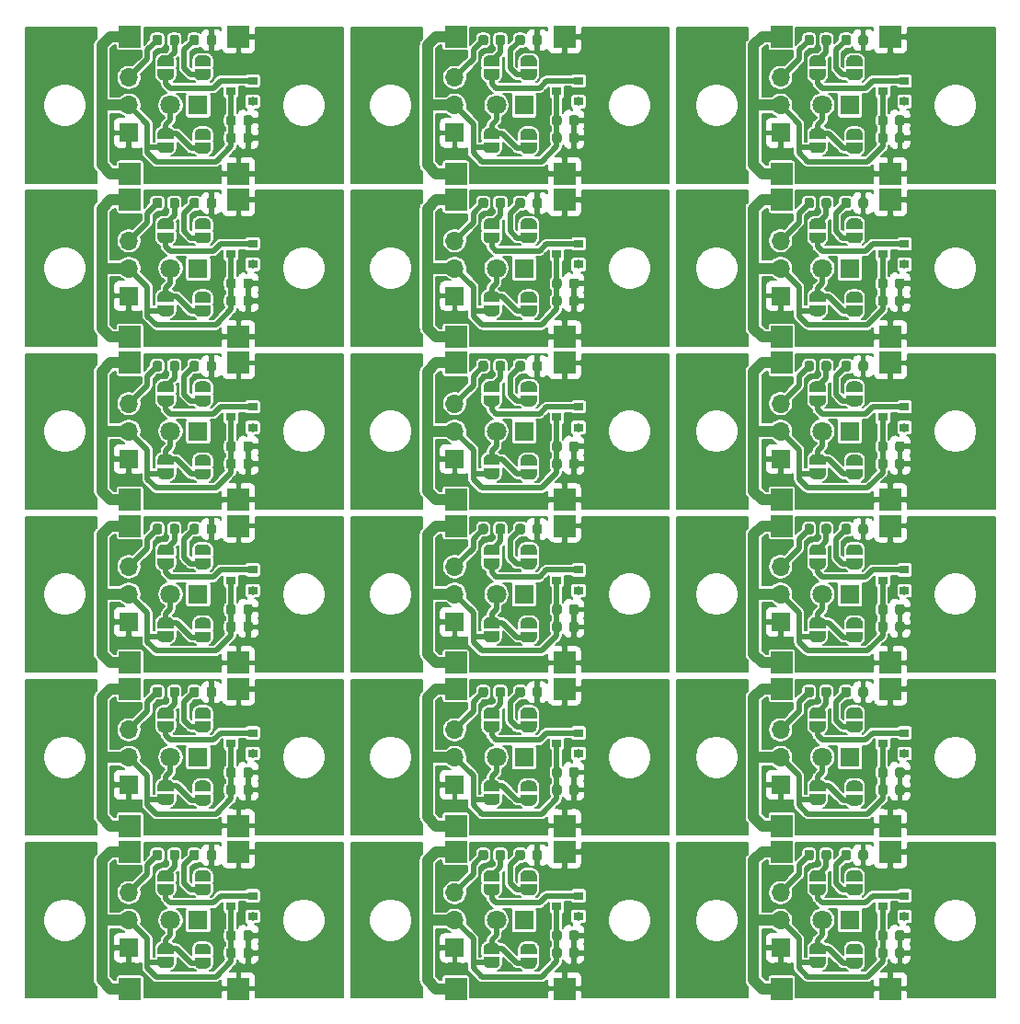
<source format=gbr>
%TF.GenerationSoftware,KiCad,Pcbnew,5.1.6-c6e7f7d~87~ubuntu18.04.1*%
%TF.CreationDate,2020-08-12T19:32:08-03:00*%
%TF.ProjectId,irStrip_v1_panel,69725374-7269-4705-9f76-315f70616e65,Rev. 1.0.1*%
%TF.SameCoordinates,Original*%
%TF.FileFunction,Copper,L2,Bot*%
%TF.FilePolarity,Positive*%
%FSLAX46Y46*%
G04 Gerber Fmt 4.6, Leading zero omitted, Abs format (unit mm)*
G04 Created by KiCad (PCBNEW 5.1.6-c6e7f7d~87~ubuntu18.04.1) date 2020-08-12 19:32:08*
%MOMM*%
%LPD*%
G01*
G04 APERTURE LIST*
%TA.AperFunction,SMDPad,CuDef*%
%ADD10C,0.100000*%
%TD*%
%TA.AperFunction,SMDPad,CuDef*%
%ADD11R,2.000000X2.000000*%
%TD*%
%TA.AperFunction,SMDPad,CuDef*%
%ADD12R,0.900000X0.800000*%
%TD*%
%TA.AperFunction,ComponentPad*%
%ADD13R,1.700000X1.700000*%
%TD*%
%TA.AperFunction,ComponentPad*%
%ADD14O,1.700000X1.700000*%
%TD*%
%TA.AperFunction,ComponentPad*%
%ADD15R,1.800000X1.800000*%
%TD*%
%TA.AperFunction,ComponentPad*%
%ADD16C,1.800000*%
%TD*%
%TA.AperFunction,ViaPad*%
%ADD17C,0.800000*%
%TD*%
%TA.AperFunction,Conductor*%
%ADD18C,0.500000*%
%TD*%
%TA.AperFunction,Conductor*%
%ADD19C,1.000000*%
%TD*%
%TA.AperFunction,Conductor*%
%ADD20C,0.250000*%
%TD*%
%TA.AperFunction,Conductor*%
%ADD21C,0.200000*%
%TD*%
%TA.AperFunction,NonConductor*%
%ADD22C,0.200000*%
%TD*%
G04 APERTURE END LIST*
%TA.AperFunction,SMDPad,CuDef*%
D10*
%TO.P,JP1,2*%
%TO.N,N/C*%
G36*
X174550602Y-141100000D02*
G01*
X174550602Y-141075466D01*
X174555412Y-141026635D01*
X174564984Y-140978510D01*
X174579228Y-140931555D01*
X174598005Y-140886222D01*
X174621136Y-140842949D01*
X174648396Y-140802150D01*
X174679524Y-140764221D01*
X174714221Y-140729524D01*
X174752150Y-140698396D01*
X174792949Y-140671136D01*
X174836222Y-140648005D01*
X174881555Y-140629228D01*
X174928510Y-140614984D01*
X174976635Y-140605412D01*
X175025466Y-140600602D01*
X175050000Y-140600602D01*
X175050000Y-140600000D01*
X175550000Y-140600000D01*
X175550000Y-140600602D01*
X175574534Y-140600602D01*
X175623365Y-140605412D01*
X175671490Y-140614984D01*
X175718445Y-140629228D01*
X175763778Y-140648005D01*
X175807051Y-140671136D01*
X175847850Y-140698396D01*
X175885779Y-140729524D01*
X175920476Y-140764221D01*
X175951604Y-140802150D01*
X175978864Y-140842949D01*
X176001995Y-140886222D01*
X176020772Y-140931555D01*
X176035016Y-140978510D01*
X176044588Y-141026635D01*
X176049398Y-141075466D01*
X176049398Y-141100000D01*
X176050000Y-141100000D01*
X176050000Y-141600000D01*
X174550000Y-141600000D01*
X174550000Y-141100000D01*
X174550602Y-141100000D01*
G37*
%TD.AperFunction*%
%TA.AperFunction,SMDPad,CuDef*%
%TO.P,JP1,1*%
G36*
X176050000Y-141900000D02*
G01*
X176050000Y-142400000D01*
X176049398Y-142400000D01*
X176049398Y-142424534D01*
X176044588Y-142473365D01*
X176035016Y-142521490D01*
X176020772Y-142568445D01*
X176001995Y-142613778D01*
X175978864Y-142657051D01*
X175951604Y-142697850D01*
X175920476Y-142735779D01*
X175885779Y-142770476D01*
X175847850Y-142801604D01*
X175807051Y-142828864D01*
X175763778Y-142851995D01*
X175718445Y-142870772D01*
X175671490Y-142885016D01*
X175623365Y-142894588D01*
X175574534Y-142899398D01*
X175550000Y-142899398D01*
X175550000Y-142900000D01*
X175050000Y-142900000D01*
X175050000Y-142899398D01*
X175025466Y-142899398D01*
X174976635Y-142894588D01*
X174928510Y-142885016D01*
X174881555Y-142870772D01*
X174836222Y-142851995D01*
X174792949Y-142828864D01*
X174752150Y-142801604D01*
X174714221Y-142770476D01*
X174679524Y-142735779D01*
X174648396Y-142697850D01*
X174621136Y-142657051D01*
X174598005Y-142613778D01*
X174579228Y-142568445D01*
X174564984Y-142521490D01*
X174555412Y-142473365D01*
X174550602Y-142424534D01*
X174550602Y-142400000D01*
X174550000Y-142400000D01*
X174550000Y-141900000D01*
X176050000Y-141900000D01*
G37*
%TD.AperFunction*%
%TD*%
D11*
%TO.P,J9,1*%
%TO.N,N/C*%
X182000000Y-144800000D03*
%TD*%
%TA.AperFunction,SMDPad,CuDef*%
D10*
%TO.P,JP1,2*%
%TO.N,N/C*%
G36*
X174550602Y-111100000D02*
G01*
X174550602Y-111075466D01*
X174555412Y-111026635D01*
X174564984Y-110978510D01*
X174579228Y-110931555D01*
X174598005Y-110886222D01*
X174621136Y-110842949D01*
X174648396Y-110802150D01*
X174679524Y-110764221D01*
X174714221Y-110729524D01*
X174752150Y-110698396D01*
X174792949Y-110671136D01*
X174836222Y-110648005D01*
X174881555Y-110629228D01*
X174928510Y-110614984D01*
X174976635Y-110605412D01*
X175025466Y-110600602D01*
X175050000Y-110600602D01*
X175050000Y-110600000D01*
X175550000Y-110600000D01*
X175550000Y-110600602D01*
X175574534Y-110600602D01*
X175623365Y-110605412D01*
X175671490Y-110614984D01*
X175718445Y-110629228D01*
X175763778Y-110648005D01*
X175807051Y-110671136D01*
X175847850Y-110698396D01*
X175885779Y-110729524D01*
X175920476Y-110764221D01*
X175951604Y-110802150D01*
X175978864Y-110842949D01*
X176001995Y-110886222D01*
X176020772Y-110931555D01*
X176035016Y-110978510D01*
X176044588Y-111026635D01*
X176049398Y-111075466D01*
X176049398Y-111100000D01*
X176050000Y-111100000D01*
X176050000Y-111600000D01*
X174550000Y-111600000D01*
X174550000Y-111100000D01*
X174550602Y-111100000D01*
G37*
%TD.AperFunction*%
%TA.AperFunction,SMDPad,CuDef*%
%TO.P,JP1,1*%
G36*
X176050000Y-111900000D02*
G01*
X176050000Y-112400000D01*
X176049398Y-112400000D01*
X176049398Y-112424534D01*
X176044588Y-112473365D01*
X176035016Y-112521490D01*
X176020772Y-112568445D01*
X176001995Y-112613778D01*
X175978864Y-112657051D01*
X175951604Y-112697850D01*
X175920476Y-112735779D01*
X175885779Y-112770476D01*
X175847850Y-112801604D01*
X175807051Y-112828864D01*
X175763778Y-112851995D01*
X175718445Y-112870772D01*
X175671490Y-112885016D01*
X175623365Y-112894588D01*
X175574534Y-112899398D01*
X175550000Y-112899398D01*
X175550000Y-112900000D01*
X175050000Y-112900000D01*
X175050000Y-112899398D01*
X175025466Y-112899398D01*
X174976635Y-112894588D01*
X174928510Y-112885016D01*
X174881555Y-112870772D01*
X174836222Y-112851995D01*
X174792949Y-112828864D01*
X174752150Y-112801604D01*
X174714221Y-112770476D01*
X174679524Y-112735779D01*
X174648396Y-112697850D01*
X174621136Y-112657051D01*
X174598005Y-112613778D01*
X174579228Y-112568445D01*
X174564984Y-112521490D01*
X174555412Y-112473365D01*
X174550602Y-112424534D01*
X174550602Y-112400000D01*
X174550000Y-112400000D01*
X174550000Y-111900000D01*
X176050000Y-111900000D01*
G37*
%TD.AperFunction*%
%TD*%
D11*
%TO.P,J9,1*%
%TO.N,N/C*%
X182000000Y-114800000D03*
%TD*%
%TA.AperFunction,SMDPad,CuDef*%
D10*
%TO.P,JP4,1*%
%TO.N,N/C*%
G36*
X176050000Y-135200000D02*
G01*
X176050000Y-135700000D01*
X176049398Y-135700000D01*
X176049398Y-135724534D01*
X176044588Y-135773365D01*
X176035016Y-135821490D01*
X176020772Y-135868445D01*
X176001995Y-135913778D01*
X175978864Y-135957051D01*
X175951604Y-135997850D01*
X175920476Y-136035779D01*
X175885779Y-136070476D01*
X175847850Y-136101604D01*
X175807051Y-136128864D01*
X175763778Y-136151995D01*
X175718445Y-136170772D01*
X175671490Y-136185016D01*
X175623365Y-136194588D01*
X175574534Y-136199398D01*
X175550000Y-136199398D01*
X175550000Y-136200000D01*
X175050000Y-136200000D01*
X175050000Y-136199398D01*
X175025466Y-136199398D01*
X174976635Y-136194588D01*
X174928510Y-136185016D01*
X174881555Y-136170772D01*
X174836222Y-136151995D01*
X174792949Y-136128864D01*
X174752150Y-136101604D01*
X174714221Y-136070476D01*
X174679524Y-136035779D01*
X174648396Y-135997850D01*
X174621136Y-135957051D01*
X174598005Y-135913778D01*
X174579228Y-135868445D01*
X174564984Y-135821490D01*
X174555412Y-135773365D01*
X174550602Y-135724534D01*
X174550602Y-135700000D01*
X174550000Y-135700000D01*
X174550000Y-135200000D01*
X176050000Y-135200000D01*
G37*
%TD.AperFunction*%
%TA.AperFunction,SMDPad,CuDef*%
%TO.P,JP4,2*%
G36*
X174550602Y-134400000D02*
G01*
X174550602Y-134375466D01*
X174555412Y-134326635D01*
X174564984Y-134278510D01*
X174579228Y-134231555D01*
X174598005Y-134186222D01*
X174621136Y-134142949D01*
X174648396Y-134102150D01*
X174679524Y-134064221D01*
X174714221Y-134029524D01*
X174752150Y-133998396D01*
X174792949Y-133971136D01*
X174836222Y-133948005D01*
X174881555Y-133929228D01*
X174928510Y-133914984D01*
X174976635Y-133905412D01*
X175025466Y-133900602D01*
X175050000Y-133900602D01*
X175050000Y-133900000D01*
X175550000Y-133900000D01*
X175550000Y-133900602D01*
X175574534Y-133900602D01*
X175623365Y-133905412D01*
X175671490Y-133914984D01*
X175718445Y-133929228D01*
X175763778Y-133948005D01*
X175807051Y-133971136D01*
X175847850Y-133998396D01*
X175885779Y-134029524D01*
X175920476Y-134064221D01*
X175951604Y-134102150D01*
X175978864Y-134142949D01*
X176001995Y-134186222D01*
X176020772Y-134231555D01*
X176035016Y-134278510D01*
X176044588Y-134326635D01*
X176049398Y-134375466D01*
X176049398Y-134400000D01*
X176050000Y-134400000D01*
X176050000Y-134900000D01*
X174550000Y-134900000D01*
X174550000Y-134400000D01*
X174550602Y-134400000D01*
G37*
%TD.AperFunction*%
%TD*%
%TA.AperFunction,SMDPad,CuDef*%
%TO.P,JP1,2*%
%TO.N,N/C*%
G36*
X174550602Y-126100000D02*
G01*
X174550602Y-126075466D01*
X174555412Y-126026635D01*
X174564984Y-125978510D01*
X174579228Y-125931555D01*
X174598005Y-125886222D01*
X174621136Y-125842949D01*
X174648396Y-125802150D01*
X174679524Y-125764221D01*
X174714221Y-125729524D01*
X174752150Y-125698396D01*
X174792949Y-125671136D01*
X174836222Y-125648005D01*
X174881555Y-125629228D01*
X174928510Y-125614984D01*
X174976635Y-125605412D01*
X175025466Y-125600602D01*
X175050000Y-125600602D01*
X175050000Y-125600000D01*
X175550000Y-125600000D01*
X175550000Y-125600602D01*
X175574534Y-125600602D01*
X175623365Y-125605412D01*
X175671490Y-125614984D01*
X175718445Y-125629228D01*
X175763778Y-125648005D01*
X175807051Y-125671136D01*
X175847850Y-125698396D01*
X175885779Y-125729524D01*
X175920476Y-125764221D01*
X175951604Y-125802150D01*
X175978864Y-125842949D01*
X176001995Y-125886222D01*
X176020772Y-125931555D01*
X176035016Y-125978510D01*
X176044588Y-126026635D01*
X176049398Y-126075466D01*
X176049398Y-126100000D01*
X176050000Y-126100000D01*
X176050000Y-126600000D01*
X174550000Y-126600000D01*
X174550000Y-126100000D01*
X174550602Y-126100000D01*
G37*
%TD.AperFunction*%
%TA.AperFunction,SMDPad,CuDef*%
%TO.P,JP1,1*%
G36*
X176050000Y-126900000D02*
G01*
X176050000Y-127400000D01*
X176049398Y-127400000D01*
X176049398Y-127424534D01*
X176044588Y-127473365D01*
X176035016Y-127521490D01*
X176020772Y-127568445D01*
X176001995Y-127613778D01*
X175978864Y-127657051D01*
X175951604Y-127697850D01*
X175920476Y-127735779D01*
X175885779Y-127770476D01*
X175847850Y-127801604D01*
X175807051Y-127828864D01*
X175763778Y-127851995D01*
X175718445Y-127870772D01*
X175671490Y-127885016D01*
X175623365Y-127894588D01*
X175574534Y-127899398D01*
X175550000Y-127899398D01*
X175550000Y-127900000D01*
X175050000Y-127900000D01*
X175050000Y-127899398D01*
X175025466Y-127899398D01*
X174976635Y-127894588D01*
X174928510Y-127885016D01*
X174881555Y-127870772D01*
X174836222Y-127851995D01*
X174792949Y-127828864D01*
X174752150Y-127801604D01*
X174714221Y-127770476D01*
X174679524Y-127735779D01*
X174648396Y-127697850D01*
X174621136Y-127657051D01*
X174598005Y-127613778D01*
X174579228Y-127568445D01*
X174564984Y-127521490D01*
X174555412Y-127473365D01*
X174550602Y-127424534D01*
X174550602Y-127400000D01*
X174550000Y-127400000D01*
X174550000Y-126900000D01*
X176050000Y-126900000D01*
G37*
%TD.AperFunction*%
%TD*%
D11*
%TO.P,J9,1*%
%TO.N,N/C*%
X182000000Y-129800000D03*
%TD*%
D12*
%TO.P,Q1,1*%
%TO.N,N/C*%
X183300000Y-136250000D03*
%TO.P,Q1,2*%
X183300000Y-138150000D03*
%TO.P,Q1,3*%
X181300000Y-137200000D03*
%TD*%
%TO.P,C1,2*%
%TO.N,N/C*%
%TA.AperFunction,SMDPad,CuDef*%
G36*
G01*
X182437500Y-140156250D02*
X182437500Y-139643750D01*
G75*
G02*
X182656250Y-139425000I218750J0D01*
G01*
X183093750Y-139425000D01*
G75*
G02*
X183312500Y-139643750I0J-218750D01*
G01*
X183312500Y-140156250D01*
G75*
G02*
X183093750Y-140375000I-218750J0D01*
G01*
X182656250Y-140375000D01*
G75*
G02*
X182437500Y-140156250I0J218750D01*
G01*
G37*
%TD.AperFunction*%
%TO.P,C1,1*%
%TA.AperFunction,SMDPad,CuDef*%
G36*
G01*
X180862500Y-140156250D02*
X180862500Y-139643750D01*
G75*
G02*
X181081250Y-139425000I218750J0D01*
G01*
X181518750Y-139425000D01*
G75*
G02*
X181737500Y-139643750I0J-218750D01*
G01*
X181737500Y-140156250D01*
G75*
G02*
X181518750Y-140375000I-218750J0D01*
G01*
X181081250Y-140375000D01*
G75*
G02*
X180862500Y-140156250I0J218750D01*
G01*
G37*
%TD.AperFunction*%
%TD*%
D11*
%TO.P,J6,1*%
%TO.N,N/C*%
X172000000Y-132200000D03*
%TD*%
%TO.P,J7,1*%
%TO.N,N/C*%
X172000000Y-144800000D03*
%TD*%
%TO.P,C2,1*%
%TO.N,N/C*%
%TA.AperFunction,SMDPad,CuDef*%
G36*
G01*
X180862500Y-141756250D02*
X180862500Y-141243750D01*
G75*
G02*
X181081250Y-141025000I218750J0D01*
G01*
X181518750Y-141025000D01*
G75*
G02*
X181737500Y-141243750I0J-218750D01*
G01*
X181737500Y-141756250D01*
G75*
G02*
X181518750Y-141975000I-218750J0D01*
G01*
X181081250Y-141975000D01*
G75*
G02*
X180862500Y-141756250I0J218750D01*
G01*
G37*
%TD.AperFunction*%
%TO.P,C2,2*%
%TA.AperFunction,SMDPad,CuDef*%
G36*
G01*
X182437500Y-141756250D02*
X182437500Y-141243750D01*
G75*
G02*
X182656250Y-141025000I218750J0D01*
G01*
X183093750Y-141025000D01*
G75*
G02*
X183312500Y-141243750I0J-218750D01*
G01*
X183312500Y-141756250D01*
G75*
G02*
X183093750Y-141975000I-218750J0D01*
G01*
X182656250Y-141975000D01*
G75*
G02*
X182437500Y-141756250I0J218750D01*
G01*
G37*
%TD.AperFunction*%
%TD*%
%TO.P,R1,1*%
%TO.N,N/C*%
%TA.AperFunction,SMDPad,CuDef*%
G36*
G01*
X177487500Y-132756250D02*
X177487500Y-132243750D01*
G75*
G02*
X177706250Y-132025000I218750J0D01*
G01*
X178143750Y-132025000D01*
G75*
G02*
X178362500Y-132243750I0J-218750D01*
G01*
X178362500Y-132756250D01*
G75*
G02*
X178143750Y-132975000I-218750J0D01*
G01*
X177706250Y-132975000D01*
G75*
G02*
X177487500Y-132756250I0J218750D01*
G01*
G37*
%TD.AperFunction*%
%TO.P,R1,2*%
%TA.AperFunction,SMDPad,CuDef*%
G36*
G01*
X179062500Y-132756250D02*
X179062500Y-132243750D01*
G75*
G02*
X179281250Y-132025000I218750J0D01*
G01*
X179718750Y-132025000D01*
G75*
G02*
X179937500Y-132243750I0J-218750D01*
G01*
X179937500Y-132756250D01*
G75*
G02*
X179718750Y-132975000I-218750J0D01*
G01*
X179281250Y-132975000D01*
G75*
G02*
X179062500Y-132756250I0J218750D01*
G01*
G37*
%TD.AperFunction*%
%TD*%
D13*
%TO.P,J1,1*%
%TO.N,N/C*%
X171900000Y-141040000D03*
D14*
%TO.P,J1,2*%
X171900000Y-138500000D03*
%TO.P,J1,3*%
X171900000Y-135960000D03*
%TD*%
D15*
%TO.P,D1,1*%
%TO.N,N/C*%
X178280000Y-138500000D03*
D16*
%TO.P,D1,2*%
X175740000Y-138500000D03*
%TD*%
%TO.P,R2,2*%
%TO.N,N/C*%
%TA.AperFunction,SMDPad,CuDef*%
G36*
G01*
X175662500Y-132756250D02*
X175662500Y-132243750D01*
G75*
G02*
X175881250Y-132025000I218750J0D01*
G01*
X176318750Y-132025000D01*
G75*
G02*
X176537500Y-132243750I0J-218750D01*
G01*
X176537500Y-132756250D01*
G75*
G02*
X176318750Y-132975000I-218750J0D01*
G01*
X175881250Y-132975000D01*
G75*
G02*
X175662500Y-132756250I0J218750D01*
G01*
G37*
%TD.AperFunction*%
%TO.P,R2,1*%
%TA.AperFunction,SMDPad,CuDef*%
G36*
G01*
X174087500Y-132756250D02*
X174087500Y-132243750D01*
G75*
G02*
X174306250Y-132025000I218750J0D01*
G01*
X174743750Y-132025000D01*
G75*
G02*
X174962500Y-132243750I0J-218750D01*
G01*
X174962500Y-132756250D01*
G75*
G02*
X174743750Y-132975000I-218750J0D01*
G01*
X174306250Y-132975000D01*
G75*
G02*
X174087500Y-132756250I0J218750D01*
G01*
G37*
%TD.AperFunction*%
%TD*%
%TA.AperFunction,SMDPad,CuDef*%
D10*
%TO.P,JP3,2*%
%TO.N,N/C*%
G36*
X177950602Y-134400000D02*
G01*
X177950602Y-134375466D01*
X177955412Y-134326635D01*
X177964984Y-134278510D01*
X177979228Y-134231555D01*
X177998005Y-134186222D01*
X178021136Y-134142949D01*
X178048396Y-134102150D01*
X178079524Y-134064221D01*
X178114221Y-134029524D01*
X178152150Y-133998396D01*
X178192949Y-133971136D01*
X178236222Y-133948005D01*
X178281555Y-133929228D01*
X178328510Y-133914984D01*
X178376635Y-133905412D01*
X178425466Y-133900602D01*
X178450000Y-133900602D01*
X178450000Y-133900000D01*
X178950000Y-133900000D01*
X178950000Y-133900602D01*
X178974534Y-133900602D01*
X179023365Y-133905412D01*
X179071490Y-133914984D01*
X179118445Y-133929228D01*
X179163778Y-133948005D01*
X179207051Y-133971136D01*
X179247850Y-133998396D01*
X179285779Y-134029524D01*
X179320476Y-134064221D01*
X179351604Y-134102150D01*
X179378864Y-134142949D01*
X179401995Y-134186222D01*
X179420772Y-134231555D01*
X179435016Y-134278510D01*
X179444588Y-134326635D01*
X179449398Y-134375466D01*
X179449398Y-134400000D01*
X179450000Y-134400000D01*
X179450000Y-134900000D01*
X177950000Y-134900000D01*
X177950000Y-134400000D01*
X177950602Y-134400000D01*
G37*
%TD.AperFunction*%
%TA.AperFunction,SMDPad,CuDef*%
%TO.P,JP3,1*%
G36*
X179450000Y-135200000D02*
G01*
X179450000Y-135700000D01*
X179449398Y-135700000D01*
X179449398Y-135724534D01*
X179444588Y-135773365D01*
X179435016Y-135821490D01*
X179420772Y-135868445D01*
X179401995Y-135913778D01*
X179378864Y-135957051D01*
X179351604Y-135997850D01*
X179320476Y-136035779D01*
X179285779Y-136070476D01*
X179247850Y-136101604D01*
X179207051Y-136128864D01*
X179163778Y-136151995D01*
X179118445Y-136170772D01*
X179071490Y-136185016D01*
X179023365Y-136194588D01*
X178974534Y-136199398D01*
X178950000Y-136199398D01*
X178950000Y-136200000D01*
X178450000Y-136200000D01*
X178450000Y-136199398D01*
X178425466Y-136199398D01*
X178376635Y-136194588D01*
X178328510Y-136185016D01*
X178281555Y-136170772D01*
X178236222Y-136151995D01*
X178192949Y-136128864D01*
X178152150Y-136101604D01*
X178114221Y-136070476D01*
X178079524Y-136035779D01*
X178048396Y-135997850D01*
X178021136Y-135957051D01*
X177998005Y-135913778D01*
X177979228Y-135868445D01*
X177964984Y-135821490D01*
X177955412Y-135773365D01*
X177950602Y-135724534D01*
X177950602Y-135700000D01*
X177950000Y-135700000D01*
X177950000Y-135200000D01*
X179450000Y-135200000D01*
G37*
%TD.AperFunction*%
%TD*%
D11*
%TO.P,J8,1*%
%TO.N,N/C*%
X182000000Y-132200000D03*
%TD*%
%TA.AperFunction,SMDPad,CuDef*%
D10*
%TO.P,JP4,1*%
%TO.N,N/C*%
G36*
X176050000Y-120200000D02*
G01*
X176050000Y-120700000D01*
X176049398Y-120700000D01*
X176049398Y-120724534D01*
X176044588Y-120773365D01*
X176035016Y-120821490D01*
X176020772Y-120868445D01*
X176001995Y-120913778D01*
X175978864Y-120957051D01*
X175951604Y-120997850D01*
X175920476Y-121035779D01*
X175885779Y-121070476D01*
X175847850Y-121101604D01*
X175807051Y-121128864D01*
X175763778Y-121151995D01*
X175718445Y-121170772D01*
X175671490Y-121185016D01*
X175623365Y-121194588D01*
X175574534Y-121199398D01*
X175550000Y-121199398D01*
X175550000Y-121200000D01*
X175050000Y-121200000D01*
X175050000Y-121199398D01*
X175025466Y-121199398D01*
X174976635Y-121194588D01*
X174928510Y-121185016D01*
X174881555Y-121170772D01*
X174836222Y-121151995D01*
X174792949Y-121128864D01*
X174752150Y-121101604D01*
X174714221Y-121070476D01*
X174679524Y-121035779D01*
X174648396Y-120997850D01*
X174621136Y-120957051D01*
X174598005Y-120913778D01*
X174579228Y-120868445D01*
X174564984Y-120821490D01*
X174555412Y-120773365D01*
X174550602Y-120724534D01*
X174550602Y-120700000D01*
X174550000Y-120700000D01*
X174550000Y-120200000D01*
X176050000Y-120200000D01*
G37*
%TD.AperFunction*%
%TA.AperFunction,SMDPad,CuDef*%
%TO.P,JP4,2*%
G36*
X174550602Y-119400000D02*
G01*
X174550602Y-119375466D01*
X174555412Y-119326635D01*
X174564984Y-119278510D01*
X174579228Y-119231555D01*
X174598005Y-119186222D01*
X174621136Y-119142949D01*
X174648396Y-119102150D01*
X174679524Y-119064221D01*
X174714221Y-119029524D01*
X174752150Y-118998396D01*
X174792949Y-118971136D01*
X174836222Y-118948005D01*
X174881555Y-118929228D01*
X174928510Y-118914984D01*
X174976635Y-118905412D01*
X175025466Y-118900602D01*
X175050000Y-118900602D01*
X175050000Y-118900000D01*
X175550000Y-118900000D01*
X175550000Y-118900602D01*
X175574534Y-118900602D01*
X175623365Y-118905412D01*
X175671490Y-118914984D01*
X175718445Y-118929228D01*
X175763778Y-118948005D01*
X175807051Y-118971136D01*
X175847850Y-118998396D01*
X175885779Y-119029524D01*
X175920476Y-119064221D01*
X175951604Y-119102150D01*
X175978864Y-119142949D01*
X176001995Y-119186222D01*
X176020772Y-119231555D01*
X176035016Y-119278510D01*
X176044588Y-119326635D01*
X176049398Y-119375466D01*
X176049398Y-119400000D01*
X176050000Y-119400000D01*
X176050000Y-119900000D01*
X174550000Y-119900000D01*
X174550000Y-119400000D01*
X174550602Y-119400000D01*
G37*
%TD.AperFunction*%
%TD*%
%TO.P,R1,1*%
%TO.N,N/C*%
%TA.AperFunction,SMDPad,CuDef*%
G36*
G01*
X177487500Y-117756250D02*
X177487500Y-117243750D01*
G75*
G02*
X177706250Y-117025000I218750J0D01*
G01*
X178143750Y-117025000D01*
G75*
G02*
X178362500Y-117243750I0J-218750D01*
G01*
X178362500Y-117756250D01*
G75*
G02*
X178143750Y-117975000I-218750J0D01*
G01*
X177706250Y-117975000D01*
G75*
G02*
X177487500Y-117756250I0J218750D01*
G01*
G37*
%TD.AperFunction*%
%TO.P,R1,2*%
%TA.AperFunction,SMDPad,CuDef*%
G36*
G01*
X179062500Y-117756250D02*
X179062500Y-117243750D01*
G75*
G02*
X179281250Y-117025000I218750J0D01*
G01*
X179718750Y-117025000D01*
G75*
G02*
X179937500Y-117243750I0J-218750D01*
G01*
X179937500Y-117756250D01*
G75*
G02*
X179718750Y-117975000I-218750J0D01*
G01*
X179281250Y-117975000D01*
G75*
G02*
X179062500Y-117756250I0J218750D01*
G01*
G37*
%TD.AperFunction*%
%TD*%
%TO.P,C2,1*%
%TO.N,N/C*%
%TA.AperFunction,SMDPad,CuDef*%
G36*
G01*
X180862500Y-126756250D02*
X180862500Y-126243750D01*
G75*
G02*
X181081250Y-126025000I218750J0D01*
G01*
X181518750Y-126025000D01*
G75*
G02*
X181737500Y-126243750I0J-218750D01*
G01*
X181737500Y-126756250D01*
G75*
G02*
X181518750Y-126975000I-218750J0D01*
G01*
X181081250Y-126975000D01*
G75*
G02*
X180862500Y-126756250I0J218750D01*
G01*
G37*
%TD.AperFunction*%
%TO.P,C2,2*%
%TA.AperFunction,SMDPad,CuDef*%
G36*
G01*
X182437500Y-126756250D02*
X182437500Y-126243750D01*
G75*
G02*
X182656250Y-126025000I218750J0D01*
G01*
X183093750Y-126025000D01*
G75*
G02*
X183312500Y-126243750I0J-218750D01*
G01*
X183312500Y-126756250D01*
G75*
G02*
X183093750Y-126975000I-218750J0D01*
G01*
X182656250Y-126975000D01*
G75*
G02*
X182437500Y-126756250I0J218750D01*
G01*
G37*
%TD.AperFunction*%
%TD*%
%TA.AperFunction,SMDPad,CuDef*%
%TO.P,JP3,2*%
%TO.N,N/C*%
G36*
X177950602Y-119400000D02*
G01*
X177950602Y-119375466D01*
X177955412Y-119326635D01*
X177964984Y-119278510D01*
X177979228Y-119231555D01*
X177998005Y-119186222D01*
X178021136Y-119142949D01*
X178048396Y-119102150D01*
X178079524Y-119064221D01*
X178114221Y-119029524D01*
X178152150Y-118998396D01*
X178192949Y-118971136D01*
X178236222Y-118948005D01*
X178281555Y-118929228D01*
X178328510Y-118914984D01*
X178376635Y-118905412D01*
X178425466Y-118900602D01*
X178450000Y-118900602D01*
X178450000Y-118900000D01*
X178950000Y-118900000D01*
X178950000Y-118900602D01*
X178974534Y-118900602D01*
X179023365Y-118905412D01*
X179071490Y-118914984D01*
X179118445Y-118929228D01*
X179163778Y-118948005D01*
X179207051Y-118971136D01*
X179247850Y-118998396D01*
X179285779Y-119029524D01*
X179320476Y-119064221D01*
X179351604Y-119102150D01*
X179378864Y-119142949D01*
X179401995Y-119186222D01*
X179420772Y-119231555D01*
X179435016Y-119278510D01*
X179444588Y-119326635D01*
X179449398Y-119375466D01*
X179449398Y-119400000D01*
X179450000Y-119400000D01*
X179450000Y-119900000D01*
X177950000Y-119900000D01*
X177950000Y-119400000D01*
X177950602Y-119400000D01*
G37*
%TD.AperFunction*%
%TA.AperFunction,SMDPad,CuDef*%
%TO.P,JP3,1*%
G36*
X179450000Y-120200000D02*
G01*
X179450000Y-120700000D01*
X179449398Y-120700000D01*
X179449398Y-120724534D01*
X179444588Y-120773365D01*
X179435016Y-120821490D01*
X179420772Y-120868445D01*
X179401995Y-120913778D01*
X179378864Y-120957051D01*
X179351604Y-120997850D01*
X179320476Y-121035779D01*
X179285779Y-121070476D01*
X179247850Y-121101604D01*
X179207051Y-121128864D01*
X179163778Y-121151995D01*
X179118445Y-121170772D01*
X179071490Y-121185016D01*
X179023365Y-121194588D01*
X178974534Y-121199398D01*
X178950000Y-121199398D01*
X178950000Y-121200000D01*
X178450000Y-121200000D01*
X178450000Y-121199398D01*
X178425466Y-121199398D01*
X178376635Y-121194588D01*
X178328510Y-121185016D01*
X178281555Y-121170772D01*
X178236222Y-121151995D01*
X178192949Y-121128864D01*
X178152150Y-121101604D01*
X178114221Y-121070476D01*
X178079524Y-121035779D01*
X178048396Y-120997850D01*
X178021136Y-120957051D01*
X177998005Y-120913778D01*
X177979228Y-120868445D01*
X177964984Y-120821490D01*
X177955412Y-120773365D01*
X177950602Y-120724534D01*
X177950602Y-120700000D01*
X177950000Y-120700000D01*
X177950000Y-120200000D01*
X179450000Y-120200000D01*
G37*
%TD.AperFunction*%
%TD*%
D11*
%TO.P,J8,1*%
%TO.N,N/C*%
X182000000Y-117200000D03*
%TD*%
%TO.P,C1,2*%
%TO.N,N/C*%
%TA.AperFunction,SMDPad,CuDef*%
G36*
G01*
X182437500Y-125156250D02*
X182437500Y-124643750D01*
G75*
G02*
X182656250Y-124425000I218750J0D01*
G01*
X183093750Y-124425000D01*
G75*
G02*
X183312500Y-124643750I0J-218750D01*
G01*
X183312500Y-125156250D01*
G75*
G02*
X183093750Y-125375000I-218750J0D01*
G01*
X182656250Y-125375000D01*
G75*
G02*
X182437500Y-125156250I0J218750D01*
G01*
G37*
%TD.AperFunction*%
%TO.P,C1,1*%
%TA.AperFunction,SMDPad,CuDef*%
G36*
G01*
X180862500Y-125156250D02*
X180862500Y-124643750D01*
G75*
G02*
X181081250Y-124425000I218750J0D01*
G01*
X181518750Y-124425000D01*
G75*
G02*
X181737500Y-124643750I0J-218750D01*
G01*
X181737500Y-125156250D01*
G75*
G02*
X181518750Y-125375000I-218750J0D01*
G01*
X181081250Y-125375000D01*
G75*
G02*
X180862500Y-125156250I0J218750D01*
G01*
G37*
%TD.AperFunction*%
%TD*%
%TO.P,R2,2*%
%TO.N,N/C*%
%TA.AperFunction,SMDPad,CuDef*%
G36*
G01*
X175662500Y-117756250D02*
X175662500Y-117243750D01*
G75*
G02*
X175881250Y-117025000I218750J0D01*
G01*
X176318750Y-117025000D01*
G75*
G02*
X176537500Y-117243750I0J-218750D01*
G01*
X176537500Y-117756250D01*
G75*
G02*
X176318750Y-117975000I-218750J0D01*
G01*
X175881250Y-117975000D01*
G75*
G02*
X175662500Y-117756250I0J218750D01*
G01*
G37*
%TD.AperFunction*%
%TO.P,R2,1*%
%TA.AperFunction,SMDPad,CuDef*%
G36*
G01*
X174087500Y-117756250D02*
X174087500Y-117243750D01*
G75*
G02*
X174306250Y-117025000I218750J0D01*
G01*
X174743750Y-117025000D01*
G75*
G02*
X174962500Y-117243750I0J-218750D01*
G01*
X174962500Y-117756250D01*
G75*
G02*
X174743750Y-117975000I-218750J0D01*
G01*
X174306250Y-117975000D01*
G75*
G02*
X174087500Y-117756250I0J218750D01*
G01*
G37*
%TD.AperFunction*%
%TD*%
%TA.AperFunction,SMDPad,CuDef*%
D10*
%TO.P,JP2,1*%
%TO.N,N/C*%
G36*
X177950000Y-141650000D02*
G01*
X177950000Y-141150000D01*
X177950602Y-141150000D01*
X177950602Y-141125466D01*
X177955412Y-141076635D01*
X177964984Y-141028510D01*
X177979228Y-140981555D01*
X177998005Y-140936222D01*
X178021136Y-140892949D01*
X178048396Y-140852150D01*
X178079524Y-140814221D01*
X178114221Y-140779524D01*
X178152150Y-140748396D01*
X178192949Y-140721136D01*
X178236222Y-140698005D01*
X178281555Y-140679228D01*
X178328510Y-140664984D01*
X178376635Y-140655412D01*
X178425466Y-140650602D01*
X178450000Y-140650602D01*
X178450000Y-140650000D01*
X178950000Y-140650000D01*
X178950000Y-140650602D01*
X178974534Y-140650602D01*
X179023365Y-140655412D01*
X179071490Y-140664984D01*
X179118445Y-140679228D01*
X179163778Y-140698005D01*
X179207051Y-140721136D01*
X179247850Y-140748396D01*
X179285779Y-140779524D01*
X179320476Y-140814221D01*
X179351604Y-140852150D01*
X179378864Y-140892949D01*
X179401995Y-140936222D01*
X179420772Y-140981555D01*
X179435016Y-141028510D01*
X179444588Y-141076635D01*
X179449398Y-141125466D01*
X179449398Y-141150000D01*
X179450000Y-141150000D01*
X179450000Y-141650000D01*
X177950000Y-141650000D01*
G37*
%TD.AperFunction*%
%TA.AperFunction,SMDPad,CuDef*%
%TO.P,JP2,2*%
G36*
X179449398Y-142450000D02*
G01*
X179449398Y-142474534D01*
X179444588Y-142523365D01*
X179435016Y-142571490D01*
X179420772Y-142618445D01*
X179401995Y-142663778D01*
X179378864Y-142707051D01*
X179351604Y-142747850D01*
X179320476Y-142785779D01*
X179285779Y-142820476D01*
X179247850Y-142851604D01*
X179207051Y-142878864D01*
X179163778Y-142901995D01*
X179118445Y-142920772D01*
X179071490Y-142935016D01*
X179023365Y-142944588D01*
X178974534Y-142949398D01*
X178950000Y-142949398D01*
X178950000Y-142950000D01*
X178450000Y-142950000D01*
X178450000Y-142949398D01*
X178425466Y-142949398D01*
X178376635Y-142944588D01*
X178328510Y-142935016D01*
X178281555Y-142920772D01*
X178236222Y-142901995D01*
X178192949Y-142878864D01*
X178152150Y-142851604D01*
X178114221Y-142820476D01*
X178079524Y-142785779D01*
X178048396Y-142747850D01*
X178021136Y-142707051D01*
X177998005Y-142663778D01*
X177979228Y-142618445D01*
X177964984Y-142571490D01*
X177955412Y-142523365D01*
X177950602Y-142474534D01*
X177950602Y-142450000D01*
X177950000Y-142450000D01*
X177950000Y-141950000D01*
X179450000Y-141950000D01*
X179450000Y-142450000D01*
X179449398Y-142450000D01*
G37*
%TD.AperFunction*%
%TD*%
D11*
%TO.P,J6,1*%
%TO.N,N/C*%
X172000000Y-117200000D03*
%TD*%
D13*
%TO.P,J1,1*%
%TO.N,N/C*%
X171900000Y-126040000D03*
D14*
%TO.P,J1,2*%
X171900000Y-123500000D03*
%TO.P,J1,3*%
X171900000Y-120960000D03*
%TD*%
D15*
%TO.P,D1,1*%
%TO.N,N/C*%
X178280000Y-123500000D03*
D16*
%TO.P,D1,2*%
X175740000Y-123500000D03*
%TD*%
D11*
%TO.P,J7,1*%
%TO.N,N/C*%
X172000000Y-129800000D03*
%TD*%
D12*
%TO.P,Q1,1*%
%TO.N,N/C*%
X183300000Y-121250000D03*
%TO.P,Q1,2*%
X183300000Y-123150000D03*
%TO.P,Q1,3*%
X181300000Y-122200000D03*
%TD*%
%TO.P,C1,2*%
%TO.N,N/C*%
%TA.AperFunction,SMDPad,CuDef*%
G36*
G01*
X182437500Y-110156250D02*
X182437500Y-109643750D01*
G75*
G02*
X182656250Y-109425000I218750J0D01*
G01*
X183093750Y-109425000D01*
G75*
G02*
X183312500Y-109643750I0J-218750D01*
G01*
X183312500Y-110156250D01*
G75*
G02*
X183093750Y-110375000I-218750J0D01*
G01*
X182656250Y-110375000D01*
G75*
G02*
X182437500Y-110156250I0J218750D01*
G01*
G37*
%TD.AperFunction*%
%TO.P,C1,1*%
%TA.AperFunction,SMDPad,CuDef*%
G36*
G01*
X180862500Y-110156250D02*
X180862500Y-109643750D01*
G75*
G02*
X181081250Y-109425000I218750J0D01*
G01*
X181518750Y-109425000D01*
G75*
G02*
X181737500Y-109643750I0J-218750D01*
G01*
X181737500Y-110156250D01*
G75*
G02*
X181518750Y-110375000I-218750J0D01*
G01*
X181081250Y-110375000D01*
G75*
G02*
X180862500Y-110156250I0J218750D01*
G01*
G37*
%TD.AperFunction*%
%TD*%
D13*
%TO.P,J1,1*%
%TO.N,N/C*%
X171900000Y-111040000D03*
D14*
%TO.P,J1,2*%
X171900000Y-108500000D03*
%TO.P,J1,3*%
X171900000Y-105960000D03*
%TD*%
%TA.AperFunction,SMDPad,CuDef*%
D10*
%TO.P,JP1,2*%
%TO.N,N/C*%
G36*
X174550602Y-96100000D02*
G01*
X174550602Y-96075466D01*
X174555412Y-96026635D01*
X174564984Y-95978510D01*
X174579228Y-95931555D01*
X174598005Y-95886222D01*
X174621136Y-95842949D01*
X174648396Y-95802150D01*
X174679524Y-95764221D01*
X174714221Y-95729524D01*
X174752150Y-95698396D01*
X174792949Y-95671136D01*
X174836222Y-95648005D01*
X174881555Y-95629228D01*
X174928510Y-95614984D01*
X174976635Y-95605412D01*
X175025466Y-95600602D01*
X175050000Y-95600602D01*
X175050000Y-95600000D01*
X175550000Y-95600000D01*
X175550000Y-95600602D01*
X175574534Y-95600602D01*
X175623365Y-95605412D01*
X175671490Y-95614984D01*
X175718445Y-95629228D01*
X175763778Y-95648005D01*
X175807051Y-95671136D01*
X175847850Y-95698396D01*
X175885779Y-95729524D01*
X175920476Y-95764221D01*
X175951604Y-95802150D01*
X175978864Y-95842949D01*
X176001995Y-95886222D01*
X176020772Y-95931555D01*
X176035016Y-95978510D01*
X176044588Y-96026635D01*
X176049398Y-96075466D01*
X176049398Y-96100000D01*
X176050000Y-96100000D01*
X176050000Y-96600000D01*
X174550000Y-96600000D01*
X174550000Y-96100000D01*
X174550602Y-96100000D01*
G37*
%TD.AperFunction*%
%TA.AperFunction,SMDPad,CuDef*%
%TO.P,JP1,1*%
G36*
X176050000Y-96900000D02*
G01*
X176050000Y-97400000D01*
X176049398Y-97400000D01*
X176049398Y-97424534D01*
X176044588Y-97473365D01*
X176035016Y-97521490D01*
X176020772Y-97568445D01*
X176001995Y-97613778D01*
X175978864Y-97657051D01*
X175951604Y-97697850D01*
X175920476Y-97735779D01*
X175885779Y-97770476D01*
X175847850Y-97801604D01*
X175807051Y-97828864D01*
X175763778Y-97851995D01*
X175718445Y-97870772D01*
X175671490Y-97885016D01*
X175623365Y-97894588D01*
X175574534Y-97899398D01*
X175550000Y-97899398D01*
X175550000Y-97900000D01*
X175050000Y-97900000D01*
X175050000Y-97899398D01*
X175025466Y-97899398D01*
X174976635Y-97894588D01*
X174928510Y-97885016D01*
X174881555Y-97870772D01*
X174836222Y-97851995D01*
X174792949Y-97828864D01*
X174752150Y-97801604D01*
X174714221Y-97770476D01*
X174679524Y-97735779D01*
X174648396Y-97697850D01*
X174621136Y-97657051D01*
X174598005Y-97613778D01*
X174579228Y-97568445D01*
X174564984Y-97521490D01*
X174555412Y-97473365D01*
X174550602Y-97424534D01*
X174550602Y-97400000D01*
X174550000Y-97400000D01*
X174550000Y-96900000D01*
X176050000Y-96900000D01*
G37*
%TD.AperFunction*%
%TD*%
D11*
%TO.P,J9,1*%
%TO.N,N/C*%
X182000000Y-99800000D03*
%TD*%
%TO.P,C2,1*%
%TO.N,N/C*%
%TA.AperFunction,SMDPad,CuDef*%
G36*
G01*
X180862500Y-111756250D02*
X180862500Y-111243750D01*
G75*
G02*
X181081250Y-111025000I218750J0D01*
G01*
X181518750Y-111025000D01*
G75*
G02*
X181737500Y-111243750I0J-218750D01*
G01*
X181737500Y-111756250D01*
G75*
G02*
X181518750Y-111975000I-218750J0D01*
G01*
X181081250Y-111975000D01*
G75*
G02*
X180862500Y-111756250I0J218750D01*
G01*
G37*
%TD.AperFunction*%
%TO.P,C2,2*%
%TA.AperFunction,SMDPad,CuDef*%
G36*
G01*
X182437500Y-111756250D02*
X182437500Y-111243750D01*
G75*
G02*
X182656250Y-111025000I218750J0D01*
G01*
X183093750Y-111025000D01*
G75*
G02*
X183312500Y-111243750I0J-218750D01*
G01*
X183312500Y-111756250D01*
G75*
G02*
X183093750Y-111975000I-218750J0D01*
G01*
X182656250Y-111975000D01*
G75*
G02*
X182437500Y-111756250I0J218750D01*
G01*
G37*
%TD.AperFunction*%
%TD*%
%TO.P,R1,1*%
%TO.N,N/C*%
%TA.AperFunction,SMDPad,CuDef*%
G36*
G01*
X177487500Y-102756250D02*
X177487500Y-102243750D01*
G75*
G02*
X177706250Y-102025000I218750J0D01*
G01*
X178143750Y-102025000D01*
G75*
G02*
X178362500Y-102243750I0J-218750D01*
G01*
X178362500Y-102756250D01*
G75*
G02*
X178143750Y-102975000I-218750J0D01*
G01*
X177706250Y-102975000D01*
G75*
G02*
X177487500Y-102756250I0J218750D01*
G01*
G37*
%TD.AperFunction*%
%TO.P,R1,2*%
%TA.AperFunction,SMDPad,CuDef*%
G36*
G01*
X179062500Y-102756250D02*
X179062500Y-102243750D01*
G75*
G02*
X179281250Y-102025000I218750J0D01*
G01*
X179718750Y-102025000D01*
G75*
G02*
X179937500Y-102243750I0J-218750D01*
G01*
X179937500Y-102756250D01*
G75*
G02*
X179718750Y-102975000I-218750J0D01*
G01*
X179281250Y-102975000D01*
G75*
G02*
X179062500Y-102756250I0J218750D01*
G01*
G37*
%TD.AperFunction*%
%TD*%
D15*
%TO.P,D1,1*%
%TO.N,N/C*%
X178280000Y-108500000D03*
D16*
%TO.P,D1,2*%
X175740000Y-108500000D03*
%TD*%
%TA.AperFunction,SMDPad,CuDef*%
D10*
%TO.P,JP4,1*%
%TO.N,N/C*%
G36*
X176050000Y-105200000D02*
G01*
X176050000Y-105700000D01*
X176049398Y-105700000D01*
X176049398Y-105724534D01*
X176044588Y-105773365D01*
X176035016Y-105821490D01*
X176020772Y-105868445D01*
X176001995Y-105913778D01*
X175978864Y-105957051D01*
X175951604Y-105997850D01*
X175920476Y-106035779D01*
X175885779Y-106070476D01*
X175847850Y-106101604D01*
X175807051Y-106128864D01*
X175763778Y-106151995D01*
X175718445Y-106170772D01*
X175671490Y-106185016D01*
X175623365Y-106194588D01*
X175574534Y-106199398D01*
X175550000Y-106199398D01*
X175550000Y-106200000D01*
X175050000Y-106200000D01*
X175050000Y-106199398D01*
X175025466Y-106199398D01*
X174976635Y-106194588D01*
X174928510Y-106185016D01*
X174881555Y-106170772D01*
X174836222Y-106151995D01*
X174792949Y-106128864D01*
X174752150Y-106101604D01*
X174714221Y-106070476D01*
X174679524Y-106035779D01*
X174648396Y-105997850D01*
X174621136Y-105957051D01*
X174598005Y-105913778D01*
X174579228Y-105868445D01*
X174564984Y-105821490D01*
X174555412Y-105773365D01*
X174550602Y-105724534D01*
X174550602Y-105700000D01*
X174550000Y-105700000D01*
X174550000Y-105200000D01*
X176050000Y-105200000D01*
G37*
%TD.AperFunction*%
%TA.AperFunction,SMDPad,CuDef*%
%TO.P,JP4,2*%
G36*
X174550602Y-104400000D02*
G01*
X174550602Y-104375466D01*
X174555412Y-104326635D01*
X174564984Y-104278510D01*
X174579228Y-104231555D01*
X174598005Y-104186222D01*
X174621136Y-104142949D01*
X174648396Y-104102150D01*
X174679524Y-104064221D01*
X174714221Y-104029524D01*
X174752150Y-103998396D01*
X174792949Y-103971136D01*
X174836222Y-103948005D01*
X174881555Y-103929228D01*
X174928510Y-103914984D01*
X174976635Y-103905412D01*
X175025466Y-103900602D01*
X175050000Y-103900602D01*
X175050000Y-103900000D01*
X175550000Y-103900000D01*
X175550000Y-103900602D01*
X175574534Y-103900602D01*
X175623365Y-103905412D01*
X175671490Y-103914984D01*
X175718445Y-103929228D01*
X175763778Y-103948005D01*
X175807051Y-103971136D01*
X175847850Y-103998396D01*
X175885779Y-104029524D01*
X175920476Y-104064221D01*
X175951604Y-104102150D01*
X175978864Y-104142949D01*
X176001995Y-104186222D01*
X176020772Y-104231555D01*
X176035016Y-104278510D01*
X176044588Y-104326635D01*
X176049398Y-104375466D01*
X176049398Y-104400000D01*
X176050000Y-104400000D01*
X176050000Y-104900000D01*
X174550000Y-104900000D01*
X174550000Y-104400000D01*
X174550602Y-104400000D01*
G37*
%TD.AperFunction*%
%TD*%
%TO.P,R2,2*%
%TO.N,N/C*%
%TA.AperFunction,SMDPad,CuDef*%
G36*
G01*
X175662500Y-102756250D02*
X175662500Y-102243750D01*
G75*
G02*
X175881250Y-102025000I218750J0D01*
G01*
X176318750Y-102025000D01*
G75*
G02*
X176537500Y-102243750I0J-218750D01*
G01*
X176537500Y-102756250D01*
G75*
G02*
X176318750Y-102975000I-218750J0D01*
G01*
X175881250Y-102975000D01*
G75*
G02*
X175662500Y-102756250I0J218750D01*
G01*
G37*
%TD.AperFunction*%
%TO.P,R2,1*%
%TA.AperFunction,SMDPad,CuDef*%
G36*
G01*
X174087500Y-102756250D02*
X174087500Y-102243750D01*
G75*
G02*
X174306250Y-102025000I218750J0D01*
G01*
X174743750Y-102025000D01*
G75*
G02*
X174962500Y-102243750I0J-218750D01*
G01*
X174962500Y-102756250D01*
G75*
G02*
X174743750Y-102975000I-218750J0D01*
G01*
X174306250Y-102975000D01*
G75*
G02*
X174087500Y-102756250I0J218750D01*
G01*
G37*
%TD.AperFunction*%
%TD*%
D12*
%TO.P,Q1,1*%
%TO.N,N/C*%
X183300000Y-106250000D03*
%TO.P,Q1,2*%
X183300000Y-108150000D03*
%TO.P,Q1,3*%
X181300000Y-107200000D03*
%TD*%
%TA.AperFunction,SMDPad,CuDef*%
D10*
%TO.P,JP2,1*%
%TO.N,N/C*%
G36*
X177950000Y-126650000D02*
G01*
X177950000Y-126150000D01*
X177950602Y-126150000D01*
X177950602Y-126125466D01*
X177955412Y-126076635D01*
X177964984Y-126028510D01*
X177979228Y-125981555D01*
X177998005Y-125936222D01*
X178021136Y-125892949D01*
X178048396Y-125852150D01*
X178079524Y-125814221D01*
X178114221Y-125779524D01*
X178152150Y-125748396D01*
X178192949Y-125721136D01*
X178236222Y-125698005D01*
X178281555Y-125679228D01*
X178328510Y-125664984D01*
X178376635Y-125655412D01*
X178425466Y-125650602D01*
X178450000Y-125650602D01*
X178450000Y-125650000D01*
X178950000Y-125650000D01*
X178950000Y-125650602D01*
X178974534Y-125650602D01*
X179023365Y-125655412D01*
X179071490Y-125664984D01*
X179118445Y-125679228D01*
X179163778Y-125698005D01*
X179207051Y-125721136D01*
X179247850Y-125748396D01*
X179285779Y-125779524D01*
X179320476Y-125814221D01*
X179351604Y-125852150D01*
X179378864Y-125892949D01*
X179401995Y-125936222D01*
X179420772Y-125981555D01*
X179435016Y-126028510D01*
X179444588Y-126076635D01*
X179449398Y-126125466D01*
X179449398Y-126150000D01*
X179450000Y-126150000D01*
X179450000Y-126650000D01*
X177950000Y-126650000D01*
G37*
%TD.AperFunction*%
%TA.AperFunction,SMDPad,CuDef*%
%TO.P,JP2,2*%
G36*
X179449398Y-127450000D02*
G01*
X179449398Y-127474534D01*
X179444588Y-127523365D01*
X179435016Y-127571490D01*
X179420772Y-127618445D01*
X179401995Y-127663778D01*
X179378864Y-127707051D01*
X179351604Y-127747850D01*
X179320476Y-127785779D01*
X179285779Y-127820476D01*
X179247850Y-127851604D01*
X179207051Y-127878864D01*
X179163778Y-127901995D01*
X179118445Y-127920772D01*
X179071490Y-127935016D01*
X179023365Y-127944588D01*
X178974534Y-127949398D01*
X178950000Y-127949398D01*
X178950000Y-127950000D01*
X178450000Y-127950000D01*
X178450000Y-127949398D01*
X178425466Y-127949398D01*
X178376635Y-127944588D01*
X178328510Y-127935016D01*
X178281555Y-127920772D01*
X178236222Y-127901995D01*
X178192949Y-127878864D01*
X178152150Y-127851604D01*
X178114221Y-127820476D01*
X178079524Y-127785779D01*
X178048396Y-127747850D01*
X178021136Y-127707051D01*
X177998005Y-127663778D01*
X177979228Y-127618445D01*
X177964984Y-127571490D01*
X177955412Y-127523365D01*
X177950602Y-127474534D01*
X177950602Y-127450000D01*
X177950000Y-127450000D01*
X177950000Y-126950000D01*
X179450000Y-126950000D01*
X179450000Y-127450000D01*
X179449398Y-127450000D01*
G37*
%TD.AperFunction*%
%TD*%
%TA.AperFunction,SMDPad,CuDef*%
%TO.P,JP3,2*%
%TO.N,N/C*%
G36*
X177950602Y-104400000D02*
G01*
X177950602Y-104375466D01*
X177955412Y-104326635D01*
X177964984Y-104278510D01*
X177979228Y-104231555D01*
X177998005Y-104186222D01*
X178021136Y-104142949D01*
X178048396Y-104102150D01*
X178079524Y-104064221D01*
X178114221Y-104029524D01*
X178152150Y-103998396D01*
X178192949Y-103971136D01*
X178236222Y-103948005D01*
X178281555Y-103929228D01*
X178328510Y-103914984D01*
X178376635Y-103905412D01*
X178425466Y-103900602D01*
X178450000Y-103900602D01*
X178450000Y-103900000D01*
X178950000Y-103900000D01*
X178950000Y-103900602D01*
X178974534Y-103900602D01*
X179023365Y-103905412D01*
X179071490Y-103914984D01*
X179118445Y-103929228D01*
X179163778Y-103948005D01*
X179207051Y-103971136D01*
X179247850Y-103998396D01*
X179285779Y-104029524D01*
X179320476Y-104064221D01*
X179351604Y-104102150D01*
X179378864Y-104142949D01*
X179401995Y-104186222D01*
X179420772Y-104231555D01*
X179435016Y-104278510D01*
X179444588Y-104326635D01*
X179449398Y-104375466D01*
X179449398Y-104400000D01*
X179450000Y-104400000D01*
X179450000Y-104900000D01*
X177950000Y-104900000D01*
X177950000Y-104400000D01*
X177950602Y-104400000D01*
G37*
%TD.AperFunction*%
%TA.AperFunction,SMDPad,CuDef*%
%TO.P,JP3,1*%
G36*
X179450000Y-105200000D02*
G01*
X179450000Y-105700000D01*
X179449398Y-105700000D01*
X179449398Y-105724534D01*
X179444588Y-105773365D01*
X179435016Y-105821490D01*
X179420772Y-105868445D01*
X179401995Y-105913778D01*
X179378864Y-105957051D01*
X179351604Y-105997850D01*
X179320476Y-106035779D01*
X179285779Y-106070476D01*
X179247850Y-106101604D01*
X179207051Y-106128864D01*
X179163778Y-106151995D01*
X179118445Y-106170772D01*
X179071490Y-106185016D01*
X179023365Y-106194588D01*
X178974534Y-106199398D01*
X178950000Y-106199398D01*
X178950000Y-106200000D01*
X178450000Y-106200000D01*
X178450000Y-106199398D01*
X178425466Y-106199398D01*
X178376635Y-106194588D01*
X178328510Y-106185016D01*
X178281555Y-106170772D01*
X178236222Y-106151995D01*
X178192949Y-106128864D01*
X178152150Y-106101604D01*
X178114221Y-106070476D01*
X178079524Y-106035779D01*
X178048396Y-105997850D01*
X178021136Y-105957051D01*
X177998005Y-105913778D01*
X177979228Y-105868445D01*
X177964984Y-105821490D01*
X177955412Y-105773365D01*
X177950602Y-105724534D01*
X177950602Y-105700000D01*
X177950000Y-105700000D01*
X177950000Y-105200000D01*
X179450000Y-105200000D01*
G37*
%TD.AperFunction*%
%TD*%
D11*
%TO.P,J8,1*%
%TO.N,N/C*%
X182000000Y-102200000D03*
%TD*%
%TA.AperFunction,SMDPad,CuDef*%
D10*
%TO.P,JP2,1*%
%TO.N,N/C*%
G36*
X177950000Y-111650000D02*
G01*
X177950000Y-111150000D01*
X177950602Y-111150000D01*
X177950602Y-111125466D01*
X177955412Y-111076635D01*
X177964984Y-111028510D01*
X177979228Y-110981555D01*
X177998005Y-110936222D01*
X178021136Y-110892949D01*
X178048396Y-110852150D01*
X178079524Y-110814221D01*
X178114221Y-110779524D01*
X178152150Y-110748396D01*
X178192949Y-110721136D01*
X178236222Y-110698005D01*
X178281555Y-110679228D01*
X178328510Y-110664984D01*
X178376635Y-110655412D01*
X178425466Y-110650602D01*
X178450000Y-110650602D01*
X178450000Y-110650000D01*
X178950000Y-110650000D01*
X178950000Y-110650602D01*
X178974534Y-110650602D01*
X179023365Y-110655412D01*
X179071490Y-110664984D01*
X179118445Y-110679228D01*
X179163778Y-110698005D01*
X179207051Y-110721136D01*
X179247850Y-110748396D01*
X179285779Y-110779524D01*
X179320476Y-110814221D01*
X179351604Y-110852150D01*
X179378864Y-110892949D01*
X179401995Y-110936222D01*
X179420772Y-110981555D01*
X179435016Y-111028510D01*
X179444588Y-111076635D01*
X179449398Y-111125466D01*
X179449398Y-111150000D01*
X179450000Y-111150000D01*
X179450000Y-111650000D01*
X177950000Y-111650000D01*
G37*
%TD.AperFunction*%
%TA.AperFunction,SMDPad,CuDef*%
%TO.P,JP2,2*%
G36*
X179449398Y-112450000D02*
G01*
X179449398Y-112474534D01*
X179444588Y-112523365D01*
X179435016Y-112571490D01*
X179420772Y-112618445D01*
X179401995Y-112663778D01*
X179378864Y-112707051D01*
X179351604Y-112747850D01*
X179320476Y-112785779D01*
X179285779Y-112820476D01*
X179247850Y-112851604D01*
X179207051Y-112878864D01*
X179163778Y-112901995D01*
X179118445Y-112920772D01*
X179071490Y-112935016D01*
X179023365Y-112944588D01*
X178974534Y-112949398D01*
X178950000Y-112949398D01*
X178950000Y-112950000D01*
X178450000Y-112950000D01*
X178450000Y-112949398D01*
X178425466Y-112949398D01*
X178376635Y-112944588D01*
X178328510Y-112935016D01*
X178281555Y-112920772D01*
X178236222Y-112901995D01*
X178192949Y-112878864D01*
X178152150Y-112851604D01*
X178114221Y-112820476D01*
X178079524Y-112785779D01*
X178048396Y-112747850D01*
X178021136Y-112707051D01*
X177998005Y-112663778D01*
X177979228Y-112618445D01*
X177964984Y-112571490D01*
X177955412Y-112523365D01*
X177950602Y-112474534D01*
X177950602Y-112450000D01*
X177950000Y-112450000D01*
X177950000Y-111950000D01*
X179450000Y-111950000D01*
X179450000Y-112450000D01*
X179449398Y-112450000D01*
G37*
%TD.AperFunction*%
%TD*%
D11*
%TO.P,J7,1*%
%TO.N,N/C*%
X172000000Y-114800000D03*
%TD*%
%TO.P,J6,1*%
%TO.N,N/C*%
X172000000Y-102200000D03*
%TD*%
D12*
%TO.P,Q1,1*%
%TO.N,N/C*%
X183300000Y-91250000D03*
%TO.P,Q1,2*%
X183300000Y-93150000D03*
%TO.P,Q1,3*%
X181300000Y-92200000D03*
%TD*%
D13*
%TO.P,J1,1*%
%TO.N,N/C*%
X171900000Y-96040000D03*
D14*
%TO.P,J1,2*%
X171900000Y-93500000D03*
%TO.P,J1,3*%
X171900000Y-90960000D03*
%TD*%
%TO.P,R1,1*%
%TO.N,N/C*%
%TA.AperFunction,SMDPad,CuDef*%
G36*
G01*
X177487500Y-87756250D02*
X177487500Y-87243750D01*
G75*
G02*
X177706250Y-87025000I218750J0D01*
G01*
X178143750Y-87025000D01*
G75*
G02*
X178362500Y-87243750I0J-218750D01*
G01*
X178362500Y-87756250D01*
G75*
G02*
X178143750Y-87975000I-218750J0D01*
G01*
X177706250Y-87975000D01*
G75*
G02*
X177487500Y-87756250I0J218750D01*
G01*
G37*
%TD.AperFunction*%
%TO.P,R1,2*%
%TA.AperFunction,SMDPad,CuDef*%
G36*
G01*
X179062500Y-87756250D02*
X179062500Y-87243750D01*
G75*
G02*
X179281250Y-87025000I218750J0D01*
G01*
X179718750Y-87025000D01*
G75*
G02*
X179937500Y-87243750I0J-218750D01*
G01*
X179937500Y-87756250D01*
G75*
G02*
X179718750Y-87975000I-218750J0D01*
G01*
X179281250Y-87975000D01*
G75*
G02*
X179062500Y-87756250I0J218750D01*
G01*
G37*
%TD.AperFunction*%
%TD*%
D15*
%TO.P,D1,1*%
%TO.N,N/C*%
X178280000Y-93500000D03*
D16*
%TO.P,D1,2*%
X175740000Y-93500000D03*
%TD*%
%TO.P,C1,2*%
%TO.N,N/C*%
%TA.AperFunction,SMDPad,CuDef*%
G36*
G01*
X182437500Y-95156250D02*
X182437500Y-94643750D01*
G75*
G02*
X182656250Y-94425000I218750J0D01*
G01*
X183093750Y-94425000D01*
G75*
G02*
X183312500Y-94643750I0J-218750D01*
G01*
X183312500Y-95156250D01*
G75*
G02*
X183093750Y-95375000I-218750J0D01*
G01*
X182656250Y-95375000D01*
G75*
G02*
X182437500Y-95156250I0J218750D01*
G01*
G37*
%TD.AperFunction*%
%TO.P,C1,1*%
%TA.AperFunction,SMDPad,CuDef*%
G36*
G01*
X180862500Y-95156250D02*
X180862500Y-94643750D01*
G75*
G02*
X181081250Y-94425000I218750J0D01*
G01*
X181518750Y-94425000D01*
G75*
G02*
X181737500Y-94643750I0J-218750D01*
G01*
X181737500Y-95156250D01*
G75*
G02*
X181518750Y-95375000I-218750J0D01*
G01*
X181081250Y-95375000D01*
G75*
G02*
X180862500Y-95156250I0J218750D01*
G01*
G37*
%TD.AperFunction*%
%TD*%
%TA.AperFunction,SMDPad,CuDef*%
D10*
%TO.P,JP3,2*%
%TO.N,N/C*%
G36*
X177950602Y-89400000D02*
G01*
X177950602Y-89375466D01*
X177955412Y-89326635D01*
X177964984Y-89278510D01*
X177979228Y-89231555D01*
X177998005Y-89186222D01*
X178021136Y-89142949D01*
X178048396Y-89102150D01*
X178079524Y-89064221D01*
X178114221Y-89029524D01*
X178152150Y-88998396D01*
X178192949Y-88971136D01*
X178236222Y-88948005D01*
X178281555Y-88929228D01*
X178328510Y-88914984D01*
X178376635Y-88905412D01*
X178425466Y-88900602D01*
X178450000Y-88900602D01*
X178450000Y-88900000D01*
X178950000Y-88900000D01*
X178950000Y-88900602D01*
X178974534Y-88900602D01*
X179023365Y-88905412D01*
X179071490Y-88914984D01*
X179118445Y-88929228D01*
X179163778Y-88948005D01*
X179207051Y-88971136D01*
X179247850Y-88998396D01*
X179285779Y-89029524D01*
X179320476Y-89064221D01*
X179351604Y-89102150D01*
X179378864Y-89142949D01*
X179401995Y-89186222D01*
X179420772Y-89231555D01*
X179435016Y-89278510D01*
X179444588Y-89326635D01*
X179449398Y-89375466D01*
X179449398Y-89400000D01*
X179450000Y-89400000D01*
X179450000Y-89900000D01*
X177950000Y-89900000D01*
X177950000Y-89400000D01*
X177950602Y-89400000D01*
G37*
%TD.AperFunction*%
%TA.AperFunction,SMDPad,CuDef*%
%TO.P,JP3,1*%
G36*
X179450000Y-90200000D02*
G01*
X179450000Y-90700000D01*
X179449398Y-90700000D01*
X179449398Y-90724534D01*
X179444588Y-90773365D01*
X179435016Y-90821490D01*
X179420772Y-90868445D01*
X179401995Y-90913778D01*
X179378864Y-90957051D01*
X179351604Y-90997850D01*
X179320476Y-91035779D01*
X179285779Y-91070476D01*
X179247850Y-91101604D01*
X179207051Y-91128864D01*
X179163778Y-91151995D01*
X179118445Y-91170772D01*
X179071490Y-91185016D01*
X179023365Y-91194588D01*
X178974534Y-91199398D01*
X178950000Y-91199398D01*
X178950000Y-91200000D01*
X178450000Y-91200000D01*
X178450000Y-91199398D01*
X178425466Y-91199398D01*
X178376635Y-91194588D01*
X178328510Y-91185016D01*
X178281555Y-91170772D01*
X178236222Y-91151995D01*
X178192949Y-91128864D01*
X178152150Y-91101604D01*
X178114221Y-91070476D01*
X178079524Y-91035779D01*
X178048396Y-90997850D01*
X178021136Y-90957051D01*
X177998005Y-90913778D01*
X177979228Y-90868445D01*
X177964984Y-90821490D01*
X177955412Y-90773365D01*
X177950602Y-90724534D01*
X177950602Y-90700000D01*
X177950000Y-90700000D01*
X177950000Y-90200000D01*
X179450000Y-90200000D01*
G37*
%TD.AperFunction*%
%TD*%
D11*
%TO.P,J8,1*%
%TO.N,N/C*%
X182000000Y-87200000D03*
%TD*%
%TO.P,R2,2*%
%TO.N,N/C*%
%TA.AperFunction,SMDPad,CuDef*%
G36*
G01*
X175662500Y-87756250D02*
X175662500Y-87243750D01*
G75*
G02*
X175881250Y-87025000I218750J0D01*
G01*
X176318750Y-87025000D01*
G75*
G02*
X176537500Y-87243750I0J-218750D01*
G01*
X176537500Y-87756250D01*
G75*
G02*
X176318750Y-87975000I-218750J0D01*
G01*
X175881250Y-87975000D01*
G75*
G02*
X175662500Y-87756250I0J218750D01*
G01*
G37*
%TD.AperFunction*%
%TO.P,R2,1*%
%TA.AperFunction,SMDPad,CuDef*%
G36*
G01*
X174087500Y-87756250D02*
X174087500Y-87243750D01*
G75*
G02*
X174306250Y-87025000I218750J0D01*
G01*
X174743750Y-87025000D01*
G75*
G02*
X174962500Y-87243750I0J-218750D01*
G01*
X174962500Y-87756250D01*
G75*
G02*
X174743750Y-87975000I-218750J0D01*
G01*
X174306250Y-87975000D01*
G75*
G02*
X174087500Y-87756250I0J218750D01*
G01*
G37*
%TD.AperFunction*%
%TD*%
%TA.AperFunction,SMDPad,CuDef*%
D10*
%TO.P,JP4,1*%
%TO.N,N/C*%
G36*
X176050000Y-90200000D02*
G01*
X176050000Y-90700000D01*
X176049398Y-90700000D01*
X176049398Y-90724534D01*
X176044588Y-90773365D01*
X176035016Y-90821490D01*
X176020772Y-90868445D01*
X176001995Y-90913778D01*
X175978864Y-90957051D01*
X175951604Y-90997850D01*
X175920476Y-91035779D01*
X175885779Y-91070476D01*
X175847850Y-91101604D01*
X175807051Y-91128864D01*
X175763778Y-91151995D01*
X175718445Y-91170772D01*
X175671490Y-91185016D01*
X175623365Y-91194588D01*
X175574534Y-91199398D01*
X175550000Y-91199398D01*
X175550000Y-91200000D01*
X175050000Y-91200000D01*
X175050000Y-91199398D01*
X175025466Y-91199398D01*
X174976635Y-91194588D01*
X174928510Y-91185016D01*
X174881555Y-91170772D01*
X174836222Y-91151995D01*
X174792949Y-91128864D01*
X174752150Y-91101604D01*
X174714221Y-91070476D01*
X174679524Y-91035779D01*
X174648396Y-90997850D01*
X174621136Y-90957051D01*
X174598005Y-90913778D01*
X174579228Y-90868445D01*
X174564984Y-90821490D01*
X174555412Y-90773365D01*
X174550602Y-90724534D01*
X174550602Y-90700000D01*
X174550000Y-90700000D01*
X174550000Y-90200000D01*
X176050000Y-90200000D01*
G37*
%TD.AperFunction*%
%TA.AperFunction,SMDPad,CuDef*%
%TO.P,JP4,2*%
G36*
X174550602Y-89400000D02*
G01*
X174550602Y-89375466D01*
X174555412Y-89326635D01*
X174564984Y-89278510D01*
X174579228Y-89231555D01*
X174598005Y-89186222D01*
X174621136Y-89142949D01*
X174648396Y-89102150D01*
X174679524Y-89064221D01*
X174714221Y-89029524D01*
X174752150Y-88998396D01*
X174792949Y-88971136D01*
X174836222Y-88948005D01*
X174881555Y-88929228D01*
X174928510Y-88914984D01*
X174976635Y-88905412D01*
X175025466Y-88900602D01*
X175050000Y-88900602D01*
X175050000Y-88900000D01*
X175550000Y-88900000D01*
X175550000Y-88900602D01*
X175574534Y-88900602D01*
X175623365Y-88905412D01*
X175671490Y-88914984D01*
X175718445Y-88929228D01*
X175763778Y-88948005D01*
X175807051Y-88971136D01*
X175847850Y-88998396D01*
X175885779Y-89029524D01*
X175920476Y-89064221D01*
X175951604Y-89102150D01*
X175978864Y-89142949D01*
X176001995Y-89186222D01*
X176020772Y-89231555D01*
X176035016Y-89278510D01*
X176044588Y-89326635D01*
X176049398Y-89375466D01*
X176049398Y-89400000D01*
X176050000Y-89400000D01*
X176050000Y-89900000D01*
X174550000Y-89900000D01*
X174550000Y-89400000D01*
X174550602Y-89400000D01*
G37*
%TD.AperFunction*%
%TD*%
%TO.P,C2,1*%
%TO.N,N/C*%
%TA.AperFunction,SMDPad,CuDef*%
G36*
G01*
X180862500Y-96756250D02*
X180862500Y-96243750D01*
G75*
G02*
X181081250Y-96025000I218750J0D01*
G01*
X181518750Y-96025000D01*
G75*
G02*
X181737500Y-96243750I0J-218750D01*
G01*
X181737500Y-96756250D01*
G75*
G02*
X181518750Y-96975000I-218750J0D01*
G01*
X181081250Y-96975000D01*
G75*
G02*
X180862500Y-96756250I0J218750D01*
G01*
G37*
%TD.AperFunction*%
%TO.P,C2,2*%
%TA.AperFunction,SMDPad,CuDef*%
G36*
G01*
X182437500Y-96756250D02*
X182437500Y-96243750D01*
G75*
G02*
X182656250Y-96025000I218750J0D01*
G01*
X183093750Y-96025000D01*
G75*
G02*
X183312500Y-96243750I0J-218750D01*
G01*
X183312500Y-96756250D01*
G75*
G02*
X183093750Y-96975000I-218750J0D01*
G01*
X182656250Y-96975000D01*
G75*
G02*
X182437500Y-96756250I0J218750D01*
G01*
G37*
%TD.AperFunction*%
%TD*%
%TA.AperFunction,SMDPad,CuDef*%
%TO.P,JP2,1*%
%TO.N,N/C*%
G36*
X177950000Y-96650000D02*
G01*
X177950000Y-96150000D01*
X177950602Y-96150000D01*
X177950602Y-96125466D01*
X177955412Y-96076635D01*
X177964984Y-96028510D01*
X177979228Y-95981555D01*
X177998005Y-95936222D01*
X178021136Y-95892949D01*
X178048396Y-95852150D01*
X178079524Y-95814221D01*
X178114221Y-95779524D01*
X178152150Y-95748396D01*
X178192949Y-95721136D01*
X178236222Y-95698005D01*
X178281555Y-95679228D01*
X178328510Y-95664984D01*
X178376635Y-95655412D01*
X178425466Y-95650602D01*
X178450000Y-95650602D01*
X178450000Y-95650000D01*
X178950000Y-95650000D01*
X178950000Y-95650602D01*
X178974534Y-95650602D01*
X179023365Y-95655412D01*
X179071490Y-95664984D01*
X179118445Y-95679228D01*
X179163778Y-95698005D01*
X179207051Y-95721136D01*
X179247850Y-95748396D01*
X179285779Y-95779524D01*
X179320476Y-95814221D01*
X179351604Y-95852150D01*
X179378864Y-95892949D01*
X179401995Y-95936222D01*
X179420772Y-95981555D01*
X179435016Y-96028510D01*
X179444588Y-96076635D01*
X179449398Y-96125466D01*
X179449398Y-96150000D01*
X179450000Y-96150000D01*
X179450000Y-96650000D01*
X177950000Y-96650000D01*
G37*
%TD.AperFunction*%
%TA.AperFunction,SMDPad,CuDef*%
%TO.P,JP2,2*%
G36*
X179449398Y-97450000D02*
G01*
X179449398Y-97474534D01*
X179444588Y-97523365D01*
X179435016Y-97571490D01*
X179420772Y-97618445D01*
X179401995Y-97663778D01*
X179378864Y-97707051D01*
X179351604Y-97747850D01*
X179320476Y-97785779D01*
X179285779Y-97820476D01*
X179247850Y-97851604D01*
X179207051Y-97878864D01*
X179163778Y-97901995D01*
X179118445Y-97920772D01*
X179071490Y-97935016D01*
X179023365Y-97944588D01*
X178974534Y-97949398D01*
X178950000Y-97949398D01*
X178950000Y-97950000D01*
X178450000Y-97950000D01*
X178450000Y-97949398D01*
X178425466Y-97949398D01*
X178376635Y-97944588D01*
X178328510Y-97935016D01*
X178281555Y-97920772D01*
X178236222Y-97901995D01*
X178192949Y-97878864D01*
X178152150Y-97851604D01*
X178114221Y-97820476D01*
X178079524Y-97785779D01*
X178048396Y-97747850D01*
X178021136Y-97707051D01*
X177998005Y-97663778D01*
X177979228Y-97618445D01*
X177964984Y-97571490D01*
X177955412Y-97523365D01*
X177950602Y-97474534D01*
X177950602Y-97450000D01*
X177950000Y-97450000D01*
X177950000Y-96950000D01*
X179450000Y-96950000D01*
X179450000Y-97450000D01*
X179449398Y-97450000D01*
G37*
%TD.AperFunction*%
%TD*%
D11*
%TO.P,J6,1*%
%TO.N,N/C*%
X172000000Y-87200000D03*
%TD*%
%TA.AperFunction,SMDPad,CuDef*%
D10*
%TO.P,JP3,2*%
%TO.N,N/C*%
G36*
X177950602Y-74400000D02*
G01*
X177950602Y-74375466D01*
X177955412Y-74326635D01*
X177964984Y-74278510D01*
X177979228Y-74231555D01*
X177998005Y-74186222D01*
X178021136Y-74142949D01*
X178048396Y-74102150D01*
X178079524Y-74064221D01*
X178114221Y-74029524D01*
X178152150Y-73998396D01*
X178192949Y-73971136D01*
X178236222Y-73948005D01*
X178281555Y-73929228D01*
X178328510Y-73914984D01*
X178376635Y-73905412D01*
X178425466Y-73900602D01*
X178450000Y-73900602D01*
X178450000Y-73900000D01*
X178950000Y-73900000D01*
X178950000Y-73900602D01*
X178974534Y-73900602D01*
X179023365Y-73905412D01*
X179071490Y-73914984D01*
X179118445Y-73929228D01*
X179163778Y-73948005D01*
X179207051Y-73971136D01*
X179247850Y-73998396D01*
X179285779Y-74029524D01*
X179320476Y-74064221D01*
X179351604Y-74102150D01*
X179378864Y-74142949D01*
X179401995Y-74186222D01*
X179420772Y-74231555D01*
X179435016Y-74278510D01*
X179444588Y-74326635D01*
X179449398Y-74375466D01*
X179449398Y-74400000D01*
X179450000Y-74400000D01*
X179450000Y-74900000D01*
X177950000Y-74900000D01*
X177950000Y-74400000D01*
X177950602Y-74400000D01*
G37*
%TD.AperFunction*%
%TA.AperFunction,SMDPad,CuDef*%
%TO.P,JP3,1*%
G36*
X179450000Y-75200000D02*
G01*
X179450000Y-75700000D01*
X179449398Y-75700000D01*
X179449398Y-75724534D01*
X179444588Y-75773365D01*
X179435016Y-75821490D01*
X179420772Y-75868445D01*
X179401995Y-75913778D01*
X179378864Y-75957051D01*
X179351604Y-75997850D01*
X179320476Y-76035779D01*
X179285779Y-76070476D01*
X179247850Y-76101604D01*
X179207051Y-76128864D01*
X179163778Y-76151995D01*
X179118445Y-76170772D01*
X179071490Y-76185016D01*
X179023365Y-76194588D01*
X178974534Y-76199398D01*
X178950000Y-76199398D01*
X178950000Y-76200000D01*
X178450000Y-76200000D01*
X178450000Y-76199398D01*
X178425466Y-76199398D01*
X178376635Y-76194588D01*
X178328510Y-76185016D01*
X178281555Y-76170772D01*
X178236222Y-76151995D01*
X178192949Y-76128864D01*
X178152150Y-76101604D01*
X178114221Y-76070476D01*
X178079524Y-76035779D01*
X178048396Y-75997850D01*
X178021136Y-75957051D01*
X177998005Y-75913778D01*
X177979228Y-75868445D01*
X177964984Y-75821490D01*
X177955412Y-75773365D01*
X177950602Y-75724534D01*
X177950602Y-75700000D01*
X177950000Y-75700000D01*
X177950000Y-75200000D01*
X179450000Y-75200000D01*
G37*
%TD.AperFunction*%
%TD*%
D11*
%TO.P,J7,1*%
%TO.N,N/C*%
X172000000Y-99800000D03*
%TD*%
%TA.AperFunction,SMDPad,CuDef*%
D10*
%TO.P,JP1,2*%
%TO.N,N/C*%
G36*
X174550602Y-81100000D02*
G01*
X174550602Y-81075466D01*
X174555412Y-81026635D01*
X174564984Y-80978510D01*
X174579228Y-80931555D01*
X174598005Y-80886222D01*
X174621136Y-80842949D01*
X174648396Y-80802150D01*
X174679524Y-80764221D01*
X174714221Y-80729524D01*
X174752150Y-80698396D01*
X174792949Y-80671136D01*
X174836222Y-80648005D01*
X174881555Y-80629228D01*
X174928510Y-80614984D01*
X174976635Y-80605412D01*
X175025466Y-80600602D01*
X175050000Y-80600602D01*
X175050000Y-80600000D01*
X175550000Y-80600000D01*
X175550000Y-80600602D01*
X175574534Y-80600602D01*
X175623365Y-80605412D01*
X175671490Y-80614984D01*
X175718445Y-80629228D01*
X175763778Y-80648005D01*
X175807051Y-80671136D01*
X175847850Y-80698396D01*
X175885779Y-80729524D01*
X175920476Y-80764221D01*
X175951604Y-80802150D01*
X175978864Y-80842949D01*
X176001995Y-80886222D01*
X176020772Y-80931555D01*
X176035016Y-80978510D01*
X176044588Y-81026635D01*
X176049398Y-81075466D01*
X176049398Y-81100000D01*
X176050000Y-81100000D01*
X176050000Y-81600000D01*
X174550000Y-81600000D01*
X174550000Y-81100000D01*
X174550602Y-81100000D01*
G37*
%TD.AperFunction*%
%TA.AperFunction,SMDPad,CuDef*%
%TO.P,JP1,1*%
G36*
X176050000Y-81900000D02*
G01*
X176050000Y-82400000D01*
X176049398Y-82400000D01*
X176049398Y-82424534D01*
X176044588Y-82473365D01*
X176035016Y-82521490D01*
X176020772Y-82568445D01*
X176001995Y-82613778D01*
X175978864Y-82657051D01*
X175951604Y-82697850D01*
X175920476Y-82735779D01*
X175885779Y-82770476D01*
X175847850Y-82801604D01*
X175807051Y-82828864D01*
X175763778Y-82851995D01*
X175718445Y-82870772D01*
X175671490Y-82885016D01*
X175623365Y-82894588D01*
X175574534Y-82899398D01*
X175550000Y-82899398D01*
X175550000Y-82900000D01*
X175050000Y-82900000D01*
X175050000Y-82899398D01*
X175025466Y-82899398D01*
X174976635Y-82894588D01*
X174928510Y-82885016D01*
X174881555Y-82870772D01*
X174836222Y-82851995D01*
X174792949Y-82828864D01*
X174752150Y-82801604D01*
X174714221Y-82770476D01*
X174679524Y-82735779D01*
X174648396Y-82697850D01*
X174621136Y-82657051D01*
X174598005Y-82613778D01*
X174579228Y-82568445D01*
X174564984Y-82521490D01*
X174555412Y-82473365D01*
X174550602Y-82424534D01*
X174550602Y-82400000D01*
X174550000Y-82400000D01*
X174550000Y-81900000D01*
X176050000Y-81900000D01*
G37*
%TD.AperFunction*%
%TD*%
D11*
%TO.P,J9,1*%
%TO.N,N/C*%
X182000000Y-84800000D03*
%TD*%
D12*
%TO.P,Q1,1*%
%TO.N,N/C*%
X183300000Y-76250000D03*
%TO.P,Q1,2*%
X183300000Y-78150000D03*
%TO.P,Q1,3*%
X181300000Y-77200000D03*
%TD*%
D11*
%TO.P,J7,1*%
%TO.N,N/C*%
X172000000Y-84800000D03*
%TD*%
%TO.P,C2,1*%
%TO.N,N/C*%
%TA.AperFunction,SMDPad,CuDef*%
G36*
G01*
X180862500Y-81756250D02*
X180862500Y-81243750D01*
G75*
G02*
X181081250Y-81025000I218750J0D01*
G01*
X181518750Y-81025000D01*
G75*
G02*
X181737500Y-81243750I0J-218750D01*
G01*
X181737500Y-81756250D01*
G75*
G02*
X181518750Y-81975000I-218750J0D01*
G01*
X181081250Y-81975000D01*
G75*
G02*
X180862500Y-81756250I0J218750D01*
G01*
G37*
%TD.AperFunction*%
%TO.P,C2,2*%
%TA.AperFunction,SMDPad,CuDef*%
G36*
G01*
X182437500Y-81756250D02*
X182437500Y-81243750D01*
G75*
G02*
X182656250Y-81025000I218750J0D01*
G01*
X183093750Y-81025000D01*
G75*
G02*
X183312500Y-81243750I0J-218750D01*
G01*
X183312500Y-81756250D01*
G75*
G02*
X183093750Y-81975000I-218750J0D01*
G01*
X182656250Y-81975000D01*
G75*
G02*
X182437500Y-81756250I0J218750D01*
G01*
G37*
%TD.AperFunction*%
%TD*%
%TA.AperFunction,SMDPad,CuDef*%
D10*
%TO.P,JP1,1*%
%TO.N,N/C*%
G36*
X176050000Y-66900000D02*
G01*
X176050000Y-67400000D01*
X176049398Y-67400000D01*
X176049398Y-67424534D01*
X176044588Y-67473365D01*
X176035016Y-67521490D01*
X176020772Y-67568445D01*
X176001995Y-67613778D01*
X175978864Y-67657051D01*
X175951604Y-67697850D01*
X175920476Y-67735779D01*
X175885779Y-67770476D01*
X175847850Y-67801604D01*
X175807051Y-67828864D01*
X175763778Y-67851995D01*
X175718445Y-67870772D01*
X175671490Y-67885016D01*
X175623365Y-67894588D01*
X175574534Y-67899398D01*
X175550000Y-67899398D01*
X175550000Y-67900000D01*
X175050000Y-67900000D01*
X175050000Y-67899398D01*
X175025466Y-67899398D01*
X174976635Y-67894588D01*
X174928510Y-67885016D01*
X174881555Y-67870772D01*
X174836222Y-67851995D01*
X174792949Y-67828864D01*
X174752150Y-67801604D01*
X174714221Y-67770476D01*
X174679524Y-67735779D01*
X174648396Y-67697850D01*
X174621136Y-67657051D01*
X174598005Y-67613778D01*
X174579228Y-67568445D01*
X174564984Y-67521490D01*
X174555412Y-67473365D01*
X174550602Y-67424534D01*
X174550602Y-67400000D01*
X174550000Y-67400000D01*
X174550000Y-66900000D01*
X176050000Y-66900000D01*
G37*
%TD.AperFunction*%
%TA.AperFunction,SMDPad,CuDef*%
%TO.P,JP1,2*%
G36*
X174550602Y-66100000D02*
G01*
X174550602Y-66075466D01*
X174555412Y-66026635D01*
X174564984Y-65978510D01*
X174579228Y-65931555D01*
X174598005Y-65886222D01*
X174621136Y-65842949D01*
X174648396Y-65802150D01*
X174679524Y-65764221D01*
X174714221Y-65729524D01*
X174752150Y-65698396D01*
X174792949Y-65671136D01*
X174836222Y-65648005D01*
X174881555Y-65629228D01*
X174928510Y-65614984D01*
X174976635Y-65605412D01*
X175025466Y-65600602D01*
X175050000Y-65600602D01*
X175050000Y-65600000D01*
X175550000Y-65600000D01*
X175550000Y-65600602D01*
X175574534Y-65600602D01*
X175623365Y-65605412D01*
X175671490Y-65614984D01*
X175718445Y-65629228D01*
X175763778Y-65648005D01*
X175807051Y-65671136D01*
X175847850Y-65698396D01*
X175885779Y-65729524D01*
X175920476Y-65764221D01*
X175951604Y-65802150D01*
X175978864Y-65842949D01*
X176001995Y-65886222D01*
X176020772Y-65931555D01*
X176035016Y-65978510D01*
X176044588Y-66026635D01*
X176049398Y-66075466D01*
X176049398Y-66100000D01*
X176050000Y-66100000D01*
X176050000Y-66600000D01*
X174550000Y-66600000D01*
X174550000Y-66100000D01*
X174550602Y-66100000D01*
G37*
%TD.AperFunction*%
%TD*%
D11*
%TO.P,J9,1*%
%TO.N,N/C*%
X182000000Y-69800000D03*
%TD*%
%TA.AperFunction,SMDPad,CuDef*%
D10*
%TO.P,JP2,1*%
%TO.N,N/C*%
G36*
X177950000Y-81650000D02*
G01*
X177950000Y-81150000D01*
X177950602Y-81150000D01*
X177950602Y-81125466D01*
X177955412Y-81076635D01*
X177964984Y-81028510D01*
X177979228Y-80981555D01*
X177998005Y-80936222D01*
X178021136Y-80892949D01*
X178048396Y-80852150D01*
X178079524Y-80814221D01*
X178114221Y-80779524D01*
X178152150Y-80748396D01*
X178192949Y-80721136D01*
X178236222Y-80698005D01*
X178281555Y-80679228D01*
X178328510Y-80664984D01*
X178376635Y-80655412D01*
X178425466Y-80650602D01*
X178450000Y-80650602D01*
X178450000Y-80650000D01*
X178950000Y-80650000D01*
X178950000Y-80650602D01*
X178974534Y-80650602D01*
X179023365Y-80655412D01*
X179071490Y-80664984D01*
X179118445Y-80679228D01*
X179163778Y-80698005D01*
X179207051Y-80721136D01*
X179247850Y-80748396D01*
X179285779Y-80779524D01*
X179320476Y-80814221D01*
X179351604Y-80852150D01*
X179378864Y-80892949D01*
X179401995Y-80936222D01*
X179420772Y-80981555D01*
X179435016Y-81028510D01*
X179444588Y-81076635D01*
X179449398Y-81125466D01*
X179449398Y-81150000D01*
X179450000Y-81150000D01*
X179450000Y-81650000D01*
X177950000Y-81650000D01*
G37*
%TD.AperFunction*%
%TA.AperFunction,SMDPad,CuDef*%
%TO.P,JP2,2*%
G36*
X179449398Y-82450000D02*
G01*
X179449398Y-82474534D01*
X179444588Y-82523365D01*
X179435016Y-82571490D01*
X179420772Y-82618445D01*
X179401995Y-82663778D01*
X179378864Y-82707051D01*
X179351604Y-82747850D01*
X179320476Y-82785779D01*
X179285779Y-82820476D01*
X179247850Y-82851604D01*
X179207051Y-82878864D01*
X179163778Y-82901995D01*
X179118445Y-82920772D01*
X179071490Y-82935016D01*
X179023365Y-82944588D01*
X178974534Y-82949398D01*
X178950000Y-82949398D01*
X178950000Y-82950000D01*
X178450000Y-82950000D01*
X178450000Y-82949398D01*
X178425466Y-82949398D01*
X178376635Y-82944588D01*
X178328510Y-82935016D01*
X178281555Y-82920772D01*
X178236222Y-82901995D01*
X178192949Y-82878864D01*
X178152150Y-82851604D01*
X178114221Y-82820476D01*
X178079524Y-82785779D01*
X178048396Y-82747850D01*
X178021136Y-82707051D01*
X177998005Y-82663778D01*
X177979228Y-82618445D01*
X177964984Y-82571490D01*
X177955412Y-82523365D01*
X177950602Y-82474534D01*
X177950602Y-82450000D01*
X177950000Y-82450000D01*
X177950000Y-81950000D01*
X179450000Y-81950000D01*
X179450000Y-82450000D01*
X179449398Y-82450000D01*
G37*
%TD.AperFunction*%
%TD*%
%TO.P,R2,2*%
%TO.N,N/C*%
%TA.AperFunction,SMDPad,CuDef*%
G36*
G01*
X175662500Y-72756250D02*
X175662500Y-72243750D01*
G75*
G02*
X175881250Y-72025000I218750J0D01*
G01*
X176318750Y-72025000D01*
G75*
G02*
X176537500Y-72243750I0J-218750D01*
G01*
X176537500Y-72756250D01*
G75*
G02*
X176318750Y-72975000I-218750J0D01*
G01*
X175881250Y-72975000D01*
G75*
G02*
X175662500Y-72756250I0J218750D01*
G01*
G37*
%TD.AperFunction*%
%TO.P,R2,1*%
%TA.AperFunction,SMDPad,CuDef*%
G36*
G01*
X174087500Y-72756250D02*
X174087500Y-72243750D01*
G75*
G02*
X174306250Y-72025000I218750J0D01*
G01*
X174743750Y-72025000D01*
G75*
G02*
X174962500Y-72243750I0J-218750D01*
G01*
X174962500Y-72756250D01*
G75*
G02*
X174743750Y-72975000I-218750J0D01*
G01*
X174306250Y-72975000D01*
G75*
G02*
X174087500Y-72756250I0J218750D01*
G01*
G37*
%TD.AperFunction*%
%TD*%
%TA.AperFunction,SMDPad,CuDef*%
%TO.P,JP4,1*%
%TO.N,N/C*%
G36*
X176050000Y-75200000D02*
G01*
X176050000Y-75700000D01*
X176049398Y-75700000D01*
X176049398Y-75724534D01*
X176044588Y-75773365D01*
X176035016Y-75821490D01*
X176020772Y-75868445D01*
X176001995Y-75913778D01*
X175978864Y-75957051D01*
X175951604Y-75997850D01*
X175920476Y-76035779D01*
X175885779Y-76070476D01*
X175847850Y-76101604D01*
X175807051Y-76128864D01*
X175763778Y-76151995D01*
X175718445Y-76170772D01*
X175671490Y-76185016D01*
X175623365Y-76194588D01*
X175574534Y-76199398D01*
X175550000Y-76199398D01*
X175550000Y-76200000D01*
X175050000Y-76200000D01*
X175050000Y-76199398D01*
X175025466Y-76199398D01*
X174976635Y-76194588D01*
X174928510Y-76185016D01*
X174881555Y-76170772D01*
X174836222Y-76151995D01*
X174792949Y-76128864D01*
X174752150Y-76101604D01*
X174714221Y-76070476D01*
X174679524Y-76035779D01*
X174648396Y-75997850D01*
X174621136Y-75957051D01*
X174598005Y-75913778D01*
X174579228Y-75868445D01*
X174564984Y-75821490D01*
X174555412Y-75773365D01*
X174550602Y-75724534D01*
X174550602Y-75700000D01*
X174550000Y-75700000D01*
X174550000Y-75200000D01*
X176050000Y-75200000D01*
G37*
%TD.AperFunction*%
%TA.AperFunction,SMDPad,CuDef*%
%TO.P,JP4,2*%
G36*
X174550602Y-74400000D02*
G01*
X174550602Y-74375466D01*
X174555412Y-74326635D01*
X174564984Y-74278510D01*
X174579228Y-74231555D01*
X174598005Y-74186222D01*
X174621136Y-74142949D01*
X174648396Y-74102150D01*
X174679524Y-74064221D01*
X174714221Y-74029524D01*
X174752150Y-73998396D01*
X174792949Y-73971136D01*
X174836222Y-73948005D01*
X174881555Y-73929228D01*
X174928510Y-73914984D01*
X174976635Y-73905412D01*
X175025466Y-73900602D01*
X175050000Y-73900602D01*
X175050000Y-73900000D01*
X175550000Y-73900000D01*
X175550000Y-73900602D01*
X175574534Y-73900602D01*
X175623365Y-73905412D01*
X175671490Y-73914984D01*
X175718445Y-73929228D01*
X175763778Y-73948005D01*
X175807051Y-73971136D01*
X175847850Y-73998396D01*
X175885779Y-74029524D01*
X175920476Y-74064221D01*
X175951604Y-74102150D01*
X175978864Y-74142949D01*
X176001995Y-74186222D01*
X176020772Y-74231555D01*
X176035016Y-74278510D01*
X176044588Y-74326635D01*
X176049398Y-74375466D01*
X176049398Y-74400000D01*
X176050000Y-74400000D01*
X176050000Y-74900000D01*
X174550000Y-74900000D01*
X174550000Y-74400000D01*
X174550602Y-74400000D01*
G37*
%TD.AperFunction*%
%TD*%
%TA.AperFunction,SMDPad,CuDef*%
%TO.P,JP3,1*%
%TO.N,N/C*%
G36*
X179450000Y-60200000D02*
G01*
X179450000Y-60700000D01*
X179449398Y-60700000D01*
X179449398Y-60724534D01*
X179444588Y-60773365D01*
X179435016Y-60821490D01*
X179420772Y-60868445D01*
X179401995Y-60913778D01*
X179378864Y-60957051D01*
X179351604Y-60997850D01*
X179320476Y-61035779D01*
X179285779Y-61070476D01*
X179247850Y-61101604D01*
X179207051Y-61128864D01*
X179163778Y-61151995D01*
X179118445Y-61170772D01*
X179071490Y-61185016D01*
X179023365Y-61194588D01*
X178974534Y-61199398D01*
X178950000Y-61199398D01*
X178950000Y-61200000D01*
X178450000Y-61200000D01*
X178450000Y-61199398D01*
X178425466Y-61199398D01*
X178376635Y-61194588D01*
X178328510Y-61185016D01*
X178281555Y-61170772D01*
X178236222Y-61151995D01*
X178192949Y-61128864D01*
X178152150Y-61101604D01*
X178114221Y-61070476D01*
X178079524Y-61035779D01*
X178048396Y-60997850D01*
X178021136Y-60957051D01*
X177998005Y-60913778D01*
X177979228Y-60868445D01*
X177964984Y-60821490D01*
X177955412Y-60773365D01*
X177950602Y-60724534D01*
X177950602Y-60700000D01*
X177950000Y-60700000D01*
X177950000Y-60200000D01*
X179450000Y-60200000D01*
G37*
%TD.AperFunction*%
%TA.AperFunction,SMDPad,CuDef*%
%TO.P,JP3,2*%
G36*
X177950602Y-59400000D02*
G01*
X177950602Y-59375466D01*
X177955412Y-59326635D01*
X177964984Y-59278510D01*
X177979228Y-59231555D01*
X177998005Y-59186222D01*
X178021136Y-59142949D01*
X178048396Y-59102150D01*
X178079524Y-59064221D01*
X178114221Y-59029524D01*
X178152150Y-58998396D01*
X178192949Y-58971136D01*
X178236222Y-58948005D01*
X178281555Y-58929228D01*
X178328510Y-58914984D01*
X178376635Y-58905412D01*
X178425466Y-58900602D01*
X178450000Y-58900602D01*
X178450000Y-58900000D01*
X178950000Y-58900000D01*
X178950000Y-58900602D01*
X178974534Y-58900602D01*
X179023365Y-58905412D01*
X179071490Y-58914984D01*
X179118445Y-58929228D01*
X179163778Y-58948005D01*
X179207051Y-58971136D01*
X179247850Y-58998396D01*
X179285779Y-59029524D01*
X179320476Y-59064221D01*
X179351604Y-59102150D01*
X179378864Y-59142949D01*
X179401995Y-59186222D01*
X179420772Y-59231555D01*
X179435016Y-59278510D01*
X179444588Y-59326635D01*
X179449398Y-59375466D01*
X179449398Y-59400000D01*
X179450000Y-59400000D01*
X179450000Y-59900000D01*
X177950000Y-59900000D01*
X177950000Y-59400000D01*
X177950602Y-59400000D01*
G37*
%TD.AperFunction*%
%TD*%
D11*
%TO.P,J8,1*%
%TO.N,N/C*%
X182000000Y-57200000D03*
%TD*%
D12*
%TO.P,Q1,3*%
%TO.N,N/C*%
X181300000Y-62200000D03*
%TO.P,Q1,2*%
X183300000Y-63150000D03*
%TO.P,Q1,1*%
X183300000Y-61250000D03*
%TD*%
%TO.P,C1,1*%
%TO.N,N/C*%
%TA.AperFunction,SMDPad,CuDef*%
G36*
G01*
X180862500Y-65156250D02*
X180862500Y-64643750D01*
G75*
G02*
X181081250Y-64425000I218750J0D01*
G01*
X181518750Y-64425000D01*
G75*
G02*
X181737500Y-64643750I0J-218750D01*
G01*
X181737500Y-65156250D01*
G75*
G02*
X181518750Y-65375000I-218750J0D01*
G01*
X181081250Y-65375000D01*
G75*
G02*
X180862500Y-65156250I0J218750D01*
G01*
G37*
%TD.AperFunction*%
%TO.P,C1,2*%
%TA.AperFunction,SMDPad,CuDef*%
G36*
G01*
X182437500Y-65156250D02*
X182437500Y-64643750D01*
G75*
G02*
X182656250Y-64425000I218750J0D01*
G01*
X183093750Y-64425000D01*
G75*
G02*
X183312500Y-64643750I0J-218750D01*
G01*
X183312500Y-65156250D01*
G75*
G02*
X183093750Y-65375000I-218750J0D01*
G01*
X182656250Y-65375000D01*
G75*
G02*
X182437500Y-65156250I0J218750D01*
G01*
G37*
%TD.AperFunction*%
%TD*%
D14*
%TO.P,J1,3*%
%TO.N,N/C*%
X171900000Y-60960000D03*
%TO.P,J1,2*%
X171900000Y-63500000D03*
D13*
%TO.P,J1,1*%
X171900000Y-66040000D03*
%TD*%
D16*
%TO.P,D1,2*%
%TO.N,N/C*%
X175740000Y-63500000D03*
D15*
%TO.P,D1,1*%
X178280000Y-63500000D03*
%TD*%
%TO.P,R1,2*%
%TO.N,N/C*%
%TA.AperFunction,SMDPad,CuDef*%
G36*
G01*
X179062500Y-57756250D02*
X179062500Y-57243750D01*
G75*
G02*
X179281250Y-57025000I218750J0D01*
G01*
X179718750Y-57025000D01*
G75*
G02*
X179937500Y-57243750I0J-218750D01*
G01*
X179937500Y-57756250D01*
G75*
G02*
X179718750Y-57975000I-218750J0D01*
G01*
X179281250Y-57975000D01*
G75*
G02*
X179062500Y-57756250I0J218750D01*
G01*
G37*
%TD.AperFunction*%
%TO.P,R1,1*%
%TA.AperFunction,SMDPad,CuDef*%
G36*
G01*
X177487500Y-57756250D02*
X177487500Y-57243750D01*
G75*
G02*
X177706250Y-57025000I218750J0D01*
G01*
X178143750Y-57025000D01*
G75*
G02*
X178362500Y-57243750I0J-218750D01*
G01*
X178362500Y-57756250D01*
G75*
G02*
X178143750Y-57975000I-218750J0D01*
G01*
X177706250Y-57975000D01*
G75*
G02*
X177487500Y-57756250I0J218750D01*
G01*
G37*
%TD.AperFunction*%
%TD*%
%TA.AperFunction,SMDPad,CuDef*%
D10*
%TO.P,JP4,2*%
%TO.N,N/C*%
G36*
X174550602Y-59400000D02*
G01*
X174550602Y-59375466D01*
X174555412Y-59326635D01*
X174564984Y-59278510D01*
X174579228Y-59231555D01*
X174598005Y-59186222D01*
X174621136Y-59142949D01*
X174648396Y-59102150D01*
X174679524Y-59064221D01*
X174714221Y-59029524D01*
X174752150Y-58998396D01*
X174792949Y-58971136D01*
X174836222Y-58948005D01*
X174881555Y-58929228D01*
X174928510Y-58914984D01*
X174976635Y-58905412D01*
X175025466Y-58900602D01*
X175050000Y-58900602D01*
X175050000Y-58900000D01*
X175550000Y-58900000D01*
X175550000Y-58900602D01*
X175574534Y-58900602D01*
X175623365Y-58905412D01*
X175671490Y-58914984D01*
X175718445Y-58929228D01*
X175763778Y-58948005D01*
X175807051Y-58971136D01*
X175847850Y-58998396D01*
X175885779Y-59029524D01*
X175920476Y-59064221D01*
X175951604Y-59102150D01*
X175978864Y-59142949D01*
X176001995Y-59186222D01*
X176020772Y-59231555D01*
X176035016Y-59278510D01*
X176044588Y-59326635D01*
X176049398Y-59375466D01*
X176049398Y-59400000D01*
X176050000Y-59400000D01*
X176050000Y-59900000D01*
X174550000Y-59900000D01*
X174550000Y-59400000D01*
X174550602Y-59400000D01*
G37*
%TD.AperFunction*%
%TA.AperFunction,SMDPad,CuDef*%
%TO.P,JP4,1*%
G36*
X176050000Y-60200000D02*
G01*
X176050000Y-60700000D01*
X176049398Y-60700000D01*
X176049398Y-60724534D01*
X176044588Y-60773365D01*
X176035016Y-60821490D01*
X176020772Y-60868445D01*
X176001995Y-60913778D01*
X175978864Y-60957051D01*
X175951604Y-60997850D01*
X175920476Y-61035779D01*
X175885779Y-61070476D01*
X175847850Y-61101604D01*
X175807051Y-61128864D01*
X175763778Y-61151995D01*
X175718445Y-61170772D01*
X175671490Y-61185016D01*
X175623365Y-61194588D01*
X175574534Y-61199398D01*
X175550000Y-61199398D01*
X175550000Y-61200000D01*
X175050000Y-61200000D01*
X175050000Y-61199398D01*
X175025466Y-61199398D01*
X174976635Y-61194588D01*
X174928510Y-61185016D01*
X174881555Y-61170772D01*
X174836222Y-61151995D01*
X174792949Y-61128864D01*
X174752150Y-61101604D01*
X174714221Y-61070476D01*
X174679524Y-61035779D01*
X174648396Y-60997850D01*
X174621136Y-60957051D01*
X174598005Y-60913778D01*
X174579228Y-60868445D01*
X174564984Y-60821490D01*
X174555412Y-60773365D01*
X174550602Y-60724534D01*
X174550602Y-60700000D01*
X174550000Y-60700000D01*
X174550000Y-60200000D01*
X176050000Y-60200000D01*
G37*
%TD.AperFunction*%
%TD*%
D11*
%TO.P,J6,1*%
%TO.N,N/C*%
X172000000Y-72200000D03*
%TD*%
%TO.P,R2,1*%
%TO.N,N/C*%
%TA.AperFunction,SMDPad,CuDef*%
G36*
G01*
X174087500Y-57756250D02*
X174087500Y-57243750D01*
G75*
G02*
X174306250Y-57025000I218750J0D01*
G01*
X174743750Y-57025000D01*
G75*
G02*
X174962500Y-57243750I0J-218750D01*
G01*
X174962500Y-57756250D01*
G75*
G02*
X174743750Y-57975000I-218750J0D01*
G01*
X174306250Y-57975000D01*
G75*
G02*
X174087500Y-57756250I0J218750D01*
G01*
G37*
%TD.AperFunction*%
%TO.P,R2,2*%
%TA.AperFunction,SMDPad,CuDef*%
G36*
G01*
X175662500Y-57756250D02*
X175662500Y-57243750D01*
G75*
G02*
X175881250Y-57025000I218750J0D01*
G01*
X176318750Y-57025000D01*
G75*
G02*
X176537500Y-57243750I0J-218750D01*
G01*
X176537500Y-57756250D01*
G75*
G02*
X176318750Y-57975000I-218750J0D01*
G01*
X175881250Y-57975000D01*
G75*
G02*
X175662500Y-57756250I0J218750D01*
G01*
G37*
%TD.AperFunction*%
%TD*%
%TO.P,C2,2*%
%TO.N,N/C*%
%TA.AperFunction,SMDPad,CuDef*%
G36*
G01*
X182437500Y-66756250D02*
X182437500Y-66243750D01*
G75*
G02*
X182656250Y-66025000I218750J0D01*
G01*
X183093750Y-66025000D01*
G75*
G02*
X183312500Y-66243750I0J-218750D01*
G01*
X183312500Y-66756250D01*
G75*
G02*
X183093750Y-66975000I-218750J0D01*
G01*
X182656250Y-66975000D01*
G75*
G02*
X182437500Y-66756250I0J218750D01*
G01*
G37*
%TD.AperFunction*%
%TO.P,C2,1*%
%TA.AperFunction,SMDPad,CuDef*%
G36*
G01*
X180862500Y-66756250D02*
X180862500Y-66243750D01*
G75*
G02*
X181081250Y-66025000I218750J0D01*
G01*
X181518750Y-66025000D01*
G75*
G02*
X181737500Y-66243750I0J-218750D01*
G01*
X181737500Y-66756250D01*
G75*
G02*
X181518750Y-66975000I-218750J0D01*
G01*
X181081250Y-66975000D01*
G75*
G02*
X180862500Y-66756250I0J218750D01*
G01*
G37*
%TD.AperFunction*%
%TD*%
%TO.P,R1,1*%
%TO.N,N/C*%
%TA.AperFunction,SMDPad,CuDef*%
G36*
G01*
X177487500Y-72756250D02*
X177487500Y-72243750D01*
G75*
G02*
X177706250Y-72025000I218750J0D01*
G01*
X178143750Y-72025000D01*
G75*
G02*
X178362500Y-72243750I0J-218750D01*
G01*
X178362500Y-72756250D01*
G75*
G02*
X178143750Y-72975000I-218750J0D01*
G01*
X177706250Y-72975000D01*
G75*
G02*
X177487500Y-72756250I0J218750D01*
G01*
G37*
%TD.AperFunction*%
%TO.P,R1,2*%
%TA.AperFunction,SMDPad,CuDef*%
G36*
G01*
X179062500Y-72756250D02*
X179062500Y-72243750D01*
G75*
G02*
X179281250Y-72025000I218750J0D01*
G01*
X179718750Y-72025000D01*
G75*
G02*
X179937500Y-72243750I0J-218750D01*
G01*
X179937500Y-72756250D01*
G75*
G02*
X179718750Y-72975000I-218750J0D01*
G01*
X179281250Y-72975000D01*
G75*
G02*
X179062500Y-72756250I0J218750D01*
G01*
G37*
%TD.AperFunction*%
%TD*%
%TO.P,J6,1*%
%TO.N,N/C*%
X172000000Y-57200000D03*
%TD*%
%TO.P,J7,1*%
%TO.N,N/C*%
X172000000Y-69800000D03*
%TD*%
%TA.AperFunction,SMDPad,CuDef*%
D10*
%TO.P,JP2,2*%
%TO.N,N/C*%
G36*
X179449398Y-67450000D02*
G01*
X179449398Y-67474534D01*
X179444588Y-67523365D01*
X179435016Y-67571490D01*
X179420772Y-67618445D01*
X179401995Y-67663778D01*
X179378864Y-67707051D01*
X179351604Y-67747850D01*
X179320476Y-67785779D01*
X179285779Y-67820476D01*
X179247850Y-67851604D01*
X179207051Y-67878864D01*
X179163778Y-67901995D01*
X179118445Y-67920772D01*
X179071490Y-67935016D01*
X179023365Y-67944588D01*
X178974534Y-67949398D01*
X178950000Y-67949398D01*
X178950000Y-67950000D01*
X178450000Y-67950000D01*
X178450000Y-67949398D01*
X178425466Y-67949398D01*
X178376635Y-67944588D01*
X178328510Y-67935016D01*
X178281555Y-67920772D01*
X178236222Y-67901995D01*
X178192949Y-67878864D01*
X178152150Y-67851604D01*
X178114221Y-67820476D01*
X178079524Y-67785779D01*
X178048396Y-67747850D01*
X178021136Y-67707051D01*
X177998005Y-67663778D01*
X177979228Y-67618445D01*
X177964984Y-67571490D01*
X177955412Y-67523365D01*
X177950602Y-67474534D01*
X177950602Y-67450000D01*
X177950000Y-67450000D01*
X177950000Y-66950000D01*
X179450000Y-66950000D01*
X179450000Y-67450000D01*
X179449398Y-67450000D01*
G37*
%TD.AperFunction*%
%TA.AperFunction,SMDPad,CuDef*%
%TO.P,JP2,1*%
G36*
X177950000Y-66650000D02*
G01*
X177950000Y-66150000D01*
X177950602Y-66150000D01*
X177950602Y-66125466D01*
X177955412Y-66076635D01*
X177964984Y-66028510D01*
X177979228Y-65981555D01*
X177998005Y-65936222D01*
X178021136Y-65892949D01*
X178048396Y-65852150D01*
X178079524Y-65814221D01*
X178114221Y-65779524D01*
X178152150Y-65748396D01*
X178192949Y-65721136D01*
X178236222Y-65698005D01*
X178281555Y-65679228D01*
X178328510Y-65664984D01*
X178376635Y-65655412D01*
X178425466Y-65650602D01*
X178450000Y-65650602D01*
X178450000Y-65650000D01*
X178950000Y-65650000D01*
X178950000Y-65650602D01*
X178974534Y-65650602D01*
X179023365Y-65655412D01*
X179071490Y-65664984D01*
X179118445Y-65679228D01*
X179163778Y-65698005D01*
X179207051Y-65721136D01*
X179247850Y-65748396D01*
X179285779Y-65779524D01*
X179320476Y-65814221D01*
X179351604Y-65852150D01*
X179378864Y-65892949D01*
X179401995Y-65936222D01*
X179420772Y-65981555D01*
X179435016Y-66028510D01*
X179444588Y-66076635D01*
X179449398Y-66125466D01*
X179449398Y-66150000D01*
X179450000Y-66150000D01*
X179450000Y-66650000D01*
X177950000Y-66650000D01*
G37*
%TD.AperFunction*%
%TD*%
D13*
%TO.P,J1,1*%
%TO.N,N/C*%
X171900000Y-81040000D03*
D14*
%TO.P,J1,2*%
X171900000Y-78500000D03*
%TO.P,J1,3*%
X171900000Y-75960000D03*
%TD*%
D15*
%TO.P,D1,1*%
%TO.N,N/C*%
X178280000Y-78500000D03*
D16*
%TO.P,D1,2*%
X175740000Y-78500000D03*
%TD*%
%TO.P,C1,2*%
%TO.N,N/C*%
%TA.AperFunction,SMDPad,CuDef*%
G36*
G01*
X182437500Y-80156250D02*
X182437500Y-79643750D01*
G75*
G02*
X182656250Y-79425000I218750J0D01*
G01*
X183093750Y-79425000D01*
G75*
G02*
X183312500Y-79643750I0J-218750D01*
G01*
X183312500Y-80156250D01*
G75*
G02*
X183093750Y-80375000I-218750J0D01*
G01*
X182656250Y-80375000D01*
G75*
G02*
X182437500Y-80156250I0J218750D01*
G01*
G37*
%TD.AperFunction*%
%TO.P,C1,1*%
%TA.AperFunction,SMDPad,CuDef*%
G36*
G01*
X180862500Y-80156250D02*
X180862500Y-79643750D01*
G75*
G02*
X181081250Y-79425000I218750J0D01*
G01*
X181518750Y-79425000D01*
G75*
G02*
X181737500Y-79643750I0J-218750D01*
G01*
X181737500Y-80156250D01*
G75*
G02*
X181518750Y-80375000I-218750J0D01*
G01*
X181081250Y-80375000D01*
G75*
G02*
X180862500Y-80156250I0J218750D01*
G01*
G37*
%TD.AperFunction*%
%TD*%
D11*
%TO.P,J8,1*%
%TO.N,N/C*%
X182000000Y-72200000D03*
%TD*%
%TA.AperFunction,SMDPad,CuDef*%
D10*
%TO.P,JP1,2*%
%TO.N,N/C*%
G36*
X144550602Y-141100000D02*
G01*
X144550602Y-141075466D01*
X144555412Y-141026635D01*
X144564984Y-140978510D01*
X144579228Y-140931555D01*
X144598005Y-140886222D01*
X144621136Y-140842949D01*
X144648396Y-140802150D01*
X144679524Y-140764221D01*
X144714221Y-140729524D01*
X144752150Y-140698396D01*
X144792949Y-140671136D01*
X144836222Y-140648005D01*
X144881555Y-140629228D01*
X144928510Y-140614984D01*
X144976635Y-140605412D01*
X145025466Y-140600602D01*
X145050000Y-140600602D01*
X145050000Y-140600000D01*
X145550000Y-140600000D01*
X145550000Y-140600602D01*
X145574534Y-140600602D01*
X145623365Y-140605412D01*
X145671490Y-140614984D01*
X145718445Y-140629228D01*
X145763778Y-140648005D01*
X145807051Y-140671136D01*
X145847850Y-140698396D01*
X145885779Y-140729524D01*
X145920476Y-140764221D01*
X145951604Y-140802150D01*
X145978864Y-140842949D01*
X146001995Y-140886222D01*
X146020772Y-140931555D01*
X146035016Y-140978510D01*
X146044588Y-141026635D01*
X146049398Y-141075466D01*
X146049398Y-141100000D01*
X146050000Y-141100000D01*
X146050000Y-141600000D01*
X144550000Y-141600000D01*
X144550000Y-141100000D01*
X144550602Y-141100000D01*
G37*
%TD.AperFunction*%
%TA.AperFunction,SMDPad,CuDef*%
%TO.P,JP1,1*%
G36*
X146050000Y-141900000D02*
G01*
X146050000Y-142400000D01*
X146049398Y-142400000D01*
X146049398Y-142424534D01*
X146044588Y-142473365D01*
X146035016Y-142521490D01*
X146020772Y-142568445D01*
X146001995Y-142613778D01*
X145978864Y-142657051D01*
X145951604Y-142697850D01*
X145920476Y-142735779D01*
X145885779Y-142770476D01*
X145847850Y-142801604D01*
X145807051Y-142828864D01*
X145763778Y-142851995D01*
X145718445Y-142870772D01*
X145671490Y-142885016D01*
X145623365Y-142894588D01*
X145574534Y-142899398D01*
X145550000Y-142899398D01*
X145550000Y-142900000D01*
X145050000Y-142900000D01*
X145050000Y-142899398D01*
X145025466Y-142899398D01*
X144976635Y-142894588D01*
X144928510Y-142885016D01*
X144881555Y-142870772D01*
X144836222Y-142851995D01*
X144792949Y-142828864D01*
X144752150Y-142801604D01*
X144714221Y-142770476D01*
X144679524Y-142735779D01*
X144648396Y-142697850D01*
X144621136Y-142657051D01*
X144598005Y-142613778D01*
X144579228Y-142568445D01*
X144564984Y-142521490D01*
X144555412Y-142473365D01*
X144550602Y-142424534D01*
X144550602Y-142400000D01*
X144550000Y-142400000D01*
X144550000Y-141900000D01*
X146050000Y-141900000D01*
G37*
%TD.AperFunction*%
%TD*%
D11*
%TO.P,J9,1*%
%TO.N,N/C*%
X152000000Y-144800000D03*
%TD*%
%TA.AperFunction,SMDPad,CuDef*%
D10*
%TO.P,JP1,2*%
%TO.N,N/C*%
G36*
X144550602Y-111100000D02*
G01*
X144550602Y-111075466D01*
X144555412Y-111026635D01*
X144564984Y-110978510D01*
X144579228Y-110931555D01*
X144598005Y-110886222D01*
X144621136Y-110842949D01*
X144648396Y-110802150D01*
X144679524Y-110764221D01*
X144714221Y-110729524D01*
X144752150Y-110698396D01*
X144792949Y-110671136D01*
X144836222Y-110648005D01*
X144881555Y-110629228D01*
X144928510Y-110614984D01*
X144976635Y-110605412D01*
X145025466Y-110600602D01*
X145050000Y-110600602D01*
X145050000Y-110600000D01*
X145550000Y-110600000D01*
X145550000Y-110600602D01*
X145574534Y-110600602D01*
X145623365Y-110605412D01*
X145671490Y-110614984D01*
X145718445Y-110629228D01*
X145763778Y-110648005D01*
X145807051Y-110671136D01*
X145847850Y-110698396D01*
X145885779Y-110729524D01*
X145920476Y-110764221D01*
X145951604Y-110802150D01*
X145978864Y-110842949D01*
X146001995Y-110886222D01*
X146020772Y-110931555D01*
X146035016Y-110978510D01*
X146044588Y-111026635D01*
X146049398Y-111075466D01*
X146049398Y-111100000D01*
X146050000Y-111100000D01*
X146050000Y-111600000D01*
X144550000Y-111600000D01*
X144550000Y-111100000D01*
X144550602Y-111100000D01*
G37*
%TD.AperFunction*%
%TA.AperFunction,SMDPad,CuDef*%
%TO.P,JP1,1*%
G36*
X146050000Y-111900000D02*
G01*
X146050000Y-112400000D01*
X146049398Y-112400000D01*
X146049398Y-112424534D01*
X146044588Y-112473365D01*
X146035016Y-112521490D01*
X146020772Y-112568445D01*
X146001995Y-112613778D01*
X145978864Y-112657051D01*
X145951604Y-112697850D01*
X145920476Y-112735779D01*
X145885779Y-112770476D01*
X145847850Y-112801604D01*
X145807051Y-112828864D01*
X145763778Y-112851995D01*
X145718445Y-112870772D01*
X145671490Y-112885016D01*
X145623365Y-112894588D01*
X145574534Y-112899398D01*
X145550000Y-112899398D01*
X145550000Y-112900000D01*
X145050000Y-112900000D01*
X145050000Y-112899398D01*
X145025466Y-112899398D01*
X144976635Y-112894588D01*
X144928510Y-112885016D01*
X144881555Y-112870772D01*
X144836222Y-112851995D01*
X144792949Y-112828864D01*
X144752150Y-112801604D01*
X144714221Y-112770476D01*
X144679524Y-112735779D01*
X144648396Y-112697850D01*
X144621136Y-112657051D01*
X144598005Y-112613778D01*
X144579228Y-112568445D01*
X144564984Y-112521490D01*
X144555412Y-112473365D01*
X144550602Y-112424534D01*
X144550602Y-112400000D01*
X144550000Y-112400000D01*
X144550000Y-111900000D01*
X146050000Y-111900000D01*
G37*
%TD.AperFunction*%
%TD*%
D11*
%TO.P,J9,1*%
%TO.N,N/C*%
X152000000Y-114800000D03*
%TD*%
%TA.AperFunction,SMDPad,CuDef*%
D10*
%TO.P,JP4,1*%
%TO.N,N/C*%
G36*
X146050000Y-135200000D02*
G01*
X146050000Y-135700000D01*
X146049398Y-135700000D01*
X146049398Y-135724534D01*
X146044588Y-135773365D01*
X146035016Y-135821490D01*
X146020772Y-135868445D01*
X146001995Y-135913778D01*
X145978864Y-135957051D01*
X145951604Y-135997850D01*
X145920476Y-136035779D01*
X145885779Y-136070476D01*
X145847850Y-136101604D01*
X145807051Y-136128864D01*
X145763778Y-136151995D01*
X145718445Y-136170772D01*
X145671490Y-136185016D01*
X145623365Y-136194588D01*
X145574534Y-136199398D01*
X145550000Y-136199398D01*
X145550000Y-136200000D01*
X145050000Y-136200000D01*
X145050000Y-136199398D01*
X145025466Y-136199398D01*
X144976635Y-136194588D01*
X144928510Y-136185016D01*
X144881555Y-136170772D01*
X144836222Y-136151995D01*
X144792949Y-136128864D01*
X144752150Y-136101604D01*
X144714221Y-136070476D01*
X144679524Y-136035779D01*
X144648396Y-135997850D01*
X144621136Y-135957051D01*
X144598005Y-135913778D01*
X144579228Y-135868445D01*
X144564984Y-135821490D01*
X144555412Y-135773365D01*
X144550602Y-135724534D01*
X144550602Y-135700000D01*
X144550000Y-135700000D01*
X144550000Y-135200000D01*
X146050000Y-135200000D01*
G37*
%TD.AperFunction*%
%TA.AperFunction,SMDPad,CuDef*%
%TO.P,JP4,2*%
G36*
X144550602Y-134400000D02*
G01*
X144550602Y-134375466D01*
X144555412Y-134326635D01*
X144564984Y-134278510D01*
X144579228Y-134231555D01*
X144598005Y-134186222D01*
X144621136Y-134142949D01*
X144648396Y-134102150D01*
X144679524Y-134064221D01*
X144714221Y-134029524D01*
X144752150Y-133998396D01*
X144792949Y-133971136D01*
X144836222Y-133948005D01*
X144881555Y-133929228D01*
X144928510Y-133914984D01*
X144976635Y-133905412D01*
X145025466Y-133900602D01*
X145050000Y-133900602D01*
X145050000Y-133900000D01*
X145550000Y-133900000D01*
X145550000Y-133900602D01*
X145574534Y-133900602D01*
X145623365Y-133905412D01*
X145671490Y-133914984D01*
X145718445Y-133929228D01*
X145763778Y-133948005D01*
X145807051Y-133971136D01*
X145847850Y-133998396D01*
X145885779Y-134029524D01*
X145920476Y-134064221D01*
X145951604Y-134102150D01*
X145978864Y-134142949D01*
X146001995Y-134186222D01*
X146020772Y-134231555D01*
X146035016Y-134278510D01*
X146044588Y-134326635D01*
X146049398Y-134375466D01*
X146049398Y-134400000D01*
X146050000Y-134400000D01*
X146050000Y-134900000D01*
X144550000Y-134900000D01*
X144550000Y-134400000D01*
X144550602Y-134400000D01*
G37*
%TD.AperFunction*%
%TD*%
%TA.AperFunction,SMDPad,CuDef*%
%TO.P,JP1,2*%
%TO.N,N/C*%
G36*
X144550602Y-126100000D02*
G01*
X144550602Y-126075466D01*
X144555412Y-126026635D01*
X144564984Y-125978510D01*
X144579228Y-125931555D01*
X144598005Y-125886222D01*
X144621136Y-125842949D01*
X144648396Y-125802150D01*
X144679524Y-125764221D01*
X144714221Y-125729524D01*
X144752150Y-125698396D01*
X144792949Y-125671136D01*
X144836222Y-125648005D01*
X144881555Y-125629228D01*
X144928510Y-125614984D01*
X144976635Y-125605412D01*
X145025466Y-125600602D01*
X145050000Y-125600602D01*
X145050000Y-125600000D01*
X145550000Y-125600000D01*
X145550000Y-125600602D01*
X145574534Y-125600602D01*
X145623365Y-125605412D01*
X145671490Y-125614984D01*
X145718445Y-125629228D01*
X145763778Y-125648005D01*
X145807051Y-125671136D01*
X145847850Y-125698396D01*
X145885779Y-125729524D01*
X145920476Y-125764221D01*
X145951604Y-125802150D01*
X145978864Y-125842949D01*
X146001995Y-125886222D01*
X146020772Y-125931555D01*
X146035016Y-125978510D01*
X146044588Y-126026635D01*
X146049398Y-126075466D01*
X146049398Y-126100000D01*
X146050000Y-126100000D01*
X146050000Y-126600000D01*
X144550000Y-126600000D01*
X144550000Y-126100000D01*
X144550602Y-126100000D01*
G37*
%TD.AperFunction*%
%TA.AperFunction,SMDPad,CuDef*%
%TO.P,JP1,1*%
G36*
X146050000Y-126900000D02*
G01*
X146050000Y-127400000D01*
X146049398Y-127400000D01*
X146049398Y-127424534D01*
X146044588Y-127473365D01*
X146035016Y-127521490D01*
X146020772Y-127568445D01*
X146001995Y-127613778D01*
X145978864Y-127657051D01*
X145951604Y-127697850D01*
X145920476Y-127735779D01*
X145885779Y-127770476D01*
X145847850Y-127801604D01*
X145807051Y-127828864D01*
X145763778Y-127851995D01*
X145718445Y-127870772D01*
X145671490Y-127885016D01*
X145623365Y-127894588D01*
X145574534Y-127899398D01*
X145550000Y-127899398D01*
X145550000Y-127900000D01*
X145050000Y-127900000D01*
X145050000Y-127899398D01*
X145025466Y-127899398D01*
X144976635Y-127894588D01*
X144928510Y-127885016D01*
X144881555Y-127870772D01*
X144836222Y-127851995D01*
X144792949Y-127828864D01*
X144752150Y-127801604D01*
X144714221Y-127770476D01*
X144679524Y-127735779D01*
X144648396Y-127697850D01*
X144621136Y-127657051D01*
X144598005Y-127613778D01*
X144579228Y-127568445D01*
X144564984Y-127521490D01*
X144555412Y-127473365D01*
X144550602Y-127424534D01*
X144550602Y-127400000D01*
X144550000Y-127400000D01*
X144550000Y-126900000D01*
X146050000Y-126900000D01*
G37*
%TD.AperFunction*%
%TD*%
D11*
%TO.P,J9,1*%
%TO.N,N/C*%
X152000000Y-129800000D03*
%TD*%
D12*
%TO.P,Q1,1*%
%TO.N,N/C*%
X153300000Y-136250000D03*
%TO.P,Q1,2*%
X153300000Y-138150000D03*
%TO.P,Q1,3*%
X151300000Y-137200000D03*
%TD*%
%TO.P,C1,2*%
%TO.N,N/C*%
%TA.AperFunction,SMDPad,CuDef*%
G36*
G01*
X152437500Y-140156250D02*
X152437500Y-139643750D01*
G75*
G02*
X152656250Y-139425000I218750J0D01*
G01*
X153093750Y-139425000D01*
G75*
G02*
X153312500Y-139643750I0J-218750D01*
G01*
X153312500Y-140156250D01*
G75*
G02*
X153093750Y-140375000I-218750J0D01*
G01*
X152656250Y-140375000D01*
G75*
G02*
X152437500Y-140156250I0J218750D01*
G01*
G37*
%TD.AperFunction*%
%TO.P,C1,1*%
%TA.AperFunction,SMDPad,CuDef*%
G36*
G01*
X150862500Y-140156250D02*
X150862500Y-139643750D01*
G75*
G02*
X151081250Y-139425000I218750J0D01*
G01*
X151518750Y-139425000D01*
G75*
G02*
X151737500Y-139643750I0J-218750D01*
G01*
X151737500Y-140156250D01*
G75*
G02*
X151518750Y-140375000I-218750J0D01*
G01*
X151081250Y-140375000D01*
G75*
G02*
X150862500Y-140156250I0J218750D01*
G01*
G37*
%TD.AperFunction*%
%TD*%
D11*
%TO.P,J6,1*%
%TO.N,N/C*%
X142000000Y-132200000D03*
%TD*%
%TO.P,J7,1*%
%TO.N,N/C*%
X142000000Y-144800000D03*
%TD*%
%TO.P,C2,1*%
%TO.N,N/C*%
%TA.AperFunction,SMDPad,CuDef*%
G36*
G01*
X150862500Y-141756250D02*
X150862500Y-141243750D01*
G75*
G02*
X151081250Y-141025000I218750J0D01*
G01*
X151518750Y-141025000D01*
G75*
G02*
X151737500Y-141243750I0J-218750D01*
G01*
X151737500Y-141756250D01*
G75*
G02*
X151518750Y-141975000I-218750J0D01*
G01*
X151081250Y-141975000D01*
G75*
G02*
X150862500Y-141756250I0J218750D01*
G01*
G37*
%TD.AperFunction*%
%TO.P,C2,2*%
%TA.AperFunction,SMDPad,CuDef*%
G36*
G01*
X152437500Y-141756250D02*
X152437500Y-141243750D01*
G75*
G02*
X152656250Y-141025000I218750J0D01*
G01*
X153093750Y-141025000D01*
G75*
G02*
X153312500Y-141243750I0J-218750D01*
G01*
X153312500Y-141756250D01*
G75*
G02*
X153093750Y-141975000I-218750J0D01*
G01*
X152656250Y-141975000D01*
G75*
G02*
X152437500Y-141756250I0J218750D01*
G01*
G37*
%TD.AperFunction*%
%TD*%
%TO.P,R1,1*%
%TO.N,N/C*%
%TA.AperFunction,SMDPad,CuDef*%
G36*
G01*
X147487500Y-132756250D02*
X147487500Y-132243750D01*
G75*
G02*
X147706250Y-132025000I218750J0D01*
G01*
X148143750Y-132025000D01*
G75*
G02*
X148362500Y-132243750I0J-218750D01*
G01*
X148362500Y-132756250D01*
G75*
G02*
X148143750Y-132975000I-218750J0D01*
G01*
X147706250Y-132975000D01*
G75*
G02*
X147487500Y-132756250I0J218750D01*
G01*
G37*
%TD.AperFunction*%
%TO.P,R1,2*%
%TA.AperFunction,SMDPad,CuDef*%
G36*
G01*
X149062500Y-132756250D02*
X149062500Y-132243750D01*
G75*
G02*
X149281250Y-132025000I218750J0D01*
G01*
X149718750Y-132025000D01*
G75*
G02*
X149937500Y-132243750I0J-218750D01*
G01*
X149937500Y-132756250D01*
G75*
G02*
X149718750Y-132975000I-218750J0D01*
G01*
X149281250Y-132975000D01*
G75*
G02*
X149062500Y-132756250I0J218750D01*
G01*
G37*
%TD.AperFunction*%
%TD*%
D13*
%TO.P,J1,1*%
%TO.N,N/C*%
X141900000Y-141040000D03*
D14*
%TO.P,J1,2*%
X141900000Y-138500000D03*
%TO.P,J1,3*%
X141900000Y-135960000D03*
%TD*%
D15*
%TO.P,D1,1*%
%TO.N,N/C*%
X148280000Y-138500000D03*
D16*
%TO.P,D1,2*%
X145740000Y-138500000D03*
%TD*%
%TO.P,R2,2*%
%TO.N,N/C*%
%TA.AperFunction,SMDPad,CuDef*%
G36*
G01*
X145662500Y-132756250D02*
X145662500Y-132243750D01*
G75*
G02*
X145881250Y-132025000I218750J0D01*
G01*
X146318750Y-132025000D01*
G75*
G02*
X146537500Y-132243750I0J-218750D01*
G01*
X146537500Y-132756250D01*
G75*
G02*
X146318750Y-132975000I-218750J0D01*
G01*
X145881250Y-132975000D01*
G75*
G02*
X145662500Y-132756250I0J218750D01*
G01*
G37*
%TD.AperFunction*%
%TO.P,R2,1*%
%TA.AperFunction,SMDPad,CuDef*%
G36*
G01*
X144087500Y-132756250D02*
X144087500Y-132243750D01*
G75*
G02*
X144306250Y-132025000I218750J0D01*
G01*
X144743750Y-132025000D01*
G75*
G02*
X144962500Y-132243750I0J-218750D01*
G01*
X144962500Y-132756250D01*
G75*
G02*
X144743750Y-132975000I-218750J0D01*
G01*
X144306250Y-132975000D01*
G75*
G02*
X144087500Y-132756250I0J218750D01*
G01*
G37*
%TD.AperFunction*%
%TD*%
%TA.AperFunction,SMDPad,CuDef*%
D10*
%TO.P,JP3,2*%
%TO.N,N/C*%
G36*
X147950602Y-134400000D02*
G01*
X147950602Y-134375466D01*
X147955412Y-134326635D01*
X147964984Y-134278510D01*
X147979228Y-134231555D01*
X147998005Y-134186222D01*
X148021136Y-134142949D01*
X148048396Y-134102150D01*
X148079524Y-134064221D01*
X148114221Y-134029524D01*
X148152150Y-133998396D01*
X148192949Y-133971136D01*
X148236222Y-133948005D01*
X148281555Y-133929228D01*
X148328510Y-133914984D01*
X148376635Y-133905412D01*
X148425466Y-133900602D01*
X148450000Y-133900602D01*
X148450000Y-133900000D01*
X148950000Y-133900000D01*
X148950000Y-133900602D01*
X148974534Y-133900602D01*
X149023365Y-133905412D01*
X149071490Y-133914984D01*
X149118445Y-133929228D01*
X149163778Y-133948005D01*
X149207051Y-133971136D01*
X149247850Y-133998396D01*
X149285779Y-134029524D01*
X149320476Y-134064221D01*
X149351604Y-134102150D01*
X149378864Y-134142949D01*
X149401995Y-134186222D01*
X149420772Y-134231555D01*
X149435016Y-134278510D01*
X149444588Y-134326635D01*
X149449398Y-134375466D01*
X149449398Y-134400000D01*
X149450000Y-134400000D01*
X149450000Y-134900000D01*
X147950000Y-134900000D01*
X147950000Y-134400000D01*
X147950602Y-134400000D01*
G37*
%TD.AperFunction*%
%TA.AperFunction,SMDPad,CuDef*%
%TO.P,JP3,1*%
G36*
X149450000Y-135200000D02*
G01*
X149450000Y-135700000D01*
X149449398Y-135700000D01*
X149449398Y-135724534D01*
X149444588Y-135773365D01*
X149435016Y-135821490D01*
X149420772Y-135868445D01*
X149401995Y-135913778D01*
X149378864Y-135957051D01*
X149351604Y-135997850D01*
X149320476Y-136035779D01*
X149285779Y-136070476D01*
X149247850Y-136101604D01*
X149207051Y-136128864D01*
X149163778Y-136151995D01*
X149118445Y-136170772D01*
X149071490Y-136185016D01*
X149023365Y-136194588D01*
X148974534Y-136199398D01*
X148950000Y-136199398D01*
X148950000Y-136200000D01*
X148450000Y-136200000D01*
X148450000Y-136199398D01*
X148425466Y-136199398D01*
X148376635Y-136194588D01*
X148328510Y-136185016D01*
X148281555Y-136170772D01*
X148236222Y-136151995D01*
X148192949Y-136128864D01*
X148152150Y-136101604D01*
X148114221Y-136070476D01*
X148079524Y-136035779D01*
X148048396Y-135997850D01*
X148021136Y-135957051D01*
X147998005Y-135913778D01*
X147979228Y-135868445D01*
X147964984Y-135821490D01*
X147955412Y-135773365D01*
X147950602Y-135724534D01*
X147950602Y-135700000D01*
X147950000Y-135700000D01*
X147950000Y-135200000D01*
X149450000Y-135200000D01*
G37*
%TD.AperFunction*%
%TD*%
D11*
%TO.P,J8,1*%
%TO.N,N/C*%
X152000000Y-132200000D03*
%TD*%
%TA.AperFunction,SMDPad,CuDef*%
D10*
%TO.P,JP4,1*%
%TO.N,N/C*%
G36*
X146050000Y-120200000D02*
G01*
X146050000Y-120700000D01*
X146049398Y-120700000D01*
X146049398Y-120724534D01*
X146044588Y-120773365D01*
X146035016Y-120821490D01*
X146020772Y-120868445D01*
X146001995Y-120913778D01*
X145978864Y-120957051D01*
X145951604Y-120997850D01*
X145920476Y-121035779D01*
X145885779Y-121070476D01*
X145847850Y-121101604D01*
X145807051Y-121128864D01*
X145763778Y-121151995D01*
X145718445Y-121170772D01*
X145671490Y-121185016D01*
X145623365Y-121194588D01*
X145574534Y-121199398D01*
X145550000Y-121199398D01*
X145550000Y-121200000D01*
X145050000Y-121200000D01*
X145050000Y-121199398D01*
X145025466Y-121199398D01*
X144976635Y-121194588D01*
X144928510Y-121185016D01*
X144881555Y-121170772D01*
X144836222Y-121151995D01*
X144792949Y-121128864D01*
X144752150Y-121101604D01*
X144714221Y-121070476D01*
X144679524Y-121035779D01*
X144648396Y-120997850D01*
X144621136Y-120957051D01*
X144598005Y-120913778D01*
X144579228Y-120868445D01*
X144564984Y-120821490D01*
X144555412Y-120773365D01*
X144550602Y-120724534D01*
X144550602Y-120700000D01*
X144550000Y-120700000D01*
X144550000Y-120200000D01*
X146050000Y-120200000D01*
G37*
%TD.AperFunction*%
%TA.AperFunction,SMDPad,CuDef*%
%TO.P,JP4,2*%
G36*
X144550602Y-119400000D02*
G01*
X144550602Y-119375466D01*
X144555412Y-119326635D01*
X144564984Y-119278510D01*
X144579228Y-119231555D01*
X144598005Y-119186222D01*
X144621136Y-119142949D01*
X144648396Y-119102150D01*
X144679524Y-119064221D01*
X144714221Y-119029524D01*
X144752150Y-118998396D01*
X144792949Y-118971136D01*
X144836222Y-118948005D01*
X144881555Y-118929228D01*
X144928510Y-118914984D01*
X144976635Y-118905412D01*
X145025466Y-118900602D01*
X145050000Y-118900602D01*
X145050000Y-118900000D01*
X145550000Y-118900000D01*
X145550000Y-118900602D01*
X145574534Y-118900602D01*
X145623365Y-118905412D01*
X145671490Y-118914984D01*
X145718445Y-118929228D01*
X145763778Y-118948005D01*
X145807051Y-118971136D01*
X145847850Y-118998396D01*
X145885779Y-119029524D01*
X145920476Y-119064221D01*
X145951604Y-119102150D01*
X145978864Y-119142949D01*
X146001995Y-119186222D01*
X146020772Y-119231555D01*
X146035016Y-119278510D01*
X146044588Y-119326635D01*
X146049398Y-119375466D01*
X146049398Y-119400000D01*
X146050000Y-119400000D01*
X146050000Y-119900000D01*
X144550000Y-119900000D01*
X144550000Y-119400000D01*
X144550602Y-119400000D01*
G37*
%TD.AperFunction*%
%TD*%
%TO.P,R1,1*%
%TO.N,N/C*%
%TA.AperFunction,SMDPad,CuDef*%
G36*
G01*
X147487500Y-117756250D02*
X147487500Y-117243750D01*
G75*
G02*
X147706250Y-117025000I218750J0D01*
G01*
X148143750Y-117025000D01*
G75*
G02*
X148362500Y-117243750I0J-218750D01*
G01*
X148362500Y-117756250D01*
G75*
G02*
X148143750Y-117975000I-218750J0D01*
G01*
X147706250Y-117975000D01*
G75*
G02*
X147487500Y-117756250I0J218750D01*
G01*
G37*
%TD.AperFunction*%
%TO.P,R1,2*%
%TA.AperFunction,SMDPad,CuDef*%
G36*
G01*
X149062500Y-117756250D02*
X149062500Y-117243750D01*
G75*
G02*
X149281250Y-117025000I218750J0D01*
G01*
X149718750Y-117025000D01*
G75*
G02*
X149937500Y-117243750I0J-218750D01*
G01*
X149937500Y-117756250D01*
G75*
G02*
X149718750Y-117975000I-218750J0D01*
G01*
X149281250Y-117975000D01*
G75*
G02*
X149062500Y-117756250I0J218750D01*
G01*
G37*
%TD.AperFunction*%
%TD*%
%TO.P,C2,1*%
%TO.N,N/C*%
%TA.AperFunction,SMDPad,CuDef*%
G36*
G01*
X150862500Y-126756250D02*
X150862500Y-126243750D01*
G75*
G02*
X151081250Y-126025000I218750J0D01*
G01*
X151518750Y-126025000D01*
G75*
G02*
X151737500Y-126243750I0J-218750D01*
G01*
X151737500Y-126756250D01*
G75*
G02*
X151518750Y-126975000I-218750J0D01*
G01*
X151081250Y-126975000D01*
G75*
G02*
X150862500Y-126756250I0J218750D01*
G01*
G37*
%TD.AperFunction*%
%TO.P,C2,2*%
%TA.AperFunction,SMDPad,CuDef*%
G36*
G01*
X152437500Y-126756250D02*
X152437500Y-126243750D01*
G75*
G02*
X152656250Y-126025000I218750J0D01*
G01*
X153093750Y-126025000D01*
G75*
G02*
X153312500Y-126243750I0J-218750D01*
G01*
X153312500Y-126756250D01*
G75*
G02*
X153093750Y-126975000I-218750J0D01*
G01*
X152656250Y-126975000D01*
G75*
G02*
X152437500Y-126756250I0J218750D01*
G01*
G37*
%TD.AperFunction*%
%TD*%
%TA.AperFunction,SMDPad,CuDef*%
%TO.P,JP3,2*%
%TO.N,N/C*%
G36*
X147950602Y-119400000D02*
G01*
X147950602Y-119375466D01*
X147955412Y-119326635D01*
X147964984Y-119278510D01*
X147979228Y-119231555D01*
X147998005Y-119186222D01*
X148021136Y-119142949D01*
X148048396Y-119102150D01*
X148079524Y-119064221D01*
X148114221Y-119029524D01*
X148152150Y-118998396D01*
X148192949Y-118971136D01*
X148236222Y-118948005D01*
X148281555Y-118929228D01*
X148328510Y-118914984D01*
X148376635Y-118905412D01*
X148425466Y-118900602D01*
X148450000Y-118900602D01*
X148450000Y-118900000D01*
X148950000Y-118900000D01*
X148950000Y-118900602D01*
X148974534Y-118900602D01*
X149023365Y-118905412D01*
X149071490Y-118914984D01*
X149118445Y-118929228D01*
X149163778Y-118948005D01*
X149207051Y-118971136D01*
X149247850Y-118998396D01*
X149285779Y-119029524D01*
X149320476Y-119064221D01*
X149351604Y-119102150D01*
X149378864Y-119142949D01*
X149401995Y-119186222D01*
X149420772Y-119231555D01*
X149435016Y-119278510D01*
X149444588Y-119326635D01*
X149449398Y-119375466D01*
X149449398Y-119400000D01*
X149450000Y-119400000D01*
X149450000Y-119900000D01*
X147950000Y-119900000D01*
X147950000Y-119400000D01*
X147950602Y-119400000D01*
G37*
%TD.AperFunction*%
%TA.AperFunction,SMDPad,CuDef*%
%TO.P,JP3,1*%
G36*
X149450000Y-120200000D02*
G01*
X149450000Y-120700000D01*
X149449398Y-120700000D01*
X149449398Y-120724534D01*
X149444588Y-120773365D01*
X149435016Y-120821490D01*
X149420772Y-120868445D01*
X149401995Y-120913778D01*
X149378864Y-120957051D01*
X149351604Y-120997850D01*
X149320476Y-121035779D01*
X149285779Y-121070476D01*
X149247850Y-121101604D01*
X149207051Y-121128864D01*
X149163778Y-121151995D01*
X149118445Y-121170772D01*
X149071490Y-121185016D01*
X149023365Y-121194588D01*
X148974534Y-121199398D01*
X148950000Y-121199398D01*
X148950000Y-121200000D01*
X148450000Y-121200000D01*
X148450000Y-121199398D01*
X148425466Y-121199398D01*
X148376635Y-121194588D01*
X148328510Y-121185016D01*
X148281555Y-121170772D01*
X148236222Y-121151995D01*
X148192949Y-121128864D01*
X148152150Y-121101604D01*
X148114221Y-121070476D01*
X148079524Y-121035779D01*
X148048396Y-120997850D01*
X148021136Y-120957051D01*
X147998005Y-120913778D01*
X147979228Y-120868445D01*
X147964984Y-120821490D01*
X147955412Y-120773365D01*
X147950602Y-120724534D01*
X147950602Y-120700000D01*
X147950000Y-120700000D01*
X147950000Y-120200000D01*
X149450000Y-120200000D01*
G37*
%TD.AperFunction*%
%TD*%
D11*
%TO.P,J8,1*%
%TO.N,N/C*%
X152000000Y-117200000D03*
%TD*%
%TO.P,C1,2*%
%TO.N,N/C*%
%TA.AperFunction,SMDPad,CuDef*%
G36*
G01*
X152437500Y-125156250D02*
X152437500Y-124643750D01*
G75*
G02*
X152656250Y-124425000I218750J0D01*
G01*
X153093750Y-124425000D01*
G75*
G02*
X153312500Y-124643750I0J-218750D01*
G01*
X153312500Y-125156250D01*
G75*
G02*
X153093750Y-125375000I-218750J0D01*
G01*
X152656250Y-125375000D01*
G75*
G02*
X152437500Y-125156250I0J218750D01*
G01*
G37*
%TD.AperFunction*%
%TO.P,C1,1*%
%TA.AperFunction,SMDPad,CuDef*%
G36*
G01*
X150862500Y-125156250D02*
X150862500Y-124643750D01*
G75*
G02*
X151081250Y-124425000I218750J0D01*
G01*
X151518750Y-124425000D01*
G75*
G02*
X151737500Y-124643750I0J-218750D01*
G01*
X151737500Y-125156250D01*
G75*
G02*
X151518750Y-125375000I-218750J0D01*
G01*
X151081250Y-125375000D01*
G75*
G02*
X150862500Y-125156250I0J218750D01*
G01*
G37*
%TD.AperFunction*%
%TD*%
%TO.P,R2,2*%
%TO.N,N/C*%
%TA.AperFunction,SMDPad,CuDef*%
G36*
G01*
X145662500Y-117756250D02*
X145662500Y-117243750D01*
G75*
G02*
X145881250Y-117025000I218750J0D01*
G01*
X146318750Y-117025000D01*
G75*
G02*
X146537500Y-117243750I0J-218750D01*
G01*
X146537500Y-117756250D01*
G75*
G02*
X146318750Y-117975000I-218750J0D01*
G01*
X145881250Y-117975000D01*
G75*
G02*
X145662500Y-117756250I0J218750D01*
G01*
G37*
%TD.AperFunction*%
%TO.P,R2,1*%
%TA.AperFunction,SMDPad,CuDef*%
G36*
G01*
X144087500Y-117756250D02*
X144087500Y-117243750D01*
G75*
G02*
X144306250Y-117025000I218750J0D01*
G01*
X144743750Y-117025000D01*
G75*
G02*
X144962500Y-117243750I0J-218750D01*
G01*
X144962500Y-117756250D01*
G75*
G02*
X144743750Y-117975000I-218750J0D01*
G01*
X144306250Y-117975000D01*
G75*
G02*
X144087500Y-117756250I0J218750D01*
G01*
G37*
%TD.AperFunction*%
%TD*%
%TA.AperFunction,SMDPad,CuDef*%
D10*
%TO.P,JP2,1*%
%TO.N,N/C*%
G36*
X147950000Y-141650000D02*
G01*
X147950000Y-141150000D01*
X147950602Y-141150000D01*
X147950602Y-141125466D01*
X147955412Y-141076635D01*
X147964984Y-141028510D01*
X147979228Y-140981555D01*
X147998005Y-140936222D01*
X148021136Y-140892949D01*
X148048396Y-140852150D01*
X148079524Y-140814221D01*
X148114221Y-140779524D01*
X148152150Y-140748396D01*
X148192949Y-140721136D01*
X148236222Y-140698005D01*
X148281555Y-140679228D01*
X148328510Y-140664984D01*
X148376635Y-140655412D01*
X148425466Y-140650602D01*
X148450000Y-140650602D01*
X148450000Y-140650000D01*
X148950000Y-140650000D01*
X148950000Y-140650602D01*
X148974534Y-140650602D01*
X149023365Y-140655412D01*
X149071490Y-140664984D01*
X149118445Y-140679228D01*
X149163778Y-140698005D01*
X149207051Y-140721136D01*
X149247850Y-140748396D01*
X149285779Y-140779524D01*
X149320476Y-140814221D01*
X149351604Y-140852150D01*
X149378864Y-140892949D01*
X149401995Y-140936222D01*
X149420772Y-140981555D01*
X149435016Y-141028510D01*
X149444588Y-141076635D01*
X149449398Y-141125466D01*
X149449398Y-141150000D01*
X149450000Y-141150000D01*
X149450000Y-141650000D01*
X147950000Y-141650000D01*
G37*
%TD.AperFunction*%
%TA.AperFunction,SMDPad,CuDef*%
%TO.P,JP2,2*%
G36*
X149449398Y-142450000D02*
G01*
X149449398Y-142474534D01*
X149444588Y-142523365D01*
X149435016Y-142571490D01*
X149420772Y-142618445D01*
X149401995Y-142663778D01*
X149378864Y-142707051D01*
X149351604Y-142747850D01*
X149320476Y-142785779D01*
X149285779Y-142820476D01*
X149247850Y-142851604D01*
X149207051Y-142878864D01*
X149163778Y-142901995D01*
X149118445Y-142920772D01*
X149071490Y-142935016D01*
X149023365Y-142944588D01*
X148974534Y-142949398D01*
X148950000Y-142949398D01*
X148950000Y-142950000D01*
X148450000Y-142950000D01*
X148450000Y-142949398D01*
X148425466Y-142949398D01*
X148376635Y-142944588D01*
X148328510Y-142935016D01*
X148281555Y-142920772D01*
X148236222Y-142901995D01*
X148192949Y-142878864D01*
X148152150Y-142851604D01*
X148114221Y-142820476D01*
X148079524Y-142785779D01*
X148048396Y-142747850D01*
X148021136Y-142707051D01*
X147998005Y-142663778D01*
X147979228Y-142618445D01*
X147964984Y-142571490D01*
X147955412Y-142523365D01*
X147950602Y-142474534D01*
X147950602Y-142450000D01*
X147950000Y-142450000D01*
X147950000Y-141950000D01*
X149450000Y-141950000D01*
X149450000Y-142450000D01*
X149449398Y-142450000D01*
G37*
%TD.AperFunction*%
%TD*%
D11*
%TO.P,J6,1*%
%TO.N,N/C*%
X142000000Y-117200000D03*
%TD*%
D13*
%TO.P,J1,1*%
%TO.N,N/C*%
X141900000Y-126040000D03*
D14*
%TO.P,J1,2*%
X141900000Y-123500000D03*
%TO.P,J1,3*%
X141900000Y-120960000D03*
%TD*%
D15*
%TO.P,D1,1*%
%TO.N,N/C*%
X148280000Y-123500000D03*
D16*
%TO.P,D1,2*%
X145740000Y-123500000D03*
%TD*%
D11*
%TO.P,J7,1*%
%TO.N,N/C*%
X142000000Y-129800000D03*
%TD*%
D12*
%TO.P,Q1,1*%
%TO.N,N/C*%
X153300000Y-121250000D03*
%TO.P,Q1,2*%
X153300000Y-123150000D03*
%TO.P,Q1,3*%
X151300000Y-122200000D03*
%TD*%
%TO.P,C1,2*%
%TO.N,N/C*%
%TA.AperFunction,SMDPad,CuDef*%
G36*
G01*
X152437500Y-110156250D02*
X152437500Y-109643750D01*
G75*
G02*
X152656250Y-109425000I218750J0D01*
G01*
X153093750Y-109425000D01*
G75*
G02*
X153312500Y-109643750I0J-218750D01*
G01*
X153312500Y-110156250D01*
G75*
G02*
X153093750Y-110375000I-218750J0D01*
G01*
X152656250Y-110375000D01*
G75*
G02*
X152437500Y-110156250I0J218750D01*
G01*
G37*
%TD.AperFunction*%
%TO.P,C1,1*%
%TA.AperFunction,SMDPad,CuDef*%
G36*
G01*
X150862500Y-110156250D02*
X150862500Y-109643750D01*
G75*
G02*
X151081250Y-109425000I218750J0D01*
G01*
X151518750Y-109425000D01*
G75*
G02*
X151737500Y-109643750I0J-218750D01*
G01*
X151737500Y-110156250D01*
G75*
G02*
X151518750Y-110375000I-218750J0D01*
G01*
X151081250Y-110375000D01*
G75*
G02*
X150862500Y-110156250I0J218750D01*
G01*
G37*
%TD.AperFunction*%
%TD*%
D13*
%TO.P,J1,1*%
%TO.N,N/C*%
X141900000Y-111040000D03*
D14*
%TO.P,J1,2*%
X141900000Y-108500000D03*
%TO.P,J1,3*%
X141900000Y-105960000D03*
%TD*%
%TA.AperFunction,SMDPad,CuDef*%
D10*
%TO.P,JP1,2*%
%TO.N,N/C*%
G36*
X144550602Y-96100000D02*
G01*
X144550602Y-96075466D01*
X144555412Y-96026635D01*
X144564984Y-95978510D01*
X144579228Y-95931555D01*
X144598005Y-95886222D01*
X144621136Y-95842949D01*
X144648396Y-95802150D01*
X144679524Y-95764221D01*
X144714221Y-95729524D01*
X144752150Y-95698396D01*
X144792949Y-95671136D01*
X144836222Y-95648005D01*
X144881555Y-95629228D01*
X144928510Y-95614984D01*
X144976635Y-95605412D01*
X145025466Y-95600602D01*
X145050000Y-95600602D01*
X145050000Y-95600000D01*
X145550000Y-95600000D01*
X145550000Y-95600602D01*
X145574534Y-95600602D01*
X145623365Y-95605412D01*
X145671490Y-95614984D01*
X145718445Y-95629228D01*
X145763778Y-95648005D01*
X145807051Y-95671136D01*
X145847850Y-95698396D01*
X145885779Y-95729524D01*
X145920476Y-95764221D01*
X145951604Y-95802150D01*
X145978864Y-95842949D01*
X146001995Y-95886222D01*
X146020772Y-95931555D01*
X146035016Y-95978510D01*
X146044588Y-96026635D01*
X146049398Y-96075466D01*
X146049398Y-96100000D01*
X146050000Y-96100000D01*
X146050000Y-96600000D01*
X144550000Y-96600000D01*
X144550000Y-96100000D01*
X144550602Y-96100000D01*
G37*
%TD.AperFunction*%
%TA.AperFunction,SMDPad,CuDef*%
%TO.P,JP1,1*%
G36*
X146050000Y-96900000D02*
G01*
X146050000Y-97400000D01*
X146049398Y-97400000D01*
X146049398Y-97424534D01*
X146044588Y-97473365D01*
X146035016Y-97521490D01*
X146020772Y-97568445D01*
X146001995Y-97613778D01*
X145978864Y-97657051D01*
X145951604Y-97697850D01*
X145920476Y-97735779D01*
X145885779Y-97770476D01*
X145847850Y-97801604D01*
X145807051Y-97828864D01*
X145763778Y-97851995D01*
X145718445Y-97870772D01*
X145671490Y-97885016D01*
X145623365Y-97894588D01*
X145574534Y-97899398D01*
X145550000Y-97899398D01*
X145550000Y-97900000D01*
X145050000Y-97900000D01*
X145050000Y-97899398D01*
X145025466Y-97899398D01*
X144976635Y-97894588D01*
X144928510Y-97885016D01*
X144881555Y-97870772D01*
X144836222Y-97851995D01*
X144792949Y-97828864D01*
X144752150Y-97801604D01*
X144714221Y-97770476D01*
X144679524Y-97735779D01*
X144648396Y-97697850D01*
X144621136Y-97657051D01*
X144598005Y-97613778D01*
X144579228Y-97568445D01*
X144564984Y-97521490D01*
X144555412Y-97473365D01*
X144550602Y-97424534D01*
X144550602Y-97400000D01*
X144550000Y-97400000D01*
X144550000Y-96900000D01*
X146050000Y-96900000D01*
G37*
%TD.AperFunction*%
%TD*%
D11*
%TO.P,J9,1*%
%TO.N,N/C*%
X152000000Y-99800000D03*
%TD*%
%TO.P,C2,1*%
%TO.N,N/C*%
%TA.AperFunction,SMDPad,CuDef*%
G36*
G01*
X150862500Y-111756250D02*
X150862500Y-111243750D01*
G75*
G02*
X151081250Y-111025000I218750J0D01*
G01*
X151518750Y-111025000D01*
G75*
G02*
X151737500Y-111243750I0J-218750D01*
G01*
X151737500Y-111756250D01*
G75*
G02*
X151518750Y-111975000I-218750J0D01*
G01*
X151081250Y-111975000D01*
G75*
G02*
X150862500Y-111756250I0J218750D01*
G01*
G37*
%TD.AperFunction*%
%TO.P,C2,2*%
%TA.AperFunction,SMDPad,CuDef*%
G36*
G01*
X152437500Y-111756250D02*
X152437500Y-111243750D01*
G75*
G02*
X152656250Y-111025000I218750J0D01*
G01*
X153093750Y-111025000D01*
G75*
G02*
X153312500Y-111243750I0J-218750D01*
G01*
X153312500Y-111756250D01*
G75*
G02*
X153093750Y-111975000I-218750J0D01*
G01*
X152656250Y-111975000D01*
G75*
G02*
X152437500Y-111756250I0J218750D01*
G01*
G37*
%TD.AperFunction*%
%TD*%
%TO.P,R1,1*%
%TO.N,N/C*%
%TA.AperFunction,SMDPad,CuDef*%
G36*
G01*
X147487500Y-102756250D02*
X147487500Y-102243750D01*
G75*
G02*
X147706250Y-102025000I218750J0D01*
G01*
X148143750Y-102025000D01*
G75*
G02*
X148362500Y-102243750I0J-218750D01*
G01*
X148362500Y-102756250D01*
G75*
G02*
X148143750Y-102975000I-218750J0D01*
G01*
X147706250Y-102975000D01*
G75*
G02*
X147487500Y-102756250I0J218750D01*
G01*
G37*
%TD.AperFunction*%
%TO.P,R1,2*%
%TA.AperFunction,SMDPad,CuDef*%
G36*
G01*
X149062500Y-102756250D02*
X149062500Y-102243750D01*
G75*
G02*
X149281250Y-102025000I218750J0D01*
G01*
X149718750Y-102025000D01*
G75*
G02*
X149937500Y-102243750I0J-218750D01*
G01*
X149937500Y-102756250D01*
G75*
G02*
X149718750Y-102975000I-218750J0D01*
G01*
X149281250Y-102975000D01*
G75*
G02*
X149062500Y-102756250I0J218750D01*
G01*
G37*
%TD.AperFunction*%
%TD*%
D15*
%TO.P,D1,1*%
%TO.N,N/C*%
X148280000Y-108500000D03*
D16*
%TO.P,D1,2*%
X145740000Y-108500000D03*
%TD*%
%TA.AperFunction,SMDPad,CuDef*%
D10*
%TO.P,JP4,1*%
%TO.N,N/C*%
G36*
X146050000Y-105200000D02*
G01*
X146050000Y-105700000D01*
X146049398Y-105700000D01*
X146049398Y-105724534D01*
X146044588Y-105773365D01*
X146035016Y-105821490D01*
X146020772Y-105868445D01*
X146001995Y-105913778D01*
X145978864Y-105957051D01*
X145951604Y-105997850D01*
X145920476Y-106035779D01*
X145885779Y-106070476D01*
X145847850Y-106101604D01*
X145807051Y-106128864D01*
X145763778Y-106151995D01*
X145718445Y-106170772D01*
X145671490Y-106185016D01*
X145623365Y-106194588D01*
X145574534Y-106199398D01*
X145550000Y-106199398D01*
X145550000Y-106200000D01*
X145050000Y-106200000D01*
X145050000Y-106199398D01*
X145025466Y-106199398D01*
X144976635Y-106194588D01*
X144928510Y-106185016D01*
X144881555Y-106170772D01*
X144836222Y-106151995D01*
X144792949Y-106128864D01*
X144752150Y-106101604D01*
X144714221Y-106070476D01*
X144679524Y-106035779D01*
X144648396Y-105997850D01*
X144621136Y-105957051D01*
X144598005Y-105913778D01*
X144579228Y-105868445D01*
X144564984Y-105821490D01*
X144555412Y-105773365D01*
X144550602Y-105724534D01*
X144550602Y-105700000D01*
X144550000Y-105700000D01*
X144550000Y-105200000D01*
X146050000Y-105200000D01*
G37*
%TD.AperFunction*%
%TA.AperFunction,SMDPad,CuDef*%
%TO.P,JP4,2*%
G36*
X144550602Y-104400000D02*
G01*
X144550602Y-104375466D01*
X144555412Y-104326635D01*
X144564984Y-104278510D01*
X144579228Y-104231555D01*
X144598005Y-104186222D01*
X144621136Y-104142949D01*
X144648396Y-104102150D01*
X144679524Y-104064221D01*
X144714221Y-104029524D01*
X144752150Y-103998396D01*
X144792949Y-103971136D01*
X144836222Y-103948005D01*
X144881555Y-103929228D01*
X144928510Y-103914984D01*
X144976635Y-103905412D01*
X145025466Y-103900602D01*
X145050000Y-103900602D01*
X145050000Y-103900000D01*
X145550000Y-103900000D01*
X145550000Y-103900602D01*
X145574534Y-103900602D01*
X145623365Y-103905412D01*
X145671490Y-103914984D01*
X145718445Y-103929228D01*
X145763778Y-103948005D01*
X145807051Y-103971136D01*
X145847850Y-103998396D01*
X145885779Y-104029524D01*
X145920476Y-104064221D01*
X145951604Y-104102150D01*
X145978864Y-104142949D01*
X146001995Y-104186222D01*
X146020772Y-104231555D01*
X146035016Y-104278510D01*
X146044588Y-104326635D01*
X146049398Y-104375466D01*
X146049398Y-104400000D01*
X146050000Y-104400000D01*
X146050000Y-104900000D01*
X144550000Y-104900000D01*
X144550000Y-104400000D01*
X144550602Y-104400000D01*
G37*
%TD.AperFunction*%
%TD*%
%TO.P,R2,2*%
%TO.N,N/C*%
%TA.AperFunction,SMDPad,CuDef*%
G36*
G01*
X145662500Y-102756250D02*
X145662500Y-102243750D01*
G75*
G02*
X145881250Y-102025000I218750J0D01*
G01*
X146318750Y-102025000D01*
G75*
G02*
X146537500Y-102243750I0J-218750D01*
G01*
X146537500Y-102756250D01*
G75*
G02*
X146318750Y-102975000I-218750J0D01*
G01*
X145881250Y-102975000D01*
G75*
G02*
X145662500Y-102756250I0J218750D01*
G01*
G37*
%TD.AperFunction*%
%TO.P,R2,1*%
%TA.AperFunction,SMDPad,CuDef*%
G36*
G01*
X144087500Y-102756250D02*
X144087500Y-102243750D01*
G75*
G02*
X144306250Y-102025000I218750J0D01*
G01*
X144743750Y-102025000D01*
G75*
G02*
X144962500Y-102243750I0J-218750D01*
G01*
X144962500Y-102756250D01*
G75*
G02*
X144743750Y-102975000I-218750J0D01*
G01*
X144306250Y-102975000D01*
G75*
G02*
X144087500Y-102756250I0J218750D01*
G01*
G37*
%TD.AperFunction*%
%TD*%
D12*
%TO.P,Q1,1*%
%TO.N,N/C*%
X153300000Y-106250000D03*
%TO.P,Q1,2*%
X153300000Y-108150000D03*
%TO.P,Q1,3*%
X151300000Y-107200000D03*
%TD*%
%TA.AperFunction,SMDPad,CuDef*%
D10*
%TO.P,JP2,1*%
%TO.N,N/C*%
G36*
X147950000Y-126650000D02*
G01*
X147950000Y-126150000D01*
X147950602Y-126150000D01*
X147950602Y-126125466D01*
X147955412Y-126076635D01*
X147964984Y-126028510D01*
X147979228Y-125981555D01*
X147998005Y-125936222D01*
X148021136Y-125892949D01*
X148048396Y-125852150D01*
X148079524Y-125814221D01*
X148114221Y-125779524D01*
X148152150Y-125748396D01*
X148192949Y-125721136D01*
X148236222Y-125698005D01*
X148281555Y-125679228D01*
X148328510Y-125664984D01*
X148376635Y-125655412D01*
X148425466Y-125650602D01*
X148450000Y-125650602D01*
X148450000Y-125650000D01*
X148950000Y-125650000D01*
X148950000Y-125650602D01*
X148974534Y-125650602D01*
X149023365Y-125655412D01*
X149071490Y-125664984D01*
X149118445Y-125679228D01*
X149163778Y-125698005D01*
X149207051Y-125721136D01*
X149247850Y-125748396D01*
X149285779Y-125779524D01*
X149320476Y-125814221D01*
X149351604Y-125852150D01*
X149378864Y-125892949D01*
X149401995Y-125936222D01*
X149420772Y-125981555D01*
X149435016Y-126028510D01*
X149444588Y-126076635D01*
X149449398Y-126125466D01*
X149449398Y-126150000D01*
X149450000Y-126150000D01*
X149450000Y-126650000D01*
X147950000Y-126650000D01*
G37*
%TD.AperFunction*%
%TA.AperFunction,SMDPad,CuDef*%
%TO.P,JP2,2*%
G36*
X149449398Y-127450000D02*
G01*
X149449398Y-127474534D01*
X149444588Y-127523365D01*
X149435016Y-127571490D01*
X149420772Y-127618445D01*
X149401995Y-127663778D01*
X149378864Y-127707051D01*
X149351604Y-127747850D01*
X149320476Y-127785779D01*
X149285779Y-127820476D01*
X149247850Y-127851604D01*
X149207051Y-127878864D01*
X149163778Y-127901995D01*
X149118445Y-127920772D01*
X149071490Y-127935016D01*
X149023365Y-127944588D01*
X148974534Y-127949398D01*
X148950000Y-127949398D01*
X148950000Y-127950000D01*
X148450000Y-127950000D01*
X148450000Y-127949398D01*
X148425466Y-127949398D01*
X148376635Y-127944588D01*
X148328510Y-127935016D01*
X148281555Y-127920772D01*
X148236222Y-127901995D01*
X148192949Y-127878864D01*
X148152150Y-127851604D01*
X148114221Y-127820476D01*
X148079524Y-127785779D01*
X148048396Y-127747850D01*
X148021136Y-127707051D01*
X147998005Y-127663778D01*
X147979228Y-127618445D01*
X147964984Y-127571490D01*
X147955412Y-127523365D01*
X147950602Y-127474534D01*
X147950602Y-127450000D01*
X147950000Y-127450000D01*
X147950000Y-126950000D01*
X149450000Y-126950000D01*
X149450000Y-127450000D01*
X149449398Y-127450000D01*
G37*
%TD.AperFunction*%
%TD*%
%TA.AperFunction,SMDPad,CuDef*%
%TO.P,JP3,2*%
%TO.N,N/C*%
G36*
X147950602Y-104400000D02*
G01*
X147950602Y-104375466D01*
X147955412Y-104326635D01*
X147964984Y-104278510D01*
X147979228Y-104231555D01*
X147998005Y-104186222D01*
X148021136Y-104142949D01*
X148048396Y-104102150D01*
X148079524Y-104064221D01*
X148114221Y-104029524D01*
X148152150Y-103998396D01*
X148192949Y-103971136D01*
X148236222Y-103948005D01*
X148281555Y-103929228D01*
X148328510Y-103914984D01*
X148376635Y-103905412D01*
X148425466Y-103900602D01*
X148450000Y-103900602D01*
X148450000Y-103900000D01*
X148950000Y-103900000D01*
X148950000Y-103900602D01*
X148974534Y-103900602D01*
X149023365Y-103905412D01*
X149071490Y-103914984D01*
X149118445Y-103929228D01*
X149163778Y-103948005D01*
X149207051Y-103971136D01*
X149247850Y-103998396D01*
X149285779Y-104029524D01*
X149320476Y-104064221D01*
X149351604Y-104102150D01*
X149378864Y-104142949D01*
X149401995Y-104186222D01*
X149420772Y-104231555D01*
X149435016Y-104278510D01*
X149444588Y-104326635D01*
X149449398Y-104375466D01*
X149449398Y-104400000D01*
X149450000Y-104400000D01*
X149450000Y-104900000D01*
X147950000Y-104900000D01*
X147950000Y-104400000D01*
X147950602Y-104400000D01*
G37*
%TD.AperFunction*%
%TA.AperFunction,SMDPad,CuDef*%
%TO.P,JP3,1*%
G36*
X149450000Y-105200000D02*
G01*
X149450000Y-105700000D01*
X149449398Y-105700000D01*
X149449398Y-105724534D01*
X149444588Y-105773365D01*
X149435016Y-105821490D01*
X149420772Y-105868445D01*
X149401995Y-105913778D01*
X149378864Y-105957051D01*
X149351604Y-105997850D01*
X149320476Y-106035779D01*
X149285779Y-106070476D01*
X149247850Y-106101604D01*
X149207051Y-106128864D01*
X149163778Y-106151995D01*
X149118445Y-106170772D01*
X149071490Y-106185016D01*
X149023365Y-106194588D01*
X148974534Y-106199398D01*
X148950000Y-106199398D01*
X148950000Y-106200000D01*
X148450000Y-106200000D01*
X148450000Y-106199398D01*
X148425466Y-106199398D01*
X148376635Y-106194588D01*
X148328510Y-106185016D01*
X148281555Y-106170772D01*
X148236222Y-106151995D01*
X148192949Y-106128864D01*
X148152150Y-106101604D01*
X148114221Y-106070476D01*
X148079524Y-106035779D01*
X148048396Y-105997850D01*
X148021136Y-105957051D01*
X147998005Y-105913778D01*
X147979228Y-105868445D01*
X147964984Y-105821490D01*
X147955412Y-105773365D01*
X147950602Y-105724534D01*
X147950602Y-105700000D01*
X147950000Y-105700000D01*
X147950000Y-105200000D01*
X149450000Y-105200000D01*
G37*
%TD.AperFunction*%
%TD*%
D11*
%TO.P,J8,1*%
%TO.N,N/C*%
X152000000Y-102200000D03*
%TD*%
%TA.AperFunction,SMDPad,CuDef*%
D10*
%TO.P,JP2,1*%
%TO.N,N/C*%
G36*
X147950000Y-111650000D02*
G01*
X147950000Y-111150000D01*
X147950602Y-111150000D01*
X147950602Y-111125466D01*
X147955412Y-111076635D01*
X147964984Y-111028510D01*
X147979228Y-110981555D01*
X147998005Y-110936222D01*
X148021136Y-110892949D01*
X148048396Y-110852150D01*
X148079524Y-110814221D01*
X148114221Y-110779524D01*
X148152150Y-110748396D01*
X148192949Y-110721136D01*
X148236222Y-110698005D01*
X148281555Y-110679228D01*
X148328510Y-110664984D01*
X148376635Y-110655412D01*
X148425466Y-110650602D01*
X148450000Y-110650602D01*
X148450000Y-110650000D01*
X148950000Y-110650000D01*
X148950000Y-110650602D01*
X148974534Y-110650602D01*
X149023365Y-110655412D01*
X149071490Y-110664984D01*
X149118445Y-110679228D01*
X149163778Y-110698005D01*
X149207051Y-110721136D01*
X149247850Y-110748396D01*
X149285779Y-110779524D01*
X149320476Y-110814221D01*
X149351604Y-110852150D01*
X149378864Y-110892949D01*
X149401995Y-110936222D01*
X149420772Y-110981555D01*
X149435016Y-111028510D01*
X149444588Y-111076635D01*
X149449398Y-111125466D01*
X149449398Y-111150000D01*
X149450000Y-111150000D01*
X149450000Y-111650000D01*
X147950000Y-111650000D01*
G37*
%TD.AperFunction*%
%TA.AperFunction,SMDPad,CuDef*%
%TO.P,JP2,2*%
G36*
X149449398Y-112450000D02*
G01*
X149449398Y-112474534D01*
X149444588Y-112523365D01*
X149435016Y-112571490D01*
X149420772Y-112618445D01*
X149401995Y-112663778D01*
X149378864Y-112707051D01*
X149351604Y-112747850D01*
X149320476Y-112785779D01*
X149285779Y-112820476D01*
X149247850Y-112851604D01*
X149207051Y-112878864D01*
X149163778Y-112901995D01*
X149118445Y-112920772D01*
X149071490Y-112935016D01*
X149023365Y-112944588D01*
X148974534Y-112949398D01*
X148950000Y-112949398D01*
X148950000Y-112950000D01*
X148450000Y-112950000D01*
X148450000Y-112949398D01*
X148425466Y-112949398D01*
X148376635Y-112944588D01*
X148328510Y-112935016D01*
X148281555Y-112920772D01*
X148236222Y-112901995D01*
X148192949Y-112878864D01*
X148152150Y-112851604D01*
X148114221Y-112820476D01*
X148079524Y-112785779D01*
X148048396Y-112747850D01*
X148021136Y-112707051D01*
X147998005Y-112663778D01*
X147979228Y-112618445D01*
X147964984Y-112571490D01*
X147955412Y-112523365D01*
X147950602Y-112474534D01*
X147950602Y-112450000D01*
X147950000Y-112450000D01*
X147950000Y-111950000D01*
X149450000Y-111950000D01*
X149450000Y-112450000D01*
X149449398Y-112450000D01*
G37*
%TD.AperFunction*%
%TD*%
D11*
%TO.P,J7,1*%
%TO.N,N/C*%
X142000000Y-114800000D03*
%TD*%
%TO.P,J6,1*%
%TO.N,N/C*%
X142000000Y-102200000D03*
%TD*%
D12*
%TO.P,Q1,1*%
%TO.N,N/C*%
X153300000Y-91250000D03*
%TO.P,Q1,2*%
X153300000Y-93150000D03*
%TO.P,Q1,3*%
X151300000Y-92200000D03*
%TD*%
D13*
%TO.P,J1,1*%
%TO.N,N/C*%
X141900000Y-96040000D03*
D14*
%TO.P,J1,2*%
X141900000Y-93500000D03*
%TO.P,J1,3*%
X141900000Y-90960000D03*
%TD*%
%TO.P,R1,1*%
%TO.N,N/C*%
%TA.AperFunction,SMDPad,CuDef*%
G36*
G01*
X147487500Y-87756250D02*
X147487500Y-87243750D01*
G75*
G02*
X147706250Y-87025000I218750J0D01*
G01*
X148143750Y-87025000D01*
G75*
G02*
X148362500Y-87243750I0J-218750D01*
G01*
X148362500Y-87756250D01*
G75*
G02*
X148143750Y-87975000I-218750J0D01*
G01*
X147706250Y-87975000D01*
G75*
G02*
X147487500Y-87756250I0J218750D01*
G01*
G37*
%TD.AperFunction*%
%TO.P,R1,2*%
%TA.AperFunction,SMDPad,CuDef*%
G36*
G01*
X149062500Y-87756250D02*
X149062500Y-87243750D01*
G75*
G02*
X149281250Y-87025000I218750J0D01*
G01*
X149718750Y-87025000D01*
G75*
G02*
X149937500Y-87243750I0J-218750D01*
G01*
X149937500Y-87756250D01*
G75*
G02*
X149718750Y-87975000I-218750J0D01*
G01*
X149281250Y-87975000D01*
G75*
G02*
X149062500Y-87756250I0J218750D01*
G01*
G37*
%TD.AperFunction*%
%TD*%
D15*
%TO.P,D1,1*%
%TO.N,N/C*%
X148280000Y-93500000D03*
D16*
%TO.P,D1,2*%
X145740000Y-93500000D03*
%TD*%
%TO.P,C1,2*%
%TO.N,N/C*%
%TA.AperFunction,SMDPad,CuDef*%
G36*
G01*
X152437500Y-95156250D02*
X152437500Y-94643750D01*
G75*
G02*
X152656250Y-94425000I218750J0D01*
G01*
X153093750Y-94425000D01*
G75*
G02*
X153312500Y-94643750I0J-218750D01*
G01*
X153312500Y-95156250D01*
G75*
G02*
X153093750Y-95375000I-218750J0D01*
G01*
X152656250Y-95375000D01*
G75*
G02*
X152437500Y-95156250I0J218750D01*
G01*
G37*
%TD.AperFunction*%
%TO.P,C1,1*%
%TA.AperFunction,SMDPad,CuDef*%
G36*
G01*
X150862500Y-95156250D02*
X150862500Y-94643750D01*
G75*
G02*
X151081250Y-94425000I218750J0D01*
G01*
X151518750Y-94425000D01*
G75*
G02*
X151737500Y-94643750I0J-218750D01*
G01*
X151737500Y-95156250D01*
G75*
G02*
X151518750Y-95375000I-218750J0D01*
G01*
X151081250Y-95375000D01*
G75*
G02*
X150862500Y-95156250I0J218750D01*
G01*
G37*
%TD.AperFunction*%
%TD*%
%TA.AperFunction,SMDPad,CuDef*%
D10*
%TO.P,JP3,2*%
%TO.N,N/C*%
G36*
X147950602Y-89400000D02*
G01*
X147950602Y-89375466D01*
X147955412Y-89326635D01*
X147964984Y-89278510D01*
X147979228Y-89231555D01*
X147998005Y-89186222D01*
X148021136Y-89142949D01*
X148048396Y-89102150D01*
X148079524Y-89064221D01*
X148114221Y-89029524D01*
X148152150Y-88998396D01*
X148192949Y-88971136D01*
X148236222Y-88948005D01*
X148281555Y-88929228D01*
X148328510Y-88914984D01*
X148376635Y-88905412D01*
X148425466Y-88900602D01*
X148450000Y-88900602D01*
X148450000Y-88900000D01*
X148950000Y-88900000D01*
X148950000Y-88900602D01*
X148974534Y-88900602D01*
X149023365Y-88905412D01*
X149071490Y-88914984D01*
X149118445Y-88929228D01*
X149163778Y-88948005D01*
X149207051Y-88971136D01*
X149247850Y-88998396D01*
X149285779Y-89029524D01*
X149320476Y-89064221D01*
X149351604Y-89102150D01*
X149378864Y-89142949D01*
X149401995Y-89186222D01*
X149420772Y-89231555D01*
X149435016Y-89278510D01*
X149444588Y-89326635D01*
X149449398Y-89375466D01*
X149449398Y-89400000D01*
X149450000Y-89400000D01*
X149450000Y-89900000D01*
X147950000Y-89900000D01*
X147950000Y-89400000D01*
X147950602Y-89400000D01*
G37*
%TD.AperFunction*%
%TA.AperFunction,SMDPad,CuDef*%
%TO.P,JP3,1*%
G36*
X149450000Y-90200000D02*
G01*
X149450000Y-90700000D01*
X149449398Y-90700000D01*
X149449398Y-90724534D01*
X149444588Y-90773365D01*
X149435016Y-90821490D01*
X149420772Y-90868445D01*
X149401995Y-90913778D01*
X149378864Y-90957051D01*
X149351604Y-90997850D01*
X149320476Y-91035779D01*
X149285779Y-91070476D01*
X149247850Y-91101604D01*
X149207051Y-91128864D01*
X149163778Y-91151995D01*
X149118445Y-91170772D01*
X149071490Y-91185016D01*
X149023365Y-91194588D01*
X148974534Y-91199398D01*
X148950000Y-91199398D01*
X148950000Y-91200000D01*
X148450000Y-91200000D01*
X148450000Y-91199398D01*
X148425466Y-91199398D01*
X148376635Y-91194588D01*
X148328510Y-91185016D01*
X148281555Y-91170772D01*
X148236222Y-91151995D01*
X148192949Y-91128864D01*
X148152150Y-91101604D01*
X148114221Y-91070476D01*
X148079524Y-91035779D01*
X148048396Y-90997850D01*
X148021136Y-90957051D01*
X147998005Y-90913778D01*
X147979228Y-90868445D01*
X147964984Y-90821490D01*
X147955412Y-90773365D01*
X147950602Y-90724534D01*
X147950602Y-90700000D01*
X147950000Y-90700000D01*
X147950000Y-90200000D01*
X149450000Y-90200000D01*
G37*
%TD.AperFunction*%
%TD*%
D11*
%TO.P,J8,1*%
%TO.N,N/C*%
X152000000Y-87200000D03*
%TD*%
%TO.P,R2,2*%
%TO.N,N/C*%
%TA.AperFunction,SMDPad,CuDef*%
G36*
G01*
X145662500Y-87756250D02*
X145662500Y-87243750D01*
G75*
G02*
X145881250Y-87025000I218750J0D01*
G01*
X146318750Y-87025000D01*
G75*
G02*
X146537500Y-87243750I0J-218750D01*
G01*
X146537500Y-87756250D01*
G75*
G02*
X146318750Y-87975000I-218750J0D01*
G01*
X145881250Y-87975000D01*
G75*
G02*
X145662500Y-87756250I0J218750D01*
G01*
G37*
%TD.AperFunction*%
%TO.P,R2,1*%
%TA.AperFunction,SMDPad,CuDef*%
G36*
G01*
X144087500Y-87756250D02*
X144087500Y-87243750D01*
G75*
G02*
X144306250Y-87025000I218750J0D01*
G01*
X144743750Y-87025000D01*
G75*
G02*
X144962500Y-87243750I0J-218750D01*
G01*
X144962500Y-87756250D01*
G75*
G02*
X144743750Y-87975000I-218750J0D01*
G01*
X144306250Y-87975000D01*
G75*
G02*
X144087500Y-87756250I0J218750D01*
G01*
G37*
%TD.AperFunction*%
%TD*%
%TA.AperFunction,SMDPad,CuDef*%
D10*
%TO.P,JP4,1*%
%TO.N,N/C*%
G36*
X146050000Y-90200000D02*
G01*
X146050000Y-90700000D01*
X146049398Y-90700000D01*
X146049398Y-90724534D01*
X146044588Y-90773365D01*
X146035016Y-90821490D01*
X146020772Y-90868445D01*
X146001995Y-90913778D01*
X145978864Y-90957051D01*
X145951604Y-90997850D01*
X145920476Y-91035779D01*
X145885779Y-91070476D01*
X145847850Y-91101604D01*
X145807051Y-91128864D01*
X145763778Y-91151995D01*
X145718445Y-91170772D01*
X145671490Y-91185016D01*
X145623365Y-91194588D01*
X145574534Y-91199398D01*
X145550000Y-91199398D01*
X145550000Y-91200000D01*
X145050000Y-91200000D01*
X145050000Y-91199398D01*
X145025466Y-91199398D01*
X144976635Y-91194588D01*
X144928510Y-91185016D01*
X144881555Y-91170772D01*
X144836222Y-91151995D01*
X144792949Y-91128864D01*
X144752150Y-91101604D01*
X144714221Y-91070476D01*
X144679524Y-91035779D01*
X144648396Y-90997850D01*
X144621136Y-90957051D01*
X144598005Y-90913778D01*
X144579228Y-90868445D01*
X144564984Y-90821490D01*
X144555412Y-90773365D01*
X144550602Y-90724534D01*
X144550602Y-90700000D01*
X144550000Y-90700000D01*
X144550000Y-90200000D01*
X146050000Y-90200000D01*
G37*
%TD.AperFunction*%
%TA.AperFunction,SMDPad,CuDef*%
%TO.P,JP4,2*%
G36*
X144550602Y-89400000D02*
G01*
X144550602Y-89375466D01*
X144555412Y-89326635D01*
X144564984Y-89278510D01*
X144579228Y-89231555D01*
X144598005Y-89186222D01*
X144621136Y-89142949D01*
X144648396Y-89102150D01*
X144679524Y-89064221D01*
X144714221Y-89029524D01*
X144752150Y-88998396D01*
X144792949Y-88971136D01*
X144836222Y-88948005D01*
X144881555Y-88929228D01*
X144928510Y-88914984D01*
X144976635Y-88905412D01*
X145025466Y-88900602D01*
X145050000Y-88900602D01*
X145050000Y-88900000D01*
X145550000Y-88900000D01*
X145550000Y-88900602D01*
X145574534Y-88900602D01*
X145623365Y-88905412D01*
X145671490Y-88914984D01*
X145718445Y-88929228D01*
X145763778Y-88948005D01*
X145807051Y-88971136D01*
X145847850Y-88998396D01*
X145885779Y-89029524D01*
X145920476Y-89064221D01*
X145951604Y-89102150D01*
X145978864Y-89142949D01*
X146001995Y-89186222D01*
X146020772Y-89231555D01*
X146035016Y-89278510D01*
X146044588Y-89326635D01*
X146049398Y-89375466D01*
X146049398Y-89400000D01*
X146050000Y-89400000D01*
X146050000Y-89900000D01*
X144550000Y-89900000D01*
X144550000Y-89400000D01*
X144550602Y-89400000D01*
G37*
%TD.AperFunction*%
%TD*%
%TO.P,C2,1*%
%TO.N,N/C*%
%TA.AperFunction,SMDPad,CuDef*%
G36*
G01*
X150862500Y-96756250D02*
X150862500Y-96243750D01*
G75*
G02*
X151081250Y-96025000I218750J0D01*
G01*
X151518750Y-96025000D01*
G75*
G02*
X151737500Y-96243750I0J-218750D01*
G01*
X151737500Y-96756250D01*
G75*
G02*
X151518750Y-96975000I-218750J0D01*
G01*
X151081250Y-96975000D01*
G75*
G02*
X150862500Y-96756250I0J218750D01*
G01*
G37*
%TD.AperFunction*%
%TO.P,C2,2*%
%TA.AperFunction,SMDPad,CuDef*%
G36*
G01*
X152437500Y-96756250D02*
X152437500Y-96243750D01*
G75*
G02*
X152656250Y-96025000I218750J0D01*
G01*
X153093750Y-96025000D01*
G75*
G02*
X153312500Y-96243750I0J-218750D01*
G01*
X153312500Y-96756250D01*
G75*
G02*
X153093750Y-96975000I-218750J0D01*
G01*
X152656250Y-96975000D01*
G75*
G02*
X152437500Y-96756250I0J218750D01*
G01*
G37*
%TD.AperFunction*%
%TD*%
%TA.AperFunction,SMDPad,CuDef*%
%TO.P,JP2,1*%
%TO.N,N/C*%
G36*
X147950000Y-96650000D02*
G01*
X147950000Y-96150000D01*
X147950602Y-96150000D01*
X147950602Y-96125466D01*
X147955412Y-96076635D01*
X147964984Y-96028510D01*
X147979228Y-95981555D01*
X147998005Y-95936222D01*
X148021136Y-95892949D01*
X148048396Y-95852150D01*
X148079524Y-95814221D01*
X148114221Y-95779524D01*
X148152150Y-95748396D01*
X148192949Y-95721136D01*
X148236222Y-95698005D01*
X148281555Y-95679228D01*
X148328510Y-95664984D01*
X148376635Y-95655412D01*
X148425466Y-95650602D01*
X148450000Y-95650602D01*
X148450000Y-95650000D01*
X148950000Y-95650000D01*
X148950000Y-95650602D01*
X148974534Y-95650602D01*
X149023365Y-95655412D01*
X149071490Y-95664984D01*
X149118445Y-95679228D01*
X149163778Y-95698005D01*
X149207051Y-95721136D01*
X149247850Y-95748396D01*
X149285779Y-95779524D01*
X149320476Y-95814221D01*
X149351604Y-95852150D01*
X149378864Y-95892949D01*
X149401995Y-95936222D01*
X149420772Y-95981555D01*
X149435016Y-96028510D01*
X149444588Y-96076635D01*
X149449398Y-96125466D01*
X149449398Y-96150000D01*
X149450000Y-96150000D01*
X149450000Y-96650000D01*
X147950000Y-96650000D01*
G37*
%TD.AperFunction*%
%TA.AperFunction,SMDPad,CuDef*%
%TO.P,JP2,2*%
G36*
X149449398Y-97450000D02*
G01*
X149449398Y-97474534D01*
X149444588Y-97523365D01*
X149435016Y-97571490D01*
X149420772Y-97618445D01*
X149401995Y-97663778D01*
X149378864Y-97707051D01*
X149351604Y-97747850D01*
X149320476Y-97785779D01*
X149285779Y-97820476D01*
X149247850Y-97851604D01*
X149207051Y-97878864D01*
X149163778Y-97901995D01*
X149118445Y-97920772D01*
X149071490Y-97935016D01*
X149023365Y-97944588D01*
X148974534Y-97949398D01*
X148950000Y-97949398D01*
X148950000Y-97950000D01*
X148450000Y-97950000D01*
X148450000Y-97949398D01*
X148425466Y-97949398D01*
X148376635Y-97944588D01*
X148328510Y-97935016D01*
X148281555Y-97920772D01*
X148236222Y-97901995D01*
X148192949Y-97878864D01*
X148152150Y-97851604D01*
X148114221Y-97820476D01*
X148079524Y-97785779D01*
X148048396Y-97747850D01*
X148021136Y-97707051D01*
X147998005Y-97663778D01*
X147979228Y-97618445D01*
X147964984Y-97571490D01*
X147955412Y-97523365D01*
X147950602Y-97474534D01*
X147950602Y-97450000D01*
X147950000Y-97450000D01*
X147950000Y-96950000D01*
X149450000Y-96950000D01*
X149450000Y-97450000D01*
X149449398Y-97450000D01*
G37*
%TD.AperFunction*%
%TD*%
D11*
%TO.P,J6,1*%
%TO.N,N/C*%
X142000000Y-87200000D03*
%TD*%
%TA.AperFunction,SMDPad,CuDef*%
D10*
%TO.P,JP3,2*%
%TO.N,N/C*%
G36*
X147950602Y-74400000D02*
G01*
X147950602Y-74375466D01*
X147955412Y-74326635D01*
X147964984Y-74278510D01*
X147979228Y-74231555D01*
X147998005Y-74186222D01*
X148021136Y-74142949D01*
X148048396Y-74102150D01*
X148079524Y-74064221D01*
X148114221Y-74029524D01*
X148152150Y-73998396D01*
X148192949Y-73971136D01*
X148236222Y-73948005D01*
X148281555Y-73929228D01*
X148328510Y-73914984D01*
X148376635Y-73905412D01*
X148425466Y-73900602D01*
X148450000Y-73900602D01*
X148450000Y-73900000D01*
X148950000Y-73900000D01*
X148950000Y-73900602D01*
X148974534Y-73900602D01*
X149023365Y-73905412D01*
X149071490Y-73914984D01*
X149118445Y-73929228D01*
X149163778Y-73948005D01*
X149207051Y-73971136D01*
X149247850Y-73998396D01*
X149285779Y-74029524D01*
X149320476Y-74064221D01*
X149351604Y-74102150D01*
X149378864Y-74142949D01*
X149401995Y-74186222D01*
X149420772Y-74231555D01*
X149435016Y-74278510D01*
X149444588Y-74326635D01*
X149449398Y-74375466D01*
X149449398Y-74400000D01*
X149450000Y-74400000D01*
X149450000Y-74900000D01*
X147950000Y-74900000D01*
X147950000Y-74400000D01*
X147950602Y-74400000D01*
G37*
%TD.AperFunction*%
%TA.AperFunction,SMDPad,CuDef*%
%TO.P,JP3,1*%
G36*
X149450000Y-75200000D02*
G01*
X149450000Y-75700000D01*
X149449398Y-75700000D01*
X149449398Y-75724534D01*
X149444588Y-75773365D01*
X149435016Y-75821490D01*
X149420772Y-75868445D01*
X149401995Y-75913778D01*
X149378864Y-75957051D01*
X149351604Y-75997850D01*
X149320476Y-76035779D01*
X149285779Y-76070476D01*
X149247850Y-76101604D01*
X149207051Y-76128864D01*
X149163778Y-76151995D01*
X149118445Y-76170772D01*
X149071490Y-76185016D01*
X149023365Y-76194588D01*
X148974534Y-76199398D01*
X148950000Y-76199398D01*
X148950000Y-76200000D01*
X148450000Y-76200000D01*
X148450000Y-76199398D01*
X148425466Y-76199398D01*
X148376635Y-76194588D01*
X148328510Y-76185016D01*
X148281555Y-76170772D01*
X148236222Y-76151995D01*
X148192949Y-76128864D01*
X148152150Y-76101604D01*
X148114221Y-76070476D01*
X148079524Y-76035779D01*
X148048396Y-75997850D01*
X148021136Y-75957051D01*
X147998005Y-75913778D01*
X147979228Y-75868445D01*
X147964984Y-75821490D01*
X147955412Y-75773365D01*
X147950602Y-75724534D01*
X147950602Y-75700000D01*
X147950000Y-75700000D01*
X147950000Y-75200000D01*
X149450000Y-75200000D01*
G37*
%TD.AperFunction*%
%TD*%
D11*
%TO.P,J7,1*%
%TO.N,N/C*%
X142000000Y-99800000D03*
%TD*%
%TA.AperFunction,SMDPad,CuDef*%
D10*
%TO.P,JP1,2*%
%TO.N,N/C*%
G36*
X144550602Y-81100000D02*
G01*
X144550602Y-81075466D01*
X144555412Y-81026635D01*
X144564984Y-80978510D01*
X144579228Y-80931555D01*
X144598005Y-80886222D01*
X144621136Y-80842949D01*
X144648396Y-80802150D01*
X144679524Y-80764221D01*
X144714221Y-80729524D01*
X144752150Y-80698396D01*
X144792949Y-80671136D01*
X144836222Y-80648005D01*
X144881555Y-80629228D01*
X144928510Y-80614984D01*
X144976635Y-80605412D01*
X145025466Y-80600602D01*
X145050000Y-80600602D01*
X145050000Y-80600000D01*
X145550000Y-80600000D01*
X145550000Y-80600602D01*
X145574534Y-80600602D01*
X145623365Y-80605412D01*
X145671490Y-80614984D01*
X145718445Y-80629228D01*
X145763778Y-80648005D01*
X145807051Y-80671136D01*
X145847850Y-80698396D01*
X145885779Y-80729524D01*
X145920476Y-80764221D01*
X145951604Y-80802150D01*
X145978864Y-80842949D01*
X146001995Y-80886222D01*
X146020772Y-80931555D01*
X146035016Y-80978510D01*
X146044588Y-81026635D01*
X146049398Y-81075466D01*
X146049398Y-81100000D01*
X146050000Y-81100000D01*
X146050000Y-81600000D01*
X144550000Y-81600000D01*
X144550000Y-81100000D01*
X144550602Y-81100000D01*
G37*
%TD.AperFunction*%
%TA.AperFunction,SMDPad,CuDef*%
%TO.P,JP1,1*%
G36*
X146050000Y-81900000D02*
G01*
X146050000Y-82400000D01*
X146049398Y-82400000D01*
X146049398Y-82424534D01*
X146044588Y-82473365D01*
X146035016Y-82521490D01*
X146020772Y-82568445D01*
X146001995Y-82613778D01*
X145978864Y-82657051D01*
X145951604Y-82697850D01*
X145920476Y-82735779D01*
X145885779Y-82770476D01*
X145847850Y-82801604D01*
X145807051Y-82828864D01*
X145763778Y-82851995D01*
X145718445Y-82870772D01*
X145671490Y-82885016D01*
X145623365Y-82894588D01*
X145574534Y-82899398D01*
X145550000Y-82899398D01*
X145550000Y-82900000D01*
X145050000Y-82900000D01*
X145050000Y-82899398D01*
X145025466Y-82899398D01*
X144976635Y-82894588D01*
X144928510Y-82885016D01*
X144881555Y-82870772D01*
X144836222Y-82851995D01*
X144792949Y-82828864D01*
X144752150Y-82801604D01*
X144714221Y-82770476D01*
X144679524Y-82735779D01*
X144648396Y-82697850D01*
X144621136Y-82657051D01*
X144598005Y-82613778D01*
X144579228Y-82568445D01*
X144564984Y-82521490D01*
X144555412Y-82473365D01*
X144550602Y-82424534D01*
X144550602Y-82400000D01*
X144550000Y-82400000D01*
X144550000Y-81900000D01*
X146050000Y-81900000D01*
G37*
%TD.AperFunction*%
%TD*%
D11*
%TO.P,J9,1*%
%TO.N,N/C*%
X152000000Y-84800000D03*
%TD*%
D12*
%TO.P,Q1,1*%
%TO.N,N/C*%
X153300000Y-76250000D03*
%TO.P,Q1,2*%
X153300000Y-78150000D03*
%TO.P,Q1,3*%
X151300000Y-77200000D03*
%TD*%
D11*
%TO.P,J7,1*%
%TO.N,N/C*%
X142000000Y-84800000D03*
%TD*%
%TO.P,C2,1*%
%TO.N,N/C*%
%TA.AperFunction,SMDPad,CuDef*%
G36*
G01*
X150862500Y-81756250D02*
X150862500Y-81243750D01*
G75*
G02*
X151081250Y-81025000I218750J0D01*
G01*
X151518750Y-81025000D01*
G75*
G02*
X151737500Y-81243750I0J-218750D01*
G01*
X151737500Y-81756250D01*
G75*
G02*
X151518750Y-81975000I-218750J0D01*
G01*
X151081250Y-81975000D01*
G75*
G02*
X150862500Y-81756250I0J218750D01*
G01*
G37*
%TD.AperFunction*%
%TO.P,C2,2*%
%TA.AperFunction,SMDPad,CuDef*%
G36*
G01*
X152437500Y-81756250D02*
X152437500Y-81243750D01*
G75*
G02*
X152656250Y-81025000I218750J0D01*
G01*
X153093750Y-81025000D01*
G75*
G02*
X153312500Y-81243750I0J-218750D01*
G01*
X153312500Y-81756250D01*
G75*
G02*
X153093750Y-81975000I-218750J0D01*
G01*
X152656250Y-81975000D01*
G75*
G02*
X152437500Y-81756250I0J218750D01*
G01*
G37*
%TD.AperFunction*%
%TD*%
%TA.AperFunction,SMDPad,CuDef*%
D10*
%TO.P,JP1,1*%
%TO.N,N/C*%
G36*
X146050000Y-66900000D02*
G01*
X146050000Y-67400000D01*
X146049398Y-67400000D01*
X146049398Y-67424534D01*
X146044588Y-67473365D01*
X146035016Y-67521490D01*
X146020772Y-67568445D01*
X146001995Y-67613778D01*
X145978864Y-67657051D01*
X145951604Y-67697850D01*
X145920476Y-67735779D01*
X145885779Y-67770476D01*
X145847850Y-67801604D01*
X145807051Y-67828864D01*
X145763778Y-67851995D01*
X145718445Y-67870772D01*
X145671490Y-67885016D01*
X145623365Y-67894588D01*
X145574534Y-67899398D01*
X145550000Y-67899398D01*
X145550000Y-67900000D01*
X145050000Y-67900000D01*
X145050000Y-67899398D01*
X145025466Y-67899398D01*
X144976635Y-67894588D01*
X144928510Y-67885016D01*
X144881555Y-67870772D01*
X144836222Y-67851995D01*
X144792949Y-67828864D01*
X144752150Y-67801604D01*
X144714221Y-67770476D01*
X144679524Y-67735779D01*
X144648396Y-67697850D01*
X144621136Y-67657051D01*
X144598005Y-67613778D01*
X144579228Y-67568445D01*
X144564984Y-67521490D01*
X144555412Y-67473365D01*
X144550602Y-67424534D01*
X144550602Y-67400000D01*
X144550000Y-67400000D01*
X144550000Y-66900000D01*
X146050000Y-66900000D01*
G37*
%TD.AperFunction*%
%TA.AperFunction,SMDPad,CuDef*%
%TO.P,JP1,2*%
G36*
X144550602Y-66100000D02*
G01*
X144550602Y-66075466D01*
X144555412Y-66026635D01*
X144564984Y-65978510D01*
X144579228Y-65931555D01*
X144598005Y-65886222D01*
X144621136Y-65842949D01*
X144648396Y-65802150D01*
X144679524Y-65764221D01*
X144714221Y-65729524D01*
X144752150Y-65698396D01*
X144792949Y-65671136D01*
X144836222Y-65648005D01*
X144881555Y-65629228D01*
X144928510Y-65614984D01*
X144976635Y-65605412D01*
X145025466Y-65600602D01*
X145050000Y-65600602D01*
X145050000Y-65600000D01*
X145550000Y-65600000D01*
X145550000Y-65600602D01*
X145574534Y-65600602D01*
X145623365Y-65605412D01*
X145671490Y-65614984D01*
X145718445Y-65629228D01*
X145763778Y-65648005D01*
X145807051Y-65671136D01*
X145847850Y-65698396D01*
X145885779Y-65729524D01*
X145920476Y-65764221D01*
X145951604Y-65802150D01*
X145978864Y-65842949D01*
X146001995Y-65886222D01*
X146020772Y-65931555D01*
X146035016Y-65978510D01*
X146044588Y-66026635D01*
X146049398Y-66075466D01*
X146049398Y-66100000D01*
X146050000Y-66100000D01*
X146050000Y-66600000D01*
X144550000Y-66600000D01*
X144550000Y-66100000D01*
X144550602Y-66100000D01*
G37*
%TD.AperFunction*%
%TD*%
D11*
%TO.P,J9,1*%
%TO.N,N/C*%
X152000000Y-69800000D03*
%TD*%
%TA.AperFunction,SMDPad,CuDef*%
D10*
%TO.P,JP2,1*%
%TO.N,N/C*%
G36*
X147950000Y-81650000D02*
G01*
X147950000Y-81150000D01*
X147950602Y-81150000D01*
X147950602Y-81125466D01*
X147955412Y-81076635D01*
X147964984Y-81028510D01*
X147979228Y-80981555D01*
X147998005Y-80936222D01*
X148021136Y-80892949D01*
X148048396Y-80852150D01*
X148079524Y-80814221D01*
X148114221Y-80779524D01*
X148152150Y-80748396D01*
X148192949Y-80721136D01*
X148236222Y-80698005D01*
X148281555Y-80679228D01*
X148328510Y-80664984D01*
X148376635Y-80655412D01*
X148425466Y-80650602D01*
X148450000Y-80650602D01*
X148450000Y-80650000D01*
X148950000Y-80650000D01*
X148950000Y-80650602D01*
X148974534Y-80650602D01*
X149023365Y-80655412D01*
X149071490Y-80664984D01*
X149118445Y-80679228D01*
X149163778Y-80698005D01*
X149207051Y-80721136D01*
X149247850Y-80748396D01*
X149285779Y-80779524D01*
X149320476Y-80814221D01*
X149351604Y-80852150D01*
X149378864Y-80892949D01*
X149401995Y-80936222D01*
X149420772Y-80981555D01*
X149435016Y-81028510D01*
X149444588Y-81076635D01*
X149449398Y-81125466D01*
X149449398Y-81150000D01*
X149450000Y-81150000D01*
X149450000Y-81650000D01*
X147950000Y-81650000D01*
G37*
%TD.AperFunction*%
%TA.AperFunction,SMDPad,CuDef*%
%TO.P,JP2,2*%
G36*
X149449398Y-82450000D02*
G01*
X149449398Y-82474534D01*
X149444588Y-82523365D01*
X149435016Y-82571490D01*
X149420772Y-82618445D01*
X149401995Y-82663778D01*
X149378864Y-82707051D01*
X149351604Y-82747850D01*
X149320476Y-82785779D01*
X149285779Y-82820476D01*
X149247850Y-82851604D01*
X149207051Y-82878864D01*
X149163778Y-82901995D01*
X149118445Y-82920772D01*
X149071490Y-82935016D01*
X149023365Y-82944588D01*
X148974534Y-82949398D01*
X148950000Y-82949398D01*
X148950000Y-82950000D01*
X148450000Y-82950000D01*
X148450000Y-82949398D01*
X148425466Y-82949398D01*
X148376635Y-82944588D01*
X148328510Y-82935016D01*
X148281555Y-82920772D01*
X148236222Y-82901995D01*
X148192949Y-82878864D01*
X148152150Y-82851604D01*
X148114221Y-82820476D01*
X148079524Y-82785779D01*
X148048396Y-82747850D01*
X148021136Y-82707051D01*
X147998005Y-82663778D01*
X147979228Y-82618445D01*
X147964984Y-82571490D01*
X147955412Y-82523365D01*
X147950602Y-82474534D01*
X147950602Y-82450000D01*
X147950000Y-82450000D01*
X147950000Y-81950000D01*
X149450000Y-81950000D01*
X149450000Y-82450000D01*
X149449398Y-82450000D01*
G37*
%TD.AperFunction*%
%TD*%
%TO.P,R2,2*%
%TO.N,N/C*%
%TA.AperFunction,SMDPad,CuDef*%
G36*
G01*
X145662500Y-72756250D02*
X145662500Y-72243750D01*
G75*
G02*
X145881250Y-72025000I218750J0D01*
G01*
X146318750Y-72025000D01*
G75*
G02*
X146537500Y-72243750I0J-218750D01*
G01*
X146537500Y-72756250D01*
G75*
G02*
X146318750Y-72975000I-218750J0D01*
G01*
X145881250Y-72975000D01*
G75*
G02*
X145662500Y-72756250I0J218750D01*
G01*
G37*
%TD.AperFunction*%
%TO.P,R2,1*%
%TA.AperFunction,SMDPad,CuDef*%
G36*
G01*
X144087500Y-72756250D02*
X144087500Y-72243750D01*
G75*
G02*
X144306250Y-72025000I218750J0D01*
G01*
X144743750Y-72025000D01*
G75*
G02*
X144962500Y-72243750I0J-218750D01*
G01*
X144962500Y-72756250D01*
G75*
G02*
X144743750Y-72975000I-218750J0D01*
G01*
X144306250Y-72975000D01*
G75*
G02*
X144087500Y-72756250I0J218750D01*
G01*
G37*
%TD.AperFunction*%
%TD*%
%TA.AperFunction,SMDPad,CuDef*%
%TO.P,JP4,1*%
%TO.N,N/C*%
G36*
X146050000Y-75200000D02*
G01*
X146050000Y-75700000D01*
X146049398Y-75700000D01*
X146049398Y-75724534D01*
X146044588Y-75773365D01*
X146035016Y-75821490D01*
X146020772Y-75868445D01*
X146001995Y-75913778D01*
X145978864Y-75957051D01*
X145951604Y-75997850D01*
X145920476Y-76035779D01*
X145885779Y-76070476D01*
X145847850Y-76101604D01*
X145807051Y-76128864D01*
X145763778Y-76151995D01*
X145718445Y-76170772D01*
X145671490Y-76185016D01*
X145623365Y-76194588D01*
X145574534Y-76199398D01*
X145550000Y-76199398D01*
X145550000Y-76200000D01*
X145050000Y-76200000D01*
X145050000Y-76199398D01*
X145025466Y-76199398D01*
X144976635Y-76194588D01*
X144928510Y-76185016D01*
X144881555Y-76170772D01*
X144836222Y-76151995D01*
X144792949Y-76128864D01*
X144752150Y-76101604D01*
X144714221Y-76070476D01*
X144679524Y-76035779D01*
X144648396Y-75997850D01*
X144621136Y-75957051D01*
X144598005Y-75913778D01*
X144579228Y-75868445D01*
X144564984Y-75821490D01*
X144555412Y-75773365D01*
X144550602Y-75724534D01*
X144550602Y-75700000D01*
X144550000Y-75700000D01*
X144550000Y-75200000D01*
X146050000Y-75200000D01*
G37*
%TD.AperFunction*%
%TA.AperFunction,SMDPad,CuDef*%
%TO.P,JP4,2*%
G36*
X144550602Y-74400000D02*
G01*
X144550602Y-74375466D01*
X144555412Y-74326635D01*
X144564984Y-74278510D01*
X144579228Y-74231555D01*
X144598005Y-74186222D01*
X144621136Y-74142949D01*
X144648396Y-74102150D01*
X144679524Y-74064221D01*
X144714221Y-74029524D01*
X144752150Y-73998396D01*
X144792949Y-73971136D01*
X144836222Y-73948005D01*
X144881555Y-73929228D01*
X144928510Y-73914984D01*
X144976635Y-73905412D01*
X145025466Y-73900602D01*
X145050000Y-73900602D01*
X145050000Y-73900000D01*
X145550000Y-73900000D01*
X145550000Y-73900602D01*
X145574534Y-73900602D01*
X145623365Y-73905412D01*
X145671490Y-73914984D01*
X145718445Y-73929228D01*
X145763778Y-73948005D01*
X145807051Y-73971136D01*
X145847850Y-73998396D01*
X145885779Y-74029524D01*
X145920476Y-74064221D01*
X145951604Y-74102150D01*
X145978864Y-74142949D01*
X146001995Y-74186222D01*
X146020772Y-74231555D01*
X146035016Y-74278510D01*
X146044588Y-74326635D01*
X146049398Y-74375466D01*
X146049398Y-74400000D01*
X146050000Y-74400000D01*
X146050000Y-74900000D01*
X144550000Y-74900000D01*
X144550000Y-74400000D01*
X144550602Y-74400000D01*
G37*
%TD.AperFunction*%
%TD*%
%TA.AperFunction,SMDPad,CuDef*%
%TO.P,JP3,1*%
%TO.N,N/C*%
G36*
X149450000Y-60200000D02*
G01*
X149450000Y-60700000D01*
X149449398Y-60700000D01*
X149449398Y-60724534D01*
X149444588Y-60773365D01*
X149435016Y-60821490D01*
X149420772Y-60868445D01*
X149401995Y-60913778D01*
X149378864Y-60957051D01*
X149351604Y-60997850D01*
X149320476Y-61035779D01*
X149285779Y-61070476D01*
X149247850Y-61101604D01*
X149207051Y-61128864D01*
X149163778Y-61151995D01*
X149118445Y-61170772D01*
X149071490Y-61185016D01*
X149023365Y-61194588D01*
X148974534Y-61199398D01*
X148950000Y-61199398D01*
X148950000Y-61200000D01*
X148450000Y-61200000D01*
X148450000Y-61199398D01*
X148425466Y-61199398D01*
X148376635Y-61194588D01*
X148328510Y-61185016D01*
X148281555Y-61170772D01*
X148236222Y-61151995D01*
X148192949Y-61128864D01*
X148152150Y-61101604D01*
X148114221Y-61070476D01*
X148079524Y-61035779D01*
X148048396Y-60997850D01*
X148021136Y-60957051D01*
X147998005Y-60913778D01*
X147979228Y-60868445D01*
X147964984Y-60821490D01*
X147955412Y-60773365D01*
X147950602Y-60724534D01*
X147950602Y-60700000D01*
X147950000Y-60700000D01*
X147950000Y-60200000D01*
X149450000Y-60200000D01*
G37*
%TD.AperFunction*%
%TA.AperFunction,SMDPad,CuDef*%
%TO.P,JP3,2*%
G36*
X147950602Y-59400000D02*
G01*
X147950602Y-59375466D01*
X147955412Y-59326635D01*
X147964984Y-59278510D01*
X147979228Y-59231555D01*
X147998005Y-59186222D01*
X148021136Y-59142949D01*
X148048396Y-59102150D01*
X148079524Y-59064221D01*
X148114221Y-59029524D01*
X148152150Y-58998396D01*
X148192949Y-58971136D01*
X148236222Y-58948005D01*
X148281555Y-58929228D01*
X148328510Y-58914984D01*
X148376635Y-58905412D01*
X148425466Y-58900602D01*
X148450000Y-58900602D01*
X148450000Y-58900000D01*
X148950000Y-58900000D01*
X148950000Y-58900602D01*
X148974534Y-58900602D01*
X149023365Y-58905412D01*
X149071490Y-58914984D01*
X149118445Y-58929228D01*
X149163778Y-58948005D01*
X149207051Y-58971136D01*
X149247850Y-58998396D01*
X149285779Y-59029524D01*
X149320476Y-59064221D01*
X149351604Y-59102150D01*
X149378864Y-59142949D01*
X149401995Y-59186222D01*
X149420772Y-59231555D01*
X149435016Y-59278510D01*
X149444588Y-59326635D01*
X149449398Y-59375466D01*
X149449398Y-59400000D01*
X149450000Y-59400000D01*
X149450000Y-59900000D01*
X147950000Y-59900000D01*
X147950000Y-59400000D01*
X147950602Y-59400000D01*
G37*
%TD.AperFunction*%
%TD*%
D11*
%TO.P,J8,1*%
%TO.N,N/C*%
X152000000Y-57200000D03*
%TD*%
D12*
%TO.P,Q1,3*%
%TO.N,N/C*%
X151300000Y-62200000D03*
%TO.P,Q1,2*%
X153300000Y-63150000D03*
%TO.P,Q1,1*%
X153300000Y-61250000D03*
%TD*%
%TO.P,C1,1*%
%TO.N,N/C*%
%TA.AperFunction,SMDPad,CuDef*%
G36*
G01*
X150862500Y-65156250D02*
X150862500Y-64643750D01*
G75*
G02*
X151081250Y-64425000I218750J0D01*
G01*
X151518750Y-64425000D01*
G75*
G02*
X151737500Y-64643750I0J-218750D01*
G01*
X151737500Y-65156250D01*
G75*
G02*
X151518750Y-65375000I-218750J0D01*
G01*
X151081250Y-65375000D01*
G75*
G02*
X150862500Y-65156250I0J218750D01*
G01*
G37*
%TD.AperFunction*%
%TO.P,C1,2*%
%TA.AperFunction,SMDPad,CuDef*%
G36*
G01*
X152437500Y-65156250D02*
X152437500Y-64643750D01*
G75*
G02*
X152656250Y-64425000I218750J0D01*
G01*
X153093750Y-64425000D01*
G75*
G02*
X153312500Y-64643750I0J-218750D01*
G01*
X153312500Y-65156250D01*
G75*
G02*
X153093750Y-65375000I-218750J0D01*
G01*
X152656250Y-65375000D01*
G75*
G02*
X152437500Y-65156250I0J218750D01*
G01*
G37*
%TD.AperFunction*%
%TD*%
D14*
%TO.P,J1,3*%
%TO.N,N/C*%
X141900000Y-60960000D03*
%TO.P,J1,2*%
X141900000Y-63500000D03*
D13*
%TO.P,J1,1*%
X141900000Y-66040000D03*
%TD*%
D16*
%TO.P,D1,2*%
%TO.N,N/C*%
X145740000Y-63500000D03*
D15*
%TO.P,D1,1*%
X148280000Y-63500000D03*
%TD*%
%TO.P,R1,2*%
%TO.N,N/C*%
%TA.AperFunction,SMDPad,CuDef*%
G36*
G01*
X149062500Y-57756250D02*
X149062500Y-57243750D01*
G75*
G02*
X149281250Y-57025000I218750J0D01*
G01*
X149718750Y-57025000D01*
G75*
G02*
X149937500Y-57243750I0J-218750D01*
G01*
X149937500Y-57756250D01*
G75*
G02*
X149718750Y-57975000I-218750J0D01*
G01*
X149281250Y-57975000D01*
G75*
G02*
X149062500Y-57756250I0J218750D01*
G01*
G37*
%TD.AperFunction*%
%TO.P,R1,1*%
%TA.AperFunction,SMDPad,CuDef*%
G36*
G01*
X147487500Y-57756250D02*
X147487500Y-57243750D01*
G75*
G02*
X147706250Y-57025000I218750J0D01*
G01*
X148143750Y-57025000D01*
G75*
G02*
X148362500Y-57243750I0J-218750D01*
G01*
X148362500Y-57756250D01*
G75*
G02*
X148143750Y-57975000I-218750J0D01*
G01*
X147706250Y-57975000D01*
G75*
G02*
X147487500Y-57756250I0J218750D01*
G01*
G37*
%TD.AperFunction*%
%TD*%
%TA.AperFunction,SMDPad,CuDef*%
D10*
%TO.P,JP4,2*%
%TO.N,N/C*%
G36*
X144550602Y-59400000D02*
G01*
X144550602Y-59375466D01*
X144555412Y-59326635D01*
X144564984Y-59278510D01*
X144579228Y-59231555D01*
X144598005Y-59186222D01*
X144621136Y-59142949D01*
X144648396Y-59102150D01*
X144679524Y-59064221D01*
X144714221Y-59029524D01*
X144752150Y-58998396D01*
X144792949Y-58971136D01*
X144836222Y-58948005D01*
X144881555Y-58929228D01*
X144928510Y-58914984D01*
X144976635Y-58905412D01*
X145025466Y-58900602D01*
X145050000Y-58900602D01*
X145050000Y-58900000D01*
X145550000Y-58900000D01*
X145550000Y-58900602D01*
X145574534Y-58900602D01*
X145623365Y-58905412D01*
X145671490Y-58914984D01*
X145718445Y-58929228D01*
X145763778Y-58948005D01*
X145807051Y-58971136D01*
X145847850Y-58998396D01*
X145885779Y-59029524D01*
X145920476Y-59064221D01*
X145951604Y-59102150D01*
X145978864Y-59142949D01*
X146001995Y-59186222D01*
X146020772Y-59231555D01*
X146035016Y-59278510D01*
X146044588Y-59326635D01*
X146049398Y-59375466D01*
X146049398Y-59400000D01*
X146050000Y-59400000D01*
X146050000Y-59900000D01*
X144550000Y-59900000D01*
X144550000Y-59400000D01*
X144550602Y-59400000D01*
G37*
%TD.AperFunction*%
%TA.AperFunction,SMDPad,CuDef*%
%TO.P,JP4,1*%
G36*
X146050000Y-60200000D02*
G01*
X146050000Y-60700000D01*
X146049398Y-60700000D01*
X146049398Y-60724534D01*
X146044588Y-60773365D01*
X146035016Y-60821490D01*
X146020772Y-60868445D01*
X146001995Y-60913778D01*
X145978864Y-60957051D01*
X145951604Y-60997850D01*
X145920476Y-61035779D01*
X145885779Y-61070476D01*
X145847850Y-61101604D01*
X145807051Y-61128864D01*
X145763778Y-61151995D01*
X145718445Y-61170772D01*
X145671490Y-61185016D01*
X145623365Y-61194588D01*
X145574534Y-61199398D01*
X145550000Y-61199398D01*
X145550000Y-61200000D01*
X145050000Y-61200000D01*
X145050000Y-61199398D01*
X145025466Y-61199398D01*
X144976635Y-61194588D01*
X144928510Y-61185016D01*
X144881555Y-61170772D01*
X144836222Y-61151995D01*
X144792949Y-61128864D01*
X144752150Y-61101604D01*
X144714221Y-61070476D01*
X144679524Y-61035779D01*
X144648396Y-60997850D01*
X144621136Y-60957051D01*
X144598005Y-60913778D01*
X144579228Y-60868445D01*
X144564984Y-60821490D01*
X144555412Y-60773365D01*
X144550602Y-60724534D01*
X144550602Y-60700000D01*
X144550000Y-60700000D01*
X144550000Y-60200000D01*
X146050000Y-60200000D01*
G37*
%TD.AperFunction*%
%TD*%
D11*
%TO.P,J6,1*%
%TO.N,N/C*%
X142000000Y-72200000D03*
%TD*%
%TO.P,R2,1*%
%TO.N,N/C*%
%TA.AperFunction,SMDPad,CuDef*%
G36*
G01*
X144087500Y-57756250D02*
X144087500Y-57243750D01*
G75*
G02*
X144306250Y-57025000I218750J0D01*
G01*
X144743750Y-57025000D01*
G75*
G02*
X144962500Y-57243750I0J-218750D01*
G01*
X144962500Y-57756250D01*
G75*
G02*
X144743750Y-57975000I-218750J0D01*
G01*
X144306250Y-57975000D01*
G75*
G02*
X144087500Y-57756250I0J218750D01*
G01*
G37*
%TD.AperFunction*%
%TO.P,R2,2*%
%TA.AperFunction,SMDPad,CuDef*%
G36*
G01*
X145662500Y-57756250D02*
X145662500Y-57243750D01*
G75*
G02*
X145881250Y-57025000I218750J0D01*
G01*
X146318750Y-57025000D01*
G75*
G02*
X146537500Y-57243750I0J-218750D01*
G01*
X146537500Y-57756250D01*
G75*
G02*
X146318750Y-57975000I-218750J0D01*
G01*
X145881250Y-57975000D01*
G75*
G02*
X145662500Y-57756250I0J218750D01*
G01*
G37*
%TD.AperFunction*%
%TD*%
%TO.P,C2,2*%
%TO.N,N/C*%
%TA.AperFunction,SMDPad,CuDef*%
G36*
G01*
X152437500Y-66756250D02*
X152437500Y-66243750D01*
G75*
G02*
X152656250Y-66025000I218750J0D01*
G01*
X153093750Y-66025000D01*
G75*
G02*
X153312500Y-66243750I0J-218750D01*
G01*
X153312500Y-66756250D01*
G75*
G02*
X153093750Y-66975000I-218750J0D01*
G01*
X152656250Y-66975000D01*
G75*
G02*
X152437500Y-66756250I0J218750D01*
G01*
G37*
%TD.AperFunction*%
%TO.P,C2,1*%
%TA.AperFunction,SMDPad,CuDef*%
G36*
G01*
X150862500Y-66756250D02*
X150862500Y-66243750D01*
G75*
G02*
X151081250Y-66025000I218750J0D01*
G01*
X151518750Y-66025000D01*
G75*
G02*
X151737500Y-66243750I0J-218750D01*
G01*
X151737500Y-66756250D01*
G75*
G02*
X151518750Y-66975000I-218750J0D01*
G01*
X151081250Y-66975000D01*
G75*
G02*
X150862500Y-66756250I0J218750D01*
G01*
G37*
%TD.AperFunction*%
%TD*%
%TO.P,R1,1*%
%TO.N,N/C*%
%TA.AperFunction,SMDPad,CuDef*%
G36*
G01*
X147487500Y-72756250D02*
X147487500Y-72243750D01*
G75*
G02*
X147706250Y-72025000I218750J0D01*
G01*
X148143750Y-72025000D01*
G75*
G02*
X148362500Y-72243750I0J-218750D01*
G01*
X148362500Y-72756250D01*
G75*
G02*
X148143750Y-72975000I-218750J0D01*
G01*
X147706250Y-72975000D01*
G75*
G02*
X147487500Y-72756250I0J218750D01*
G01*
G37*
%TD.AperFunction*%
%TO.P,R1,2*%
%TA.AperFunction,SMDPad,CuDef*%
G36*
G01*
X149062500Y-72756250D02*
X149062500Y-72243750D01*
G75*
G02*
X149281250Y-72025000I218750J0D01*
G01*
X149718750Y-72025000D01*
G75*
G02*
X149937500Y-72243750I0J-218750D01*
G01*
X149937500Y-72756250D01*
G75*
G02*
X149718750Y-72975000I-218750J0D01*
G01*
X149281250Y-72975000D01*
G75*
G02*
X149062500Y-72756250I0J218750D01*
G01*
G37*
%TD.AperFunction*%
%TD*%
%TO.P,J6,1*%
%TO.N,N/C*%
X142000000Y-57200000D03*
%TD*%
%TO.P,J7,1*%
%TO.N,N/C*%
X142000000Y-69800000D03*
%TD*%
%TA.AperFunction,SMDPad,CuDef*%
D10*
%TO.P,JP2,2*%
%TO.N,N/C*%
G36*
X149449398Y-67450000D02*
G01*
X149449398Y-67474534D01*
X149444588Y-67523365D01*
X149435016Y-67571490D01*
X149420772Y-67618445D01*
X149401995Y-67663778D01*
X149378864Y-67707051D01*
X149351604Y-67747850D01*
X149320476Y-67785779D01*
X149285779Y-67820476D01*
X149247850Y-67851604D01*
X149207051Y-67878864D01*
X149163778Y-67901995D01*
X149118445Y-67920772D01*
X149071490Y-67935016D01*
X149023365Y-67944588D01*
X148974534Y-67949398D01*
X148950000Y-67949398D01*
X148950000Y-67950000D01*
X148450000Y-67950000D01*
X148450000Y-67949398D01*
X148425466Y-67949398D01*
X148376635Y-67944588D01*
X148328510Y-67935016D01*
X148281555Y-67920772D01*
X148236222Y-67901995D01*
X148192949Y-67878864D01*
X148152150Y-67851604D01*
X148114221Y-67820476D01*
X148079524Y-67785779D01*
X148048396Y-67747850D01*
X148021136Y-67707051D01*
X147998005Y-67663778D01*
X147979228Y-67618445D01*
X147964984Y-67571490D01*
X147955412Y-67523365D01*
X147950602Y-67474534D01*
X147950602Y-67450000D01*
X147950000Y-67450000D01*
X147950000Y-66950000D01*
X149450000Y-66950000D01*
X149450000Y-67450000D01*
X149449398Y-67450000D01*
G37*
%TD.AperFunction*%
%TA.AperFunction,SMDPad,CuDef*%
%TO.P,JP2,1*%
G36*
X147950000Y-66650000D02*
G01*
X147950000Y-66150000D01*
X147950602Y-66150000D01*
X147950602Y-66125466D01*
X147955412Y-66076635D01*
X147964984Y-66028510D01*
X147979228Y-65981555D01*
X147998005Y-65936222D01*
X148021136Y-65892949D01*
X148048396Y-65852150D01*
X148079524Y-65814221D01*
X148114221Y-65779524D01*
X148152150Y-65748396D01*
X148192949Y-65721136D01*
X148236222Y-65698005D01*
X148281555Y-65679228D01*
X148328510Y-65664984D01*
X148376635Y-65655412D01*
X148425466Y-65650602D01*
X148450000Y-65650602D01*
X148450000Y-65650000D01*
X148950000Y-65650000D01*
X148950000Y-65650602D01*
X148974534Y-65650602D01*
X149023365Y-65655412D01*
X149071490Y-65664984D01*
X149118445Y-65679228D01*
X149163778Y-65698005D01*
X149207051Y-65721136D01*
X149247850Y-65748396D01*
X149285779Y-65779524D01*
X149320476Y-65814221D01*
X149351604Y-65852150D01*
X149378864Y-65892949D01*
X149401995Y-65936222D01*
X149420772Y-65981555D01*
X149435016Y-66028510D01*
X149444588Y-66076635D01*
X149449398Y-66125466D01*
X149449398Y-66150000D01*
X149450000Y-66150000D01*
X149450000Y-66650000D01*
X147950000Y-66650000D01*
G37*
%TD.AperFunction*%
%TD*%
D13*
%TO.P,J1,1*%
%TO.N,N/C*%
X141900000Y-81040000D03*
D14*
%TO.P,J1,2*%
X141900000Y-78500000D03*
%TO.P,J1,3*%
X141900000Y-75960000D03*
%TD*%
D15*
%TO.P,D1,1*%
%TO.N,N/C*%
X148280000Y-78500000D03*
D16*
%TO.P,D1,2*%
X145740000Y-78500000D03*
%TD*%
%TO.P,C1,2*%
%TO.N,N/C*%
%TA.AperFunction,SMDPad,CuDef*%
G36*
G01*
X152437500Y-80156250D02*
X152437500Y-79643750D01*
G75*
G02*
X152656250Y-79425000I218750J0D01*
G01*
X153093750Y-79425000D01*
G75*
G02*
X153312500Y-79643750I0J-218750D01*
G01*
X153312500Y-80156250D01*
G75*
G02*
X153093750Y-80375000I-218750J0D01*
G01*
X152656250Y-80375000D01*
G75*
G02*
X152437500Y-80156250I0J218750D01*
G01*
G37*
%TD.AperFunction*%
%TO.P,C1,1*%
%TA.AperFunction,SMDPad,CuDef*%
G36*
G01*
X150862500Y-80156250D02*
X150862500Y-79643750D01*
G75*
G02*
X151081250Y-79425000I218750J0D01*
G01*
X151518750Y-79425000D01*
G75*
G02*
X151737500Y-79643750I0J-218750D01*
G01*
X151737500Y-80156250D01*
G75*
G02*
X151518750Y-80375000I-218750J0D01*
G01*
X151081250Y-80375000D01*
G75*
G02*
X150862500Y-80156250I0J218750D01*
G01*
G37*
%TD.AperFunction*%
%TD*%
D11*
%TO.P,J8,1*%
%TO.N,N/C*%
X152000000Y-72200000D03*
%TD*%
%TA.AperFunction,SMDPad,CuDef*%
D10*
%TO.P,JP1,1*%
%TO.N,N/C*%
G36*
X116050000Y-141900000D02*
G01*
X116050000Y-142400000D01*
X116049398Y-142400000D01*
X116049398Y-142424534D01*
X116044588Y-142473365D01*
X116035016Y-142521490D01*
X116020772Y-142568445D01*
X116001995Y-142613778D01*
X115978864Y-142657051D01*
X115951604Y-142697850D01*
X115920476Y-142735779D01*
X115885779Y-142770476D01*
X115847850Y-142801604D01*
X115807051Y-142828864D01*
X115763778Y-142851995D01*
X115718445Y-142870772D01*
X115671490Y-142885016D01*
X115623365Y-142894588D01*
X115574534Y-142899398D01*
X115550000Y-142899398D01*
X115550000Y-142900000D01*
X115050000Y-142900000D01*
X115050000Y-142899398D01*
X115025466Y-142899398D01*
X114976635Y-142894588D01*
X114928510Y-142885016D01*
X114881555Y-142870772D01*
X114836222Y-142851995D01*
X114792949Y-142828864D01*
X114752150Y-142801604D01*
X114714221Y-142770476D01*
X114679524Y-142735779D01*
X114648396Y-142697850D01*
X114621136Y-142657051D01*
X114598005Y-142613778D01*
X114579228Y-142568445D01*
X114564984Y-142521490D01*
X114555412Y-142473365D01*
X114550602Y-142424534D01*
X114550602Y-142400000D01*
X114550000Y-142400000D01*
X114550000Y-141900000D01*
X116050000Y-141900000D01*
G37*
%TD.AperFunction*%
%TA.AperFunction,SMDPad,CuDef*%
%TO.P,JP1,2*%
G36*
X114550602Y-141100000D02*
G01*
X114550602Y-141075466D01*
X114555412Y-141026635D01*
X114564984Y-140978510D01*
X114579228Y-140931555D01*
X114598005Y-140886222D01*
X114621136Y-140842949D01*
X114648396Y-140802150D01*
X114679524Y-140764221D01*
X114714221Y-140729524D01*
X114752150Y-140698396D01*
X114792949Y-140671136D01*
X114836222Y-140648005D01*
X114881555Y-140629228D01*
X114928510Y-140614984D01*
X114976635Y-140605412D01*
X115025466Y-140600602D01*
X115050000Y-140600602D01*
X115050000Y-140600000D01*
X115550000Y-140600000D01*
X115550000Y-140600602D01*
X115574534Y-140600602D01*
X115623365Y-140605412D01*
X115671490Y-140614984D01*
X115718445Y-140629228D01*
X115763778Y-140648005D01*
X115807051Y-140671136D01*
X115847850Y-140698396D01*
X115885779Y-140729524D01*
X115920476Y-140764221D01*
X115951604Y-140802150D01*
X115978864Y-140842949D01*
X116001995Y-140886222D01*
X116020772Y-140931555D01*
X116035016Y-140978510D01*
X116044588Y-141026635D01*
X116049398Y-141075466D01*
X116049398Y-141100000D01*
X116050000Y-141100000D01*
X116050000Y-141600000D01*
X114550000Y-141600000D01*
X114550000Y-141100000D01*
X114550602Y-141100000D01*
G37*
%TD.AperFunction*%
%TD*%
D11*
%TO.P,J9,1*%
%TO.N,N/C*%
X122000000Y-144800000D03*
%TD*%
%TA.AperFunction,SMDPad,CuDef*%
D10*
%TO.P,JP3,1*%
%TO.N,N/C*%
G36*
X119450000Y-135200000D02*
G01*
X119450000Y-135700000D01*
X119449398Y-135700000D01*
X119449398Y-135724534D01*
X119444588Y-135773365D01*
X119435016Y-135821490D01*
X119420772Y-135868445D01*
X119401995Y-135913778D01*
X119378864Y-135957051D01*
X119351604Y-135997850D01*
X119320476Y-136035779D01*
X119285779Y-136070476D01*
X119247850Y-136101604D01*
X119207051Y-136128864D01*
X119163778Y-136151995D01*
X119118445Y-136170772D01*
X119071490Y-136185016D01*
X119023365Y-136194588D01*
X118974534Y-136199398D01*
X118950000Y-136199398D01*
X118950000Y-136200000D01*
X118450000Y-136200000D01*
X118450000Y-136199398D01*
X118425466Y-136199398D01*
X118376635Y-136194588D01*
X118328510Y-136185016D01*
X118281555Y-136170772D01*
X118236222Y-136151995D01*
X118192949Y-136128864D01*
X118152150Y-136101604D01*
X118114221Y-136070476D01*
X118079524Y-136035779D01*
X118048396Y-135997850D01*
X118021136Y-135957051D01*
X117998005Y-135913778D01*
X117979228Y-135868445D01*
X117964984Y-135821490D01*
X117955412Y-135773365D01*
X117950602Y-135724534D01*
X117950602Y-135700000D01*
X117950000Y-135700000D01*
X117950000Y-135200000D01*
X119450000Y-135200000D01*
G37*
%TD.AperFunction*%
%TA.AperFunction,SMDPad,CuDef*%
%TO.P,JP3,2*%
G36*
X117950602Y-134400000D02*
G01*
X117950602Y-134375466D01*
X117955412Y-134326635D01*
X117964984Y-134278510D01*
X117979228Y-134231555D01*
X117998005Y-134186222D01*
X118021136Y-134142949D01*
X118048396Y-134102150D01*
X118079524Y-134064221D01*
X118114221Y-134029524D01*
X118152150Y-133998396D01*
X118192949Y-133971136D01*
X118236222Y-133948005D01*
X118281555Y-133929228D01*
X118328510Y-133914984D01*
X118376635Y-133905412D01*
X118425466Y-133900602D01*
X118450000Y-133900602D01*
X118450000Y-133900000D01*
X118950000Y-133900000D01*
X118950000Y-133900602D01*
X118974534Y-133900602D01*
X119023365Y-133905412D01*
X119071490Y-133914984D01*
X119118445Y-133929228D01*
X119163778Y-133948005D01*
X119207051Y-133971136D01*
X119247850Y-133998396D01*
X119285779Y-134029524D01*
X119320476Y-134064221D01*
X119351604Y-134102150D01*
X119378864Y-134142949D01*
X119401995Y-134186222D01*
X119420772Y-134231555D01*
X119435016Y-134278510D01*
X119444588Y-134326635D01*
X119449398Y-134375466D01*
X119449398Y-134400000D01*
X119450000Y-134400000D01*
X119450000Y-134900000D01*
X117950000Y-134900000D01*
X117950000Y-134400000D01*
X117950602Y-134400000D01*
G37*
%TD.AperFunction*%
%TD*%
D11*
%TO.P,J8,1*%
%TO.N,N/C*%
X122000000Y-132200000D03*
%TD*%
D12*
%TO.P,Q1,3*%
%TO.N,N/C*%
X121300000Y-137200000D03*
%TO.P,Q1,2*%
X123300000Y-138150000D03*
%TO.P,Q1,1*%
X123300000Y-136250000D03*
%TD*%
%TO.P,C1,1*%
%TO.N,N/C*%
%TA.AperFunction,SMDPad,CuDef*%
G36*
G01*
X120862500Y-140156250D02*
X120862500Y-139643750D01*
G75*
G02*
X121081250Y-139425000I218750J0D01*
G01*
X121518750Y-139425000D01*
G75*
G02*
X121737500Y-139643750I0J-218750D01*
G01*
X121737500Y-140156250D01*
G75*
G02*
X121518750Y-140375000I-218750J0D01*
G01*
X121081250Y-140375000D01*
G75*
G02*
X120862500Y-140156250I0J218750D01*
G01*
G37*
%TD.AperFunction*%
%TO.P,C1,2*%
%TA.AperFunction,SMDPad,CuDef*%
G36*
G01*
X122437500Y-140156250D02*
X122437500Y-139643750D01*
G75*
G02*
X122656250Y-139425000I218750J0D01*
G01*
X123093750Y-139425000D01*
G75*
G02*
X123312500Y-139643750I0J-218750D01*
G01*
X123312500Y-140156250D01*
G75*
G02*
X123093750Y-140375000I-218750J0D01*
G01*
X122656250Y-140375000D01*
G75*
G02*
X122437500Y-140156250I0J218750D01*
G01*
G37*
%TD.AperFunction*%
%TD*%
D14*
%TO.P,J1,3*%
%TO.N,N/C*%
X111900000Y-135960000D03*
%TO.P,J1,2*%
X111900000Y-138500000D03*
D13*
%TO.P,J1,1*%
X111900000Y-141040000D03*
%TD*%
D16*
%TO.P,D1,2*%
%TO.N,N/C*%
X115740000Y-138500000D03*
D15*
%TO.P,D1,1*%
X118280000Y-138500000D03*
%TD*%
%TO.P,R1,2*%
%TO.N,N/C*%
%TA.AperFunction,SMDPad,CuDef*%
G36*
G01*
X119062500Y-132756250D02*
X119062500Y-132243750D01*
G75*
G02*
X119281250Y-132025000I218750J0D01*
G01*
X119718750Y-132025000D01*
G75*
G02*
X119937500Y-132243750I0J-218750D01*
G01*
X119937500Y-132756250D01*
G75*
G02*
X119718750Y-132975000I-218750J0D01*
G01*
X119281250Y-132975000D01*
G75*
G02*
X119062500Y-132756250I0J218750D01*
G01*
G37*
%TD.AperFunction*%
%TO.P,R1,1*%
%TA.AperFunction,SMDPad,CuDef*%
G36*
G01*
X117487500Y-132756250D02*
X117487500Y-132243750D01*
G75*
G02*
X117706250Y-132025000I218750J0D01*
G01*
X118143750Y-132025000D01*
G75*
G02*
X118362500Y-132243750I0J-218750D01*
G01*
X118362500Y-132756250D01*
G75*
G02*
X118143750Y-132975000I-218750J0D01*
G01*
X117706250Y-132975000D01*
G75*
G02*
X117487500Y-132756250I0J218750D01*
G01*
G37*
%TD.AperFunction*%
%TD*%
%TA.AperFunction,SMDPad,CuDef*%
D10*
%TO.P,JP4,2*%
%TO.N,N/C*%
G36*
X114550602Y-134400000D02*
G01*
X114550602Y-134375466D01*
X114555412Y-134326635D01*
X114564984Y-134278510D01*
X114579228Y-134231555D01*
X114598005Y-134186222D01*
X114621136Y-134142949D01*
X114648396Y-134102150D01*
X114679524Y-134064221D01*
X114714221Y-134029524D01*
X114752150Y-133998396D01*
X114792949Y-133971136D01*
X114836222Y-133948005D01*
X114881555Y-133929228D01*
X114928510Y-133914984D01*
X114976635Y-133905412D01*
X115025466Y-133900602D01*
X115050000Y-133900602D01*
X115050000Y-133900000D01*
X115550000Y-133900000D01*
X115550000Y-133900602D01*
X115574534Y-133900602D01*
X115623365Y-133905412D01*
X115671490Y-133914984D01*
X115718445Y-133929228D01*
X115763778Y-133948005D01*
X115807051Y-133971136D01*
X115847850Y-133998396D01*
X115885779Y-134029524D01*
X115920476Y-134064221D01*
X115951604Y-134102150D01*
X115978864Y-134142949D01*
X116001995Y-134186222D01*
X116020772Y-134231555D01*
X116035016Y-134278510D01*
X116044588Y-134326635D01*
X116049398Y-134375466D01*
X116049398Y-134400000D01*
X116050000Y-134400000D01*
X116050000Y-134900000D01*
X114550000Y-134900000D01*
X114550000Y-134400000D01*
X114550602Y-134400000D01*
G37*
%TD.AperFunction*%
%TA.AperFunction,SMDPad,CuDef*%
%TO.P,JP4,1*%
G36*
X116050000Y-135200000D02*
G01*
X116050000Y-135700000D01*
X116049398Y-135700000D01*
X116049398Y-135724534D01*
X116044588Y-135773365D01*
X116035016Y-135821490D01*
X116020772Y-135868445D01*
X116001995Y-135913778D01*
X115978864Y-135957051D01*
X115951604Y-135997850D01*
X115920476Y-136035779D01*
X115885779Y-136070476D01*
X115847850Y-136101604D01*
X115807051Y-136128864D01*
X115763778Y-136151995D01*
X115718445Y-136170772D01*
X115671490Y-136185016D01*
X115623365Y-136194588D01*
X115574534Y-136199398D01*
X115550000Y-136199398D01*
X115550000Y-136200000D01*
X115050000Y-136200000D01*
X115050000Y-136199398D01*
X115025466Y-136199398D01*
X114976635Y-136194588D01*
X114928510Y-136185016D01*
X114881555Y-136170772D01*
X114836222Y-136151995D01*
X114792949Y-136128864D01*
X114752150Y-136101604D01*
X114714221Y-136070476D01*
X114679524Y-136035779D01*
X114648396Y-135997850D01*
X114621136Y-135957051D01*
X114598005Y-135913778D01*
X114579228Y-135868445D01*
X114564984Y-135821490D01*
X114555412Y-135773365D01*
X114550602Y-135724534D01*
X114550602Y-135700000D01*
X114550000Y-135700000D01*
X114550000Y-135200000D01*
X116050000Y-135200000D01*
G37*
%TD.AperFunction*%
%TD*%
%TO.P,R2,1*%
%TO.N,N/C*%
%TA.AperFunction,SMDPad,CuDef*%
G36*
G01*
X114087500Y-132756250D02*
X114087500Y-132243750D01*
G75*
G02*
X114306250Y-132025000I218750J0D01*
G01*
X114743750Y-132025000D01*
G75*
G02*
X114962500Y-132243750I0J-218750D01*
G01*
X114962500Y-132756250D01*
G75*
G02*
X114743750Y-132975000I-218750J0D01*
G01*
X114306250Y-132975000D01*
G75*
G02*
X114087500Y-132756250I0J218750D01*
G01*
G37*
%TD.AperFunction*%
%TO.P,R2,2*%
%TA.AperFunction,SMDPad,CuDef*%
G36*
G01*
X115662500Y-132756250D02*
X115662500Y-132243750D01*
G75*
G02*
X115881250Y-132025000I218750J0D01*
G01*
X116318750Y-132025000D01*
G75*
G02*
X116537500Y-132243750I0J-218750D01*
G01*
X116537500Y-132756250D01*
G75*
G02*
X116318750Y-132975000I-218750J0D01*
G01*
X115881250Y-132975000D01*
G75*
G02*
X115662500Y-132756250I0J218750D01*
G01*
G37*
%TD.AperFunction*%
%TD*%
%TO.P,C2,2*%
%TO.N,N/C*%
%TA.AperFunction,SMDPad,CuDef*%
G36*
G01*
X122437500Y-141756250D02*
X122437500Y-141243750D01*
G75*
G02*
X122656250Y-141025000I218750J0D01*
G01*
X123093750Y-141025000D01*
G75*
G02*
X123312500Y-141243750I0J-218750D01*
G01*
X123312500Y-141756250D01*
G75*
G02*
X123093750Y-141975000I-218750J0D01*
G01*
X122656250Y-141975000D01*
G75*
G02*
X122437500Y-141756250I0J218750D01*
G01*
G37*
%TD.AperFunction*%
%TO.P,C2,1*%
%TA.AperFunction,SMDPad,CuDef*%
G36*
G01*
X120862500Y-141756250D02*
X120862500Y-141243750D01*
G75*
G02*
X121081250Y-141025000I218750J0D01*
G01*
X121518750Y-141025000D01*
G75*
G02*
X121737500Y-141243750I0J-218750D01*
G01*
X121737500Y-141756250D01*
G75*
G02*
X121518750Y-141975000I-218750J0D01*
G01*
X121081250Y-141975000D01*
G75*
G02*
X120862500Y-141756250I0J218750D01*
G01*
G37*
%TD.AperFunction*%
%TD*%
D11*
%TO.P,J6,1*%
%TO.N,N/C*%
X112000000Y-132200000D03*
%TD*%
%TO.P,J7,1*%
%TO.N,N/C*%
X112000000Y-144800000D03*
%TD*%
%TA.AperFunction,SMDPad,CuDef*%
D10*
%TO.P,JP2,2*%
%TO.N,N/C*%
G36*
X119449398Y-142450000D02*
G01*
X119449398Y-142474534D01*
X119444588Y-142523365D01*
X119435016Y-142571490D01*
X119420772Y-142618445D01*
X119401995Y-142663778D01*
X119378864Y-142707051D01*
X119351604Y-142747850D01*
X119320476Y-142785779D01*
X119285779Y-142820476D01*
X119247850Y-142851604D01*
X119207051Y-142878864D01*
X119163778Y-142901995D01*
X119118445Y-142920772D01*
X119071490Y-142935016D01*
X119023365Y-142944588D01*
X118974534Y-142949398D01*
X118950000Y-142949398D01*
X118950000Y-142950000D01*
X118450000Y-142950000D01*
X118450000Y-142949398D01*
X118425466Y-142949398D01*
X118376635Y-142944588D01*
X118328510Y-142935016D01*
X118281555Y-142920772D01*
X118236222Y-142901995D01*
X118192949Y-142878864D01*
X118152150Y-142851604D01*
X118114221Y-142820476D01*
X118079524Y-142785779D01*
X118048396Y-142747850D01*
X118021136Y-142707051D01*
X117998005Y-142663778D01*
X117979228Y-142618445D01*
X117964984Y-142571490D01*
X117955412Y-142523365D01*
X117950602Y-142474534D01*
X117950602Y-142450000D01*
X117950000Y-142450000D01*
X117950000Y-141950000D01*
X119450000Y-141950000D01*
X119450000Y-142450000D01*
X119449398Y-142450000D01*
G37*
%TD.AperFunction*%
%TA.AperFunction,SMDPad,CuDef*%
%TO.P,JP2,1*%
G36*
X117950000Y-141650000D02*
G01*
X117950000Y-141150000D01*
X117950602Y-141150000D01*
X117950602Y-141125466D01*
X117955412Y-141076635D01*
X117964984Y-141028510D01*
X117979228Y-140981555D01*
X117998005Y-140936222D01*
X118021136Y-140892949D01*
X118048396Y-140852150D01*
X118079524Y-140814221D01*
X118114221Y-140779524D01*
X118152150Y-140748396D01*
X118192949Y-140721136D01*
X118236222Y-140698005D01*
X118281555Y-140679228D01*
X118328510Y-140664984D01*
X118376635Y-140655412D01*
X118425466Y-140650602D01*
X118450000Y-140650602D01*
X118450000Y-140650000D01*
X118950000Y-140650000D01*
X118950000Y-140650602D01*
X118974534Y-140650602D01*
X119023365Y-140655412D01*
X119071490Y-140664984D01*
X119118445Y-140679228D01*
X119163778Y-140698005D01*
X119207051Y-140721136D01*
X119247850Y-140748396D01*
X119285779Y-140779524D01*
X119320476Y-140814221D01*
X119351604Y-140852150D01*
X119378864Y-140892949D01*
X119401995Y-140936222D01*
X119420772Y-140981555D01*
X119435016Y-141028510D01*
X119444588Y-141076635D01*
X119449398Y-141125466D01*
X119449398Y-141150000D01*
X119450000Y-141150000D01*
X119450000Y-141650000D01*
X117950000Y-141650000D01*
G37*
%TD.AperFunction*%
%TD*%
%TA.AperFunction,SMDPad,CuDef*%
%TO.P,JP1,1*%
%TO.N,N/C*%
G36*
X116050000Y-126900000D02*
G01*
X116050000Y-127400000D01*
X116049398Y-127400000D01*
X116049398Y-127424534D01*
X116044588Y-127473365D01*
X116035016Y-127521490D01*
X116020772Y-127568445D01*
X116001995Y-127613778D01*
X115978864Y-127657051D01*
X115951604Y-127697850D01*
X115920476Y-127735779D01*
X115885779Y-127770476D01*
X115847850Y-127801604D01*
X115807051Y-127828864D01*
X115763778Y-127851995D01*
X115718445Y-127870772D01*
X115671490Y-127885016D01*
X115623365Y-127894588D01*
X115574534Y-127899398D01*
X115550000Y-127899398D01*
X115550000Y-127900000D01*
X115050000Y-127900000D01*
X115050000Y-127899398D01*
X115025466Y-127899398D01*
X114976635Y-127894588D01*
X114928510Y-127885016D01*
X114881555Y-127870772D01*
X114836222Y-127851995D01*
X114792949Y-127828864D01*
X114752150Y-127801604D01*
X114714221Y-127770476D01*
X114679524Y-127735779D01*
X114648396Y-127697850D01*
X114621136Y-127657051D01*
X114598005Y-127613778D01*
X114579228Y-127568445D01*
X114564984Y-127521490D01*
X114555412Y-127473365D01*
X114550602Y-127424534D01*
X114550602Y-127400000D01*
X114550000Y-127400000D01*
X114550000Y-126900000D01*
X116050000Y-126900000D01*
G37*
%TD.AperFunction*%
%TA.AperFunction,SMDPad,CuDef*%
%TO.P,JP1,2*%
G36*
X114550602Y-126100000D02*
G01*
X114550602Y-126075466D01*
X114555412Y-126026635D01*
X114564984Y-125978510D01*
X114579228Y-125931555D01*
X114598005Y-125886222D01*
X114621136Y-125842949D01*
X114648396Y-125802150D01*
X114679524Y-125764221D01*
X114714221Y-125729524D01*
X114752150Y-125698396D01*
X114792949Y-125671136D01*
X114836222Y-125648005D01*
X114881555Y-125629228D01*
X114928510Y-125614984D01*
X114976635Y-125605412D01*
X115025466Y-125600602D01*
X115050000Y-125600602D01*
X115050000Y-125600000D01*
X115550000Y-125600000D01*
X115550000Y-125600602D01*
X115574534Y-125600602D01*
X115623365Y-125605412D01*
X115671490Y-125614984D01*
X115718445Y-125629228D01*
X115763778Y-125648005D01*
X115807051Y-125671136D01*
X115847850Y-125698396D01*
X115885779Y-125729524D01*
X115920476Y-125764221D01*
X115951604Y-125802150D01*
X115978864Y-125842949D01*
X116001995Y-125886222D01*
X116020772Y-125931555D01*
X116035016Y-125978510D01*
X116044588Y-126026635D01*
X116049398Y-126075466D01*
X116049398Y-126100000D01*
X116050000Y-126100000D01*
X116050000Y-126600000D01*
X114550000Y-126600000D01*
X114550000Y-126100000D01*
X114550602Y-126100000D01*
G37*
%TD.AperFunction*%
%TD*%
D11*
%TO.P,J9,1*%
%TO.N,N/C*%
X122000000Y-129800000D03*
%TD*%
%TA.AperFunction,SMDPad,CuDef*%
D10*
%TO.P,JP3,1*%
%TO.N,N/C*%
G36*
X119450000Y-120200000D02*
G01*
X119450000Y-120700000D01*
X119449398Y-120700000D01*
X119449398Y-120724534D01*
X119444588Y-120773365D01*
X119435016Y-120821490D01*
X119420772Y-120868445D01*
X119401995Y-120913778D01*
X119378864Y-120957051D01*
X119351604Y-120997850D01*
X119320476Y-121035779D01*
X119285779Y-121070476D01*
X119247850Y-121101604D01*
X119207051Y-121128864D01*
X119163778Y-121151995D01*
X119118445Y-121170772D01*
X119071490Y-121185016D01*
X119023365Y-121194588D01*
X118974534Y-121199398D01*
X118950000Y-121199398D01*
X118950000Y-121200000D01*
X118450000Y-121200000D01*
X118450000Y-121199398D01*
X118425466Y-121199398D01*
X118376635Y-121194588D01*
X118328510Y-121185016D01*
X118281555Y-121170772D01*
X118236222Y-121151995D01*
X118192949Y-121128864D01*
X118152150Y-121101604D01*
X118114221Y-121070476D01*
X118079524Y-121035779D01*
X118048396Y-120997850D01*
X118021136Y-120957051D01*
X117998005Y-120913778D01*
X117979228Y-120868445D01*
X117964984Y-120821490D01*
X117955412Y-120773365D01*
X117950602Y-120724534D01*
X117950602Y-120700000D01*
X117950000Y-120700000D01*
X117950000Y-120200000D01*
X119450000Y-120200000D01*
G37*
%TD.AperFunction*%
%TA.AperFunction,SMDPad,CuDef*%
%TO.P,JP3,2*%
G36*
X117950602Y-119400000D02*
G01*
X117950602Y-119375466D01*
X117955412Y-119326635D01*
X117964984Y-119278510D01*
X117979228Y-119231555D01*
X117998005Y-119186222D01*
X118021136Y-119142949D01*
X118048396Y-119102150D01*
X118079524Y-119064221D01*
X118114221Y-119029524D01*
X118152150Y-118998396D01*
X118192949Y-118971136D01*
X118236222Y-118948005D01*
X118281555Y-118929228D01*
X118328510Y-118914984D01*
X118376635Y-118905412D01*
X118425466Y-118900602D01*
X118450000Y-118900602D01*
X118450000Y-118900000D01*
X118950000Y-118900000D01*
X118950000Y-118900602D01*
X118974534Y-118900602D01*
X119023365Y-118905412D01*
X119071490Y-118914984D01*
X119118445Y-118929228D01*
X119163778Y-118948005D01*
X119207051Y-118971136D01*
X119247850Y-118998396D01*
X119285779Y-119029524D01*
X119320476Y-119064221D01*
X119351604Y-119102150D01*
X119378864Y-119142949D01*
X119401995Y-119186222D01*
X119420772Y-119231555D01*
X119435016Y-119278510D01*
X119444588Y-119326635D01*
X119449398Y-119375466D01*
X119449398Y-119400000D01*
X119450000Y-119400000D01*
X119450000Y-119900000D01*
X117950000Y-119900000D01*
X117950000Y-119400000D01*
X117950602Y-119400000D01*
G37*
%TD.AperFunction*%
%TD*%
D11*
%TO.P,J8,1*%
%TO.N,N/C*%
X122000000Y-117200000D03*
%TD*%
D12*
%TO.P,Q1,3*%
%TO.N,N/C*%
X121300000Y-122200000D03*
%TO.P,Q1,2*%
X123300000Y-123150000D03*
%TO.P,Q1,1*%
X123300000Y-121250000D03*
%TD*%
%TO.P,C1,1*%
%TO.N,N/C*%
%TA.AperFunction,SMDPad,CuDef*%
G36*
G01*
X120862500Y-125156250D02*
X120862500Y-124643750D01*
G75*
G02*
X121081250Y-124425000I218750J0D01*
G01*
X121518750Y-124425000D01*
G75*
G02*
X121737500Y-124643750I0J-218750D01*
G01*
X121737500Y-125156250D01*
G75*
G02*
X121518750Y-125375000I-218750J0D01*
G01*
X121081250Y-125375000D01*
G75*
G02*
X120862500Y-125156250I0J218750D01*
G01*
G37*
%TD.AperFunction*%
%TO.P,C1,2*%
%TA.AperFunction,SMDPad,CuDef*%
G36*
G01*
X122437500Y-125156250D02*
X122437500Y-124643750D01*
G75*
G02*
X122656250Y-124425000I218750J0D01*
G01*
X123093750Y-124425000D01*
G75*
G02*
X123312500Y-124643750I0J-218750D01*
G01*
X123312500Y-125156250D01*
G75*
G02*
X123093750Y-125375000I-218750J0D01*
G01*
X122656250Y-125375000D01*
G75*
G02*
X122437500Y-125156250I0J218750D01*
G01*
G37*
%TD.AperFunction*%
%TD*%
D14*
%TO.P,J1,3*%
%TO.N,N/C*%
X111900000Y-120960000D03*
%TO.P,J1,2*%
X111900000Y-123500000D03*
D13*
%TO.P,J1,1*%
X111900000Y-126040000D03*
%TD*%
D16*
%TO.P,D1,2*%
%TO.N,N/C*%
X115740000Y-123500000D03*
D15*
%TO.P,D1,1*%
X118280000Y-123500000D03*
%TD*%
%TO.P,R1,2*%
%TO.N,N/C*%
%TA.AperFunction,SMDPad,CuDef*%
G36*
G01*
X119062500Y-117756250D02*
X119062500Y-117243750D01*
G75*
G02*
X119281250Y-117025000I218750J0D01*
G01*
X119718750Y-117025000D01*
G75*
G02*
X119937500Y-117243750I0J-218750D01*
G01*
X119937500Y-117756250D01*
G75*
G02*
X119718750Y-117975000I-218750J0D01*
G01*
X119281250Y-117975000D01*
G75*
G02*
X119062500Y-117756250I0J218750D01*
G01*
G37*
%TD.AperFunction*%
%TO.P,R1,1*%
%TA.AperFunction,SMDPad,CuDef*%
G36*
G01*
X117487500Y-117756250D02*
X117487500Y-117243750D01*
G75*
G02*
X117706250Y-117025000I218750J0D01*
G01*
X118143750Y-117025000D01*
G75*
G02*
X118362500Y-117243750I0J-218750D01*
G01*
X118362500Y-117756250D01*
G75*
G02*
X118143750Y-117975000I-218750J0D01*
G01*
X117706250Y-117975000D01*
G75*
G02*
X117487500Y-117756250I0J218750D01*
G01*
G37*
%TD.AperFunction*%
%TD*%
%TA.AperFunction,SMDPad,CuDef*%
D10*
%TO.P,JP4,2*%
%TO.N,N/C*%
G36*
X114550602Y-119400000D02*
G01*
X114550602Y-119375466D01*
X114555412Y-119326635D01*
X114564984Y-119278510D01*
X114579228Y-119231555D01*
X114598005Y-119186222D01*
X114621136Y-119142949D01*
X114648396Y-119102150D01*
X114679524Y-119064221D01*
X114714221Y-119029524D01*
X114752150Y-118998396D01*
X114792949Y-118971136D01*
X114836222Y-118948005D01*
X114881555Y-118929228D01*
X114928510Y-118914984D01*
X114976635Y-118905412D01*
X115025466Y-118900602D01*
X115050000Y-118900602D01*
X115050000Y-118900000D01*
X115550000Y-118900000D01*
X115550000Y-118900602D01*
X115574534Y-118900602D01*
X115623365Y-118905412D01*
X115671490Y-118914984D01*
X115718445Y-118929228D01*
X115763778Y-118948005D01*
X115807051Y-118971136D01*
X115847850Y-118998396D01*
X115885779Y-119029524D01*
X115920476Y-119064221D01*
X115951604Y-119102150D01*
X115978864Y-119142949D01*
X116001995Y-119186222D01*
X116020772Y-119231555D01*
X116035016Y-119278510D01*
X116044588Y-119326635D01*
X116049398Y-119375466D01*
X116049398Y-119400000D01*
X116050000Y-119400000D01*
X116050000Y-119900000D01*
X114550000Y-119900000D01*
X114550000Y-119400000D01*
X114550602Y-119400000D01*
G37*
%TD.AperFunction*%
%TA.AperFunction,SMDPad,CuDef*%
%TO.P,JP4,1*%
G36*
X116050000Y-120200000D02*
G01*
X116050000Y-120700000D01*
X116049398Y-120700000D01*
X116049398Y-120724534D01*
X116044588Y-120773365D01*
X116035016Y-120821490D01*
X116020772Y-120868445D01*
X116001995Y-120913778D01*
X115978864Y-120957051D01*
X115951604Y-120997850D01*
X115920476Y-121035779D01*
X115885779Y-121070476D01*
X115847850Y-121101604D01*
X115807051Y-121128864D01*
X115763778Y-121151995D01*
X115718445Y-121170772D01*
X115671490Y-121185016D01*
X115623365Y-121194588D01*
X115574534Y-121199398D01*
X115550000Y-121199398D01*
X115550000Y-121200000D01*
X115050000Y-121200000D01*
X115050000Y-121199398D01*
X115025466Y-121199398D01*
X114976635Y-121194588D01*
X114928510Y-121185016D01*
X114881555Y-121170772D01*
X114836222Y-121151995D01*
X114792949Y-121128864D01*
X114752150Y-121101604D01*
X114714221Y-121070476D01*
X114679524Y-121035779D01*
X114648396Y-120997850D01*
X114621136Y-120957051D01*
X114598005Y-120913778D01*
X114579228Y-120868445D01*
X114564984Y-120821490D01*
X114555412Y-120773365D01*
X114550602Y-120724534D01*
X114550602Y-120700000D01*
X114550000Y-120700000D01*
X114550000Y-120200000D01*
X116050000Y-120200000D01*
G37*
%TD.AperFunction*%
%TD*%
%TO.P,R2,1*%
%TO.N,N/C*%
%TA.AperFunction,SMDPad,CuDef*%
G36*
G01*
X114087500Y-117756250D02*
X114087500Y-117243750D01*
G75*
G02*
X114306250Y-117025000I218750J0D01*
G01*
X114743750Y-117025000D01*
G75*
G02*
X114962500Y-117243750I0J-218750D01*
G01*
X114962500Y-117756250D01*
G75*
G02*
X114743750Y-117975000I-218750J0D01*
G01*
X114306250Y-117975000D01*
G75*
G02*
X114087500Y-117756250I0J218750D01*
G01*
G37*
%TD.AperFunction*%
%TO.P,R2,2*%
%TA.AperFunction,SMDPad,CuDef*%
G36*
G01*
X115662500Y-117756250D02*
X115662500Y-117243750D01*
G75*
G02*
X115881250Y-117025000I218750J0D01*
G01*
X116318750Y-117025000D01*
G75*
G02*
X116537500Y-117243750I0J-218750D01*
G01*
X116537500Y-117756250D01*
G75*
G02*
X116318750Y-117975000I-218750J0D01*
G01*
X115881250Y-117975000D01*
G75*
G02*
X115662500Y-117756250I0J218750D01*
G01*
G37*
%TD.AperFunction*%
%TD*%
%TO.P,C2,2*%
%TO.N,N/C*%
%TA.AperFunction,SMDPad,CuDef*%
G36*
G01*
X122437500Y-126756250D02*
X122437500Y-126243750D01*
G75*
G02*
X122656250Y-126025000I218750J0D01*
G01*
X123093750Y-126025000D01*
G75*
G02*
X123312500Y-126243750I0J-218750D01*
G01*
X123312500Y-126756250D01*
G75*
G02*
X123093750Y-126975000I-218750J0D01*
G01*
X122656250Y-126975000D01*
G75*
G02*
X122437500Y-126756250I0J218750D01*
G01*
G37*
%TD.AperFunction*%
%TO.P,C2,1*%
%TA.AperFunction,SMDPad,CuDef*%
G36*
G01*
X120862500Y-126756250D02*
X120862500Y-126243750D01*
G75*
G02*
X121081250Y-126025000I218750J0D01*
G01*
X121518750Y-126025000D01*
G75*
G02*
X121737500Y-126243750I0J-218750D01*
G01*
X121737500Y-126756250D01*
G75*
G02*
X121518750Y-126975000I-218750J0D01*
G01*
X121081250Y-126975000D01*
G75*
G02*
X120862500Y-126756250I0J218750D01*
G01*
G37*
%TD.AperFunction*%
%TD*%
D11*
%TO.P,J6,1*%
%TO.N,N/C*%
X112000000Y-117200000D03*
%TD*%
%TO.P,J7,1*%
%TO.N,N/C*%
X112000000Y-129800000D03*
%TD*%
%TA.AperFunction,SMDPad,CuDef*%
D10*
%TO.P,JP2,2*%
%TO.N,N/C*%
G36*
X119449398Y-127450000D02*
G01*
X119449398Y-127474534D01*
X119444588Y-127523365D01*
X119435016Y-127571490D01*
X119420772Y-127618445D01*
X119401995Y-127663778D01*
X119378864Y-127707051D01*
X119351604Y-127747850D01*
X119320476Y-127785779D01*
X119285779Y-127820476D01*
X119247850Y-127851604D01*
X119207051Y-127878864D01*
X119163778Y-127901995D01*
X119118445Y-127920772D01*
X119071490Y-127935016D01*
X119023365Y-127944588D01*
X118974534Y-127949398D01*
X118950000Y-127949398D01*
X118950000Y-127950000D01*
X118450000Y-127950000D01*
X118450000Y-127949398D01*
X118425466Y-127949398D01*
X118376635Y-127944588D01*
X118328510Y-127935016D01*
X118281555Y-127920772D01*
X118236222Y-127901995D01*
X118192949Y-127878864D01*
X118152150Y-127851604D01*
X118114221Y-127820476D01*
X118079524Y-127785779D01*
X118048396Y-127747850D01*
X118021136Y-127707051D01*
X117998005Y-127663778D01*
X117979228Y-127618445D01*
X117964984Y-127571490D01*
X117955412Y-127523365D01*
X117950602Y-127474534D01*
X117950602Y-127450000D01*
X117950000Y-127450000D01*
X117950000Y-126950000D01*
X119450000Y-126950000D01*
X119450000Y-127450000D01*
X119449398Y-127450000D01*
G37*
%TD.AperFunction*%
%TA.AperFunction,SMDPad,CuDef*%
%TO.P,JP2,1*%
G36*
X117950000Y-126650000D02*
G01*
X117950000Y-126150000D01*
X117950602Y-126150000D01*
X117950602Y-126125466D01*
X117955412Y-126076635D01*
X117964984Y-126028510D01*
X117979228Y-125981555D01*
X117998005Y-125936222D01*
X118021136Y-125892949D01*
X118048396Y-125852150D01*
X118079524Y-125814221D01*
X118114221Y-125779524D01*
X118152150Y-125748396D01*
X118192949Y-125721136D01*
X118236222Y-125698005D01*
X118281555Y-125679228D01*
X118328510Y-125664984D01*
X118376635Y-125655412D01*
X118425466Y-125650602D01*
X118450000Y-125650602D01*
X118450000Y-125650000D01*
X118950000Y-125650000D01*
X118950000Y-125650602D01*
X118974534Y-125650602D01*
X119023365Y-125655412D01*
X119071490Y-125664984D01*
X119118445Y-125679228D01*
X119163778Y-125698005D01*
X119207051Y-125721136D01*
X119247850Y-125748396D01*
X119285779Y-125779524D01*
X119320476Y-125814221D01*
X119351604Y-125852150D01*
X119378864Y-125892949D01*
X119401995Y-125936222D01*
X119420772Y-125981555D01*
X119435016Y-126028510D01*
X119444588Y-126076635D01*
X119449398Y-126125466D01*
X119449398Y-126150000D01*
X119450000Y-126150000D01*
X119450000Y-126650000D01*
X117950000Y-126650000D01*
G37*
%TD.AperFunction*%
%TD*%
%TA.AperFunction,SMDPad,CuDef*%
%TO.P,JP1,1*%
%TO.N,N/C*%
G36*
X116050000Y-111900000D02*
G01*
X116050000Y-112400000D01*
X116049398Y-112400000D01*
X116049398Y-112424534D01*
X116044588Y-112473365D01*
X116035016Y-112521490D01*
X116020772Y-112568445D01*
X116001995Y-112613778D01*
X115978864Y-112657051D01*
X115951604Y-112697850D01*
X115920476Y-112735779D01*
X115885779Y-112770476D01*
X115847850Y-112801604D01*
X115807051Y-112828864D01*
X115763778Y-112851995D01*
X115718445Y-112870772D01*
X115671490Y-112885016D01*
X115623365Y-112894588D01*
X115574534Y-112899398D01*
X115550000Y-112899398D01*
X115550000Y-112900000D01*
X115050000Y-112900000D01*
X115050000Y-112899398D01*
X115025466Y-112899398D01*
X114976635Y-112894588D01*
X114928510Y-112885016D01*
X114881555Y-112870772D01*
X114836222Y-112851995D01*
X114792949Y-112828864D01*
X114752150Y-112801604D01*
X114714221Y-112770476D01*
X114679524Y-112735779D01*
X114648396Y-112697850D01*
X114621136Y-112657051D01*
X114598005Y-112613778D01*
X114579228Y-112568445D01*
X114564984Y-112521490D01*
X114555412Y-112473365D01*
X114550602Y-112424534D01*
X114550602Y-112400000D01*
X114550000Y-112400000D01*
X114550000Y-111900000D01*
X116050000Y-111900000D01*
G37*
%TD.AperFunction*%
%TA.AperFunction,SMDPad,CuDef*%
%TO.P,JP1,2*%
G36*
X114550602Y-111100000D02*
G01*
X114550602Y-111075466D01*
X114555412Y-111026635D01*
X114564984Y-110978510D01*
X114579228Y-110931555D01*
X114598005Y-110886222D01*
X114621136Y-110842949D01*
X114648396Y-110802150D01*
X114679524Y-110764221D01*
X114714221Y-110729524D01*
X114752150Y-110698396D01*
X114792949Y-110671136D01*
X114836222Y-110648005D01*
X114881555Y-110629228D01*
X114928510Y-110614984D01*
X114976635Y-110605412D01*
X115025466Y-110600602D01*
X115050000Y-110600602D01*
X115050000Y-110600000D01*
X115550000Y-110600000D01*
X115550000Y-110600602D01*
X115574534Y-110600602D01*
X115623365Y-110605412D01*
X115671490Y-110614984D01*
X115718445Y-110629228D01*
X115763778Y-110648005D01*
X115807051Y-110671136D01*
X115847850Y-110698396D01*
X115885779Y-110729524D01*
X115920476Y-110764221D01*
X115951604Y-110802150D01*
X115978864Y-110842949D01*
X116001995Y-110886222D01*
X116020772Y-110931555D01*
X116035016Y-110978510D01*
X116044588Y-111026635D01*
X116049398Y-111075466D01*
X116049398Y-111100000D01*
X116050000Y-111100000D01*
X116050000Y-111600000D01*
X114550000Y-111600000D01*
X114550000Y-111100000D01*
X114550602Y-111100000D01*
G37*
%TD.AperFunction*%
%TD*%
D11*
%TO.P,J9,1*%
%TO.N,N/C*%
X122000000Y-114800000D03*
%TD*%
%TA.AperFunction,SMDPad,CuDef*%
D10*
%TO.P,JP3,1*%
%TO.N,N/C*%
G36*
X119450000Y-105200000D02*
G01*
X119450000Y-105700000D01*
X119449398Y-105700000D01*
X119449398Y-105724534D01*
X119444588Y-105773365D01*
X119435016Y-105821490D01*
X119420772Y-105868445D01*
X119401995Y-105913778D01*
X119378864Y-105957051D01*
X119351604Y-105997850D01*
X119320476Y-106035779D01*
X119285779Y-106070476D01*
X119247850Y-106101604D01*
X119207051Y-106128864D01*
X119163778Y-106151995D01*
X119118445Y-106170772D01*
X119071490Y-106185016D01*
X119023365Y-106194588D01*
X118974534Y-106199398D01*
X118950000Y-106199398D01*
X118950000Y-106200000D01*
X118450000Y-106200000D01*
X118450000Y-106199398D01*
X118425466Y-106199398D01*
X118376635Y-106194588D01*
X118328510Y-106185016D01*
X118281555Y-106170772D01*
X118236222Y-106151995D01*
X118192949Y-106128864D01*
X118152150Y-106101604D01*
X118114221Y-106070476D01*
X118079524Y-106035779D01*
X118048396Y-105997850D01*
X118021136Y-105957051D01*
X117998005Y-105913778D01*
X117979228Y-105868445D01*
X117964984Y-105821490D01*
X117955412Y-105773365D01*
X117950602Y-105724534D01*
X117950602Y-105700000D01*
X117950000Y-105700000D01*
X117950000Y-105200000D01*
X119450000Y-105200000D01*
G37*
%TD.AperFunction*%
%TA.AperFunction,SMDPad,CuDef*%
%TO.P,JP3,2*%
G36*
X117950602Y-104400000D02*
G01*
X117950602Y-104375466D01*
X117955412Y-104326635D01*
X117964984Y-104278510D01*
X117979228Y-104231555D01*
X117998005Y-104186222D01*
X118021136Y-104142949D01*
X118048396Y-104102150D01*
X118079524Y-104064221D01*
X118114221Y-104029524D01*
X118152150Y-103998396D01*
X118192949Y-103971136D01*
X118236222Y-103948005D01*
X118281555Y-103929228D01*
X118328510Y-103914984D01*
X118376635Y-103905412D01*
X118425466Y-103900602D01*
X118450000Y-103900602D01*
X118450000Y-103900000D01*
X118950000Y-103900000D01*
X118950000Y-103900602D01*
X118974534Y-103900602D01*
X119023365Y-103905412D01*
X119071490Y-103914984D01*
X119118445Y-103929228D01*
X119163778Y-103948005D01*
X119207051Y-103971136D01*
X119247850Y-103998396D01*
X119285779Y-104029524D01*
X119320476Y-104064221D01*
X119351604Y-104102150D01*
X119378864Y-104142949D01*
X119401995Y-104186222D01*
X119420772Y-104231555D01*
X119435016Y-104278510D01*
X119444588Y-104326635D01*
X119449398Y-104375466D01*
X119449398Y-104400000D01*
X119450000Y-104400000D01*
X119450000Y-104900000D01*
X117950000Y-104900000D01*
X117950000Y-104400000D01*
X117950602Y-104400000D01*
G37*
%TD.AperFunction*%
%TD*%
D11*
%TO.P,J8,1*%
%TO.N,N/C*%
X122000000Y-102200000D03*
%TD*%
D12*
%TO.P,Q1,3*%
%TO.N,N/C*%
X121300000Y-107200000D03*
%TO.P,Q1,2*%
X123300000Y-108150000D03*
%TO.P,Q1,1*%
X123300000Y-106250000D03*
%TD*%
%TO.P,C1,1*%
%TO.N,N/C*%
%TA.AperFunction,SMDPad,CuDef*%
G36*
G01*
X120862500Y-110156250D02*
X120862500Y-109643750D01*
G75*
G02*
X121081250Y-109425000I218750J0D01*
G01*
X121518750Y-109425000D01*
G75*
G02*
X121737500Y-109643750I0J-218750D01*
G01*
X121737500Y-110156250D01*
G75*
G02*
X121518750Y-110375000I-218750J0D01*
G01*
X121081250Y-110375000D01*
G75*
G02*
X120862500Y-110156250I0J218750D01*
G01*
G37*
%TD.AperFunction*%
%TO.P,C1,2*%
%TA.AperFunction,SMDPad,CuDef*%
G36*
G01*
X122437500Y-110156250D02*
X122437500Y-109643750D01*
G75*
G02*
X122656250Y-109425000I218750J0D01*
G01*
X123093750Y-109425000D01*
G75*
G02*
X123312500Y-109643750I0J-218750D01*
G01*
X123312500Y-110156250D01*
G75*
G02*
X123093750Y-110375000I-218750J0D01*
G01*
X122656250Y-110375000D01*
G75*
G02*
X122437500Y-110156250I0J218750D01*
G01*
G37*
%TD.AperFunction*%
%TD*%
D14*
%TO.P,J1,3*%
%TO.N,N/C*%
X111900000Y-105960000D03*
%TO.P,J1,2*%
X111900000Y-108500000D03*
D13*
%TO.P,J1,1*%
X111900000Y-111040000D03*
%TD*%
D16*
%TO.P,D1,2*%
%TO.N,N/C*%
X115740000Y-108500000D03*
D15*
%TO.P,D1,1*%
X118280000Y-108500000D03*
%TD*%
%TO.P,R1,2*%
%TO.N,N/C*%
%TA.AperFunction,SMDPad,CuDef*%
G36*
G01*
X119062500Y-102756250D02*
X119062500Y-102243750D01*
G75*
G02*
X119281250Y-102025000I218750J0D01*
G01*
X119718750Y-102025000D01*
G75*
G02*
X119937500Y-102243750I0J-218750D01*
G01*
X119937500Y-102756250D01*
G75*
G02*
X119718750Y-102975000I-218750J0D01*
G01*
X119281250Y-102975000D01*
G75*
G02*
X119062500Y-102756250I0J218750D01*
G01*
G37*
%TD.AperFunction*%
%TO.P,R1,1*%
%TA.AperFunction,SMDPad,CuDef*%
G36*
G01*
X117487500Y-102756250D02*
X117487500Y-102243750D01*
G75*
G02*
X117706250Y-102025000I218750J0D01*
G01*
X118143750Y-102025000D01*
G75*
G02*
X118362500Y-102243750I0J-218750D01*
G01*
X118362500Y-102756250D01*
G75*
G02*
X118143750Y-102975000I-218750J0D01*
G01*
X117706250Y-102975000D01*
G75*
G02*
X117487500Y-102756250I0J218750D01*
G01*
G37*
%TD.AperFunction*%
%TD*%
%TA.AperFunction,SMDPad,CuDef*%
D10*
%TO.P,JP4,2*%
%TO.N,N/C*%
G36*
X114550602Y-104400000D02*
G01*
X114550602Y-104375466D01*
X114555412Y-104326635D01*
X114564984Y-104278510D01*
X114579228Y-104231555D01*
X114598005Y-104186222D01*
X114621136Y-104142949D01*
X114648396Y-104102150D01*
X114679524Y-104064221D01*
X114714221Y-104029524D01*
X114752150Y-103998396D01*
X114792949Y-103971136D01*
X114836222Y-103948005D01*
X114881555Y-103929228D01*
X114928510Y-103914984D01*
X114976635Y-103905412D01*
X115025466Y-103900602D01*
X115050000Y-103900602D01*
X115050000Y-103900000D01*
X115550000Y-103900000D01*
X115550000Y-103900602D01*
X115574534Y-103900602D01*
X115623365Y-103905412D01*
X115671490Y-103914984D01*
X115718445Y-103929228D01*
X115763778Y-103948005D01*
X115807051Y-103971136D01*
X115847850Y-103998396D01*
X115885779Y-104029524D01*
X115920476Y-104064221D01*
X115951604Y-104102150D01*
X115978864Y-104142949D01*
X116001995Y-104186222D01*
X116020772Y-104231555D01*
X116035016Y-104278510D01*
X116044588Y-104326635D01*
X116049398Y-104375466D01*
X116049398Y-104400000D01*
X116050000Y-104400000D01*
X116050000Y-104900000D01*
X114550000Y-104900000D01*
X114550000Y-104400000D01*
X114550602Y-104400000D01*
G37*
%TD.AperFunction*%
%TA.AperFunction,SMDPad,CuDef*%
%TO.P,JP4,1*%
G36*
X116050000Y-105200000D02*
G01*
X116050000Y-105700000D01*
X116049398Y-105700000D01*
X116049398Y-105724534D01*
X116044588Y-105773365D01*
X116035016Y-105821490D01*
X116020772Y-105868445D01*
X116001995Y-105913778D01*
X115978864Y-105957051D01*
X115951604Y-105997850D01*
X115920476Y-106035779D01*
X115885779Y-106070476D01*
X115847850Y-106101604D01*
X115807051Y-106128864D01*
X115763778Y-106151995D01*
X115718445Y-106170772D01*
X115671490Y-106185016D01*
X115623365Y-106194588D01*
X115574534Y-106199398D01*
X115550000Y-106199398D01*
X115550000Y-106200000D01*
X115050000Y-106200000D01*
X115050000Y-106199398D01*
X115025466Y-106199398D01*
X114976635Y-106194588D01*
X114928510Y-106185016D01*
X114881555Y-106170772D01*
X114836222Y-106151995D01*
X114792949Y-106128864D01*
X114752150Y-106101604D01*
X114714221Y-106070476D01*
X114679524Y-106035779D01*
X114648396Y-105997850D01*
X114621136Y-105957051D01*
X114598005Y-105913778D01*
X114579228Y-105868445D01*
X114564984Y-105821490D01*
X114555412Y-105773365D01*
X114550602Y-105724534D01*
X114550602Y-105700000D01*
X114550000Y-105700000D01*
X114550000Y-105200000D01*
X116050000Y-105200000D01*
G37*
%TD.AperFunction*%
%TD*%
%TO.P,R2,1*%
%TO.N,N/C*%
%TA.AperFunction,SMDPad,CuDef*%
G36*
G01*
X114087500Y-102756250D02*
X114087500Y-102243750D01*
G75*
G02*
X114306250Y-102025000I218750J0D01*
G01*
X114743750Y-102025000D01*
G75*
G02*
X114962500Y-102243750I0J-218750D01*
G01*
X114962500Y-102756250D01*
G75*
G02*
X114743750Y-102975000I-218750J0D01*
G01*
X114306250Y-102975000D01*
G75*
G02*
X114087500Y-102756250I0J218750D01*
G01*
G37*
%TD.AperFunction*%
%TO.P,R2,2*%
%TA.AperFunction,SMDPad,CuDef*%
G36*
G01*
X115662500Y-102756250D02*

... [1084032 chars truncated]
</source>
